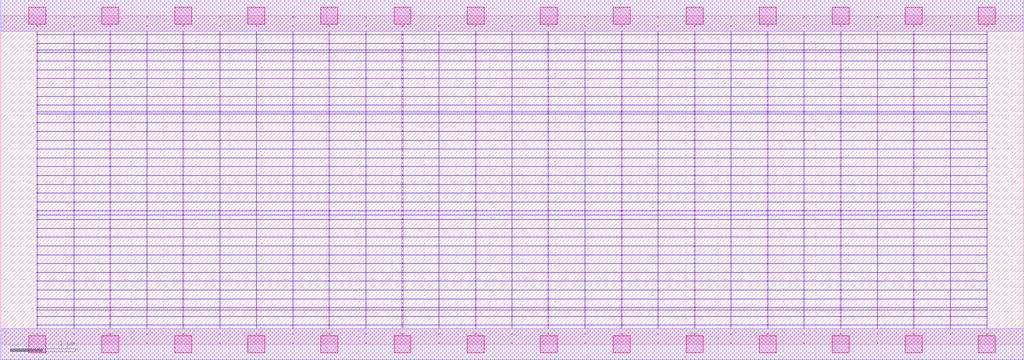
<source format=lef>
MACRO OOAOOAOAI221311_DEBUG
 CLASS CORE ;
 FOREIGN OOAOOAOAI221311_DEBUG 0 0 ;
 SIZE 15.68 BY 5.04 ;
 ORIGIN 0 0 ;
 SYMMETRY X Y R90 ;
 SITE unit ;

 OBS
    LAYER polycont ;
     RECT 7.83600000 2.58300000 7.84400000 2.59100000 ;
     RECT 7.83600000 2.71800000 7.84400000 2.72600000 ;
     RECT 7.83600000 2.85300000 7.84400000 2.86100000 ;
     RECT 7.83600000 2.98800000 7.84400000 2.99600000 ;
     RECT 7.83600000 3.12300000 7.84400000 3.13100000 ;
     RECT 7.83600000 3.25800000 7.84400000 3.26600000 ;
     RECT 7.83600000 3.39300000 7.84400000 3.40100000 ;
     RECT 7.83600000 3.52800000 7.84400000 3.53600000 ;
     RECT 7.83600000 3.56100000 7.84400000 3.56900000 ;
     RECT 7.83600000 3.66300000 7.84400000 3.67100000 ;
     RECT 7.83600000 3.79800000 7.84400000 3.80600000 ;
     RECT 7.83600000 3.93300000 7.84400000 3.94100000 ;
     RECT 7.83600000 4.06800000 7.84400000 4.07600000 ;
     RECT 7.83600000 4.20300000 7.84400000 4.21100000 ;
     RECT 7.83600000 4.33800000 7.84400000 4.34600000 ;
     RECT 7.83600000 4.47300000 7.84400000 4.48100000 ;
     RECT 7.83600000 4.51100000 7.84400000 4.51900000 ;
     RECT 7.83600000 4.60800000 7.84400000 4.61600000 ;
     RECT 7.83600000 4.74300000 7.84400000 4.75100000 ;
     RECT 7.83600000 4.87800000 7.84400000 4.88600000 ;
     RECT 11.19600000 2.71800000 11.20400000 2.72600000 ;
     RECT 11.75100000 2.71800000 11.76900000 2.72600000 ;
     RECT 12.31600000 2.71800000 12.32400000 2.72600000 ;
     RECT 12.87600000 2.71800000 12.88900000 2.72600000 ;
     RECT 13.43600000 2.71800000 13.44400000 2.72600000 ;
     RECT 13.99100000 2.71800000 14.00400000 2.72600000 ;
     RECT 14.55600000 2.71800000 14.56400000 2.72600000 ;
     RECT 15.11600000 2.71800000 15.12900000 2.72600000 ;
     RECT 8.95600000 2.58300000 8.96400000 2.59100000 ;
     RECT 8.39100000 2.85300000 8.40400000 2.86100000 ;
     RECT 8.95600000 2.85300000 8.96400000 2.86100000 ;
     RECT 9.51100000 2.85300000 9.52900000 2.86100000 ;
     RECT 10.07600000 2.85300000 10.08400000 2.86100000 ;
     RECT 10.63100000 2.85300000 10.64900000 2.86100000 ;
     RECT 11.19600000 2.85300000 11.20400000 2.86100000 ;
     RECT 11.75100000 2.85300000 11.76900000 2.86100000 ;
     RECT 12.31600000 2.85300000 12.32400000 2.86100000 ;
     RECT 12.87600000 2.85300000 12.88900000 2.86100000 ;
     RECT 13.43600000 2.85300000 13.44400000 2.86100000 ;
     RECT 13.99100000 2.85300000 14.00400000 2.86100000 ;
     RECT 14.55600000 2.85300000 14.56400000 2.86100000 ;
     RECT 15.11600000 2.85300000 15.12900000 2.86100000 ;
     RECT 9.51100000 2.58300000 9.52900000 2.59100000 ;
     RECT 8.39100000 2.98800000 8.40400000 2.99600000 ;
     RECT 8.95600000 2.98800000 8.96400000 2.99600000 ;
     RECT 9.51100000 2.98800000 9.52900000 2.99600000 ;
     RECT 10.07600000 2.98800000 10.08400000 2.99600000 ;
     RECT 10.63100000 2.98800000 10.64900000 2.99600000 ;
     RECT 11.19600000 2.98800000 11.20400000 2.99600000 ;
     RECT 11.75100000 2.98800000 11.76900000 2.99600000 ;
     RECT 12.31600000 2.98800000 12.32400000 2.99600000 ;
     RECT 12.87600000 2.98800000 12.88900000 2.99600000 ;
     RECT 13.43600000 2.98800000 13.44400000 2.99600000 ;
     RECT 13.99100000 2.98800000 14.00400000 2.99600000 ;
     RECT 14.55600000 2.98800000 14.56400000 2.99600000 ;
     RECT 15.11600000 2.98800000 15.12900000 2.99600000 ;
     RECT 10.07600000 2.58300000 10.08400000 2.59100000 ;
     RECT 13.43600000 3.12300000 13.44400000 3.13100000 ;
     RECT 10.63100000 2.58300000 10.64900000 2.59100000 ;
     RECT 13.43600000 3.25800000 13.44400000 3.26600000 ;
     RECT 11.19600000 2.58300000 11.20400000 2.59100000 ;
     RECT 13.43600000 3.39300000 13.44400000 3.40100000 ;
     RECT 11.75100000 2.58300000 11.76900000 2.59100000 ;
     RECT 13.43600000 3.52800000 13.44400000 3.53600000 ;
     RECT 12.31600000 2.58300000 12.32400000 2.59100000 ;
     RECT 13.43600000 3.56100000 13.44400000 3.56900000 ;
     RECT 12.87600000 2.58300000 12.88900000 2.59100000 ;
     RECT 13.43600000 3.66300000 13.44400000 3.67100000 ;
     RECT 13.43600000 2.58300000 13.44400000 2.59100000 ;
     RECT 13.43600000 3.79800000 13.44400000 3.80600000 ;
     RECT 13.99100000 2.58300000 14.00400000 2.59100000 ;
     RECT 13.43600000 3.93300000 13.44400000 3.94100000 ;
     RECT 14.55600000 2.58300000 14.56400000 2.59100000 ;
     RECT 13.43600000 4.06800000 13.44400000 4.07600000 ;
     RECT 15.11600000 2.58300000 15.12900000 2.59100000 ;
     RECT 13.43600000 4.20300000 13.44400000 4.21100000 ;
     RECT 8.39100000 2.58300000 8.40400000 2.59100000 ;
     RECT 13.43600000 4.33800000 13.44400000 4.34600000 ;
     RECT 8.39100000 2.71800000 8.40400000 2.72600000 ;
     RECT 13.43600000 4.47300000 13.44400000 4.48100000 ;
     RECT 8.95600000 2.71800000 8.96400000 2.72600000 ;
     RECT 13.43600000 4.51100000 13.44400000 4.51900000 ;
     RECT 9.51100000 2.71800000 9.52900000 2.72600000 ;
     RECT 13.43600000 4.60800000 13.44400000 4.61600000 ;
     RECT 10.07600000 2.71800000 10.08400000 2.72600000 ;
     RECT 13.43600000 4.74300000 13.44400000 4.75100000 ;
     RECT 10.63100000 2.71800000 10.64900000 2.72600000 ;
     RECT 13.43600000 4.87800000 13.44400000 4.88600000 ;
     RECT 4.47600000 2.98800000 4.48400000 2.99600000 ;
     RECT 5.03100000 2.98800000 5.04400000 2.99600000 ;
     RECT 5.59600000 2.98800000 5.60400000 2.99600000 ;
     RECT 6.15100000 2.98800000 6.16900000 2.99600000 ;
     RECT 6.71600000 2.98800000 6.72400000 2.99600000 ;
     RECT 7.27600000 2.98800000 7.28900000 2.99600000 ;
     RECT 2.23600000 2.58300000 2.24400000 2.59100000 ;
     RECT 2.79100000 2.58300000 2.80900000 2.59100000 ;
     RECT 3.35600000 2.58300000 3.36400000 2.59100000 ;
     RECT 3.91600000 2.58300000 3.92900000 2.59100000 ;
     RECT 4.47600000 2.58300000 4.48400000 2.59100000 ;
     RECT 5.03100000 2.58300000 5.04400000 2.59100000 ;
     RECT 5.59600000 2.58300000 5.60400000 2.59100000 ;
     RECT 6.15100000 2.58300000 6.16900000 2.59100000 ;
     RECT 6.71600000 2.58300000 6.72400000 2.59100000 ;
     RECT 7.27600000 2.58300000 7.28900000 2.59100000 ;
     RECT 0.55100000 2.58300000 0.56400000 2.59100000 ;
     RECT 0.55100000 2.71800000 0.56400000 2.72600000 ;
     RECT 0.55100000 2.85300000 0.56400000 2.86100000 ;
     RECT 1.11600000 2.85300000 1.12400000 2.86100000 ;
     RECT 4.47600000 3.12300000 4.48400000 3.13100000 ;
     RECT 1.67100000 2.85300000 1.68900000 2.86100000 ;
     RECT 2.23600000 2.85300000 2.24400000 2.86100000 ;
     RECT 4.47600000 3.25800000 4.48400000 3.26600000 ;
     RECT 2.79100000 2.85300000 2.80900000 2.86100000 ;
     RECT 3.35600000 2.85300000 3.36400000 2.86100000 ;
     RECT 4.47600000 3.39300000 4.48400000 3.40100000 ;
     RECT 3.91600000 2.85300000 3.92900000 2.86100000 ;
     RECT 4.47600000 2.85300000 4.48400000 2.86100000 ;
     RECT 4.47600000 3.52800000 4.48400000 3.53600000 ;
     RECT 5.03100000 2.85300000 5.04400000 2.86100000 ;
     RECT 5.59600000 2.85300000 5.60400000 2.86100000 ;
     RECT 4.47600000 3.56100000 4.48400000 3.56900000 ;
     RECT 6.15100000 2.85300000 6.16900000 2.86100000 ;
     RECT 6.71600000 2.85300000 6.72400000 2.86100000 ;
     RECT 4.47600000 3.66300000 4.48400000 3.67100000 ;
     RECT 7.27600000 2.85300000 7.28900000 2.86100000 ;
     RECT 1.11600000 2.71800000 1.12400000 2.72600000 ;
     RECT 4.47600000 3.79800000 4.48400000 3.80600000 ;
     RECT 1.67100000 2.71800000 1.68900000 2.72600000 ;
     RECT 2.23600000 2.71800000 2.24400000 2.72600000 ;
     RECT 4.47600000 3.93300000 4.48400000 3.94100000 ;
     RECT 2.79100000 2.71800000 2.80900000 2.72600000 ;
     RECT 3.35600000 2.71800000 3.36400000 2.72600000 ;
     RECT 4.47600000 4.06800000 4.48400000 4.07600000 ;
     RECT 3.91600000 2.71800000 3.92900000 2.72600000 ;
     RECT 4.47600000 2.71800000 4.48400000 2.72600000 ;
     RECT 4.47600000 4.20300000 4.48400000 4.21100000 ;
     RECT 5.03100000 2.71800000 5.04400000 2.72600000 ;
     RECT 5.59600000 2.71800000 5.60400000 2.72600000 ;
     RECT 4.47600000 4.33800000 4.48400000 4.34600000 ;
     RECT 6.15100000 2.71800000 6.16900000 2.72600000 ;
     RECT 6.71600000 2.71800000 6.72400000 2.72600000 ;
     RECT 4.47600000 4.47300000 4.48400000 4.48100000 ;
     RECT 7.27600000 2.71800000 7.28900000 2.72600000 ;
     RECT 1.11600000 2.58300000 1.12400000 2.59100000 ;
     RECT 4.47600000 4.51100000 4.48400000 4.51900000 ;
     RECT 1.67100000 2.58300000 1.68900000 2.59100000 ;
     RECT 0.55100000 2.98800000 0.56400000 2.99600000 ;
     RECT 4.47600000 4.60800000 4.48400000 4.61600000 ;
     RECT 1.11600000 2.98800000 1.12400000 2.99600000 ;
     RECT 1.67100000 2.98800000 1.68900000 2.99600000 ;
     RECT 4.47600000 4.74300000 4.48400000 4.75100000 ;
     RECT 2.23600000 2.98800000 2.24400000 2.99600000 ;
     RECT 2.79100000 2.98800000 2.80900000 2.99600000 ;
     RECT 4.47600000 4.87800000 4.48400000 4.88600000 ;
     RECT 3.35600000 2.98800000 3.36400000 2.99600000 ;
     RECT 3.91600000 2.98800000 3.92900000 2.99600000 ;
     RECT 13.43600000 1.50300000 13.44400000 1.51100000 ;
     RECT 13.99100000 1.50300000 14.00400000 1.51100000 ;
     RECT 14.55600000 1.50300000 14.56400000 1.51100000 ;
     RECT 15.11600000 1.50300000 15.12900000 1.51100000 ;
     RECT 10.07600000 1.63800000 10.08400000 1.64600000 ;
     RECT 13.43600000 1.63800000 13.44400000 1.64600000 ;
     RECT 13.99100000 1.63800000 14.00400000 1.64600000 ;
     RECT 14.55600000 1.63800000 14.56400000 1.64600000 ;
     RECT 15.11600000 1.63800000 15.12900000 1.64600000 ;
     RECT 10.07600000 1.77300000 10.08400000 1.78100000 ;
     RECT 13.43600000 1.77300000 13.44400000 1.78100000 ;
     RECT 13.99100000 1.77300000 14.00400000 1.78100000 ;
     RECT 14.55600000 1.77300000 14.56400000 1.78100000 ;
     RECT 15.11600000 1.77300000 15.12900000 1.78100000 ;
     RECT 10.07600000 1.90800000 10.08400000 1.91600000 ;
     RECT 13.43600000 1.90800000 13.44400000 1.91600000 ;
     RECT 13.99100000 1.90800000 14.00400000 1.91600000 ;
     RECT 14.55600000 1.90800000 14.56400000 1.91600000 ;
     RECT 15.11600000 1.90800000 15.12900000 1.91600000 ;
     RECT 10.07600000 1.98100000 10.08400000 1.98900000 ;
     RECT 13.43600000 1.98100000 13.44400000 1.98900000 ;
     RECT 13.99100000 1.98100000 14.00400000 1.98900000 ;
     RECT 14.55600000 1.98100000 14.56400000 1.98900000 ;
     RECT 15.11600000 1.98100000 15.12900000 1.98900000 ;
     RECT 10.07600000 2.04300000 10.08400000 2.05100000 ;
     RECT 13.43600000 2.04300000 13.44400000 2.05100000 ;
     RECT 13.99100000 2.04300000 14.00400000 2.05100000 ;
     RECT 14.55600000 2.04300000 14.56400000 2.05100000 ;
     RECT 15.11600000 2.04300000 15.12900000 2.05100000 ;
     RECT 10.07600000 2.17800000 10.08400000 2.18600000 ;
     RECT 13.43600000 2.17800000 13.44400000 2.18600000 ;
     RECT 13.99100000 2.17800000 14.00400000 2.18600000 ;
     RECT 14.55600000 2.17800000 14.56400000 2.18600000 ;
     RECT 15.11600000 2.17800000 15.12900000 2.18600000 ;
     RECT 10.07600000 2.31300000 10.08400000 2.32100000 ;
     RECT 13.43600000 2.31300000 13.44400000 2.32100000 ;
     RECT 13.99100000 2.31300000 14.00400000 2.32100000 ;
     RECT 14.55600000 2.31300000 14.56400000 2.32100000 ;
     RECT 15.11600000 2.31300000 15.12900000 2.32100000 ;
     RECT 10.07600000 2.44800000 10.08400000 2.45600000 ;
     RECT 13.43600000 2.44800000 13.44400000 2.45600000 ;
     RECT 13.99100000 2.44800000 14.00400000 2.45600000 ;
     RECT 14.55600000 2.44800000 14.56400000 2.45600000 ;
     RECT 15.11600000 2.44800000 15.12900000 2.45600000 ;
     RECT 10.07600000 0.15300000 10.08400000 0.16100000 ;
     RECT 13.43600000 0.15300000 13.44400000 0.16100000 ;
     RECT 13.99100000 0.15300000 14.00400000 0.16100000 ;
     RECT 14.55600000 0.15300000 14.56400000 0.16100000 ;
     RECT 15.11600000 0.15300000 15.12900000 0.16100000 ;
     RECT 10.07600000 0.28800000 10.08400000 0.29600000 ;
     RECT 13.43600000 0.28800000 13.44400000 0.29600000 ;
     RECT 13.99100000 0.28800000 14.00400000 0.29600000 ;
     RECT 14.55600000 0.28800000 14.56400000 0.29600000 ;
     RECT 15.11600000 0.28800000 15.12900000 0.29600000 ;
     RECT 10.07600000 0.42300000 10.08400000 0.43100000 ;
     RECT 13.43600000 0.42300000 13.44400000 0.43100000 ;
     RECT 13.99100000 0.42300000 14.00400000 0.43100000 ;
     RECT 14.55600000 0.42300000 14.56400000 0.43100000 ;
     RECT 15.11600000 0.42300000 15.12900000 0.43100000 ;
     RECT 10.07600000 0.52100000 10.08400000 0.52900000 ;
     RECT 13.43600000 0.52100000 13.44400000 0.52900000 ;
     RECT 13.99100000 0.52100000 14.00400000 0.52900000 ;
     RECT 14.55600000 0.52100000 14.56400000 0.52900000 ;
     RECT 15.11600000 0.52100000 15.12900000 0.52900000 ;
     RECT 10.07600000 0.55800000 10.08400000 0.56600000 ;
     RECT 13.43600000 0.55800000 13.44400000 0.56600000 ;
     RECT 13.99100000 0.55800000 14.00400000 0.56600000 ;
     RECT 14.55600000 0.55800000 14.56400000 0.56600000 ;
     RECT 15.11600000 0.55800000 15.12900000 0.56600000 ;
     RECT 10.07600000 0.69300000 10.08400000 0.70100000 ;
     RECT 13.43600000 0.69300000 13.44400000 0.70100000 ;
     RECT 13.99100000 0.69300000 14.00400000 0.70100000 ;
     RECT 14.55600000 0.69300000 14.56400000 0.70100000 ;
     RECT 15.11600000 0.69300000 15.12900000 0.70100000 ;
     RECT 10.07600000 0.82800000 10.08400000 0.83600000 ;
     RECT 13.43600000 0.82800000 13.44400000 0.83600000 ;
     RECT 13.99100000 0.82800000 14.00400000 0.83600000 ;
     RECT 14.55600000 0.82800000 14.56400000 0.83600000 ;
     RECT 15.11600000 0.82800000 15.12900000 0.83600000 ;
     RECT 10.07600000 0.96300000 10.08400000 0.97100000 ;
     RECT 13.43600000 0.96300000 13.44400000 0.97100000 ;
     RECT 13.99100000 0.96300000 14.00400000 0.97100000 ;
     RECT 14.55600000 0.96300000 14.56400000 0.97100000 ;
     RECT 15.11600000 0.96300000 15.12900000 0.97100000 ;
     RECT 10.07600000 1.09800000 10.08400000 1.10600000 ;
     RECT 13.43600000 1.09800000 13.44400000 1.10600000 ;
     RECT 13.99100000 1.09800000 14.00400000 1.10600000 ;
     RECT 14.55600000 1.09800000 14.56400000 1.10600000 ;
     RECT 15.11600000 1.09800000 15.12900000 1.10600000 ;
     RECT 10.07600000 1.23300000 10.08400000 1.24100000 ;
     RECT 13.43600000 1.23300000 13.44400000 1.24100000 ;
     RECT 13.99100000 1.23300000 14.00400000 1.24100000 ;
     RECT 14.55600000 1.23300000 14.56400000 1.24100000 ;
     RECT 15.11600000 1.23300000 15.12900000 1.24100000 ;
     RECT 10.07600000 1.36800000 10.08400000 1.37600000 ;
     RECT 13.43600000 1.36800000 13.44400000 1.37600000 ;
     RECT 13.99100000 1.36800000 14.00400000 1.37600000 ;
     RECT 14.55600000 1.36800000 14.56400000 1.37600000 ;
     RECT 15.11600000 1.36800000 15.12900000 1.37600000 ;
     RECT 10.07600000 1.50300000 10.08400000 1.51100000 ;

    LAYER pdiffc ;
     RECT 0.55100000 3.39300000 0.55900000 3.40100000 ;
     RECT 3.92100000 3.39300000 3.92900000 3.40100000 ;
     RECT 5.03100000 3.39300000 5.03900000 3.40100000 ;
     RECT 7.28100000 3.39300000 7.28900000 3.40100000 ;
     RECT 8.39100000 3.39300000 8.39900000 3.40100000 ;
     RECT 12.88100000 3.39300000 12.88900000 3.40100000 ;
     RECT 13.99100000 3.39300000 13.99900000 3.40100000 ;
     RECT 15.12100000 3.39300000 15.12900000 3.40100000 ;
     RECT 0.55100000 3.52800000 0.55900000 3.53600000 ;
     RECT 3.92100000 3.52800000 3.92900000 3.53600000 ;
     RECT 5.03100000 3.52800000 5.03900000 3.53600000 ;
     RECT 7.28100000 3.52800000 7.28900000 3.53600000 ;
     RECT 8.39100000 3.52800000 8.39900000 3.53600000 ;
     RECT 12.88100000 3.52800000 12.88900000 3.53600000 ;
     RECT 13.99100000 3.52800000 13.99900000 3.53600000 ;
     RECT 15.12100000 3.52800000 15.12900000 3.53600000 ;
     RECT 0.55100000 3.56100000 0.55900000 3.56900000 ;
     RECT 3.92100000 3.56100000 3.92900000 3.56900000 ;
     RECT 5.03100000 3.56100000 5.03900000 3.56900000 ;
     RECT 7.28100000 3.56100000 7.28900000 3.56900000 ;
     RECT 8.39100000 3.56100000 8.39900000 3.56900000 ;
     RECT 12.88100000 3.56100000 12.88900000 3.56900000 ;
     RECT 13.99100000 3.56100000 13.99900000 3.56900000 ;
     RECT 15.12100000 3.56100000 15.12900000 3.56900000 ;
     RECT 0.55100000 3.66300000 0.55900000 3.67100000 ;
     RECT 3.92100000 3.66300000 3.92900000 3.67100000 ;
     RECT 5.03100000 3.66300000 5.03900000 3.67100000 ;
     RECT 7.28100000 3.66300000 7.28900000 3.67100000 ;
     RECT 8.39100000 3.66300000 8.39900000 3.67100000 ;
     RECT 12.88100000 3.66300000 12.88900000 3.67100000 ;
     RECT 13.99100000 3.66300000 13.99900000 3.67100000 ;
     RECT 15.12100000 3.66300000 15.12900000 3.67100000 ;
     RECT 0.55100000 3.79800000 0.55900000 3.80600000 ;
     RECT 3.92100000 3.79800000 3.92900000 3.80600000 ;
     RECT 5.03100000 3.79800000 5.03900000 3.80600000 ;
     RECT 7.28100000 3.79800000 7.28900000 3.80600000 ;
     RECT 8.39100000 3.79800000 8.39900000 3.80600000 ;
     RECT 12.88100000 3.79800000 12.88900000 3.80600000 ;
     RECT 13.99100000 3.79800000 13.99900000 3.80600000 ;
     RECT 15.12100000 3.79800000 15.12900000 3.80600000 ;
     RECT 0.55100000 3.93300000 0.55900000 3.94100000 ;
     RECT 3.92100000 3.93300000 3.92900000 3.94100000 ;
     RECT 5.03100000 3.93300000 5.03900000 3.94100000 ;
     RECT 7.28100000 3.93300000 7.28900000 3.94100000 ;
     RECT 8.39100000 3.93300000 8.39900000 3.94100000 ;
     RECT 12.88100000 3.93300000 12.88900000 3.94100000 ;
     RECT 13.99100000 3.93300000 13.99900000 3.94100000 ;
     RECT 15.12100000 3.93300000 15.12900000 3.94100000 ;
     RECT 0.55100000 4.06800000 0.55900000 4.07600000 ;
     RECT 3.92100000 4.06800000 3.92900000 4.07600000 ;
     RECT 5.03100000 4.06800000 5.03900000 4.07600000 ;
     RECT 7.28100000 4.06800000 7.28900000 4.07600000 ;
     RECT 8.39100000 4.06800000 8.39900000 4.07600000 ;
     RECT 12.88100000 4.06800000 12.88900000 4.07600000 ;
     RECT 13.99100000 4.06800000 13.99900000 4.07600000 ;
     RECT 15.12100000 4.06800000 15.12900000 4.07600000 ;
     RECT 0.55100000 4.20300000 0.55900000 4.21100000 ;
     RECT 3.92100000 4.20300000 3.92900000 4.21100000 ;
     RECT 5.03100000 4.20300000 5.03900000 4.21100000 ;
     RECT 7.28100000 4.20300000 7.28900000 4.21100000 ;
     RECT 8.39100000 4.20300000 8.39900000 4.21100000 ;
     RECT 12.88100000 4.20300000 12.88900000 4.21100000 ;
     RECT 13.99100000 4.20300000 13.99900000 4.21100000 ;
     RECT 15.12100000 4.20300000 15.12900000 4.21100000 ;
     RECT 0.55100000 4.33800000 0.55900000 4.34600000 ;
     RECT 3.92100000 4.33800000 3.92900000 4.34600000 ;
     RECT 5.03100000 4.33800000 5.03900000 4.34600000 ;
     RECT 7.28100000 4.33800000 7.28900000 4.34600000 ;
     RECT 8.39100000 4.33800000 8.39900000 4.34600000 ;
     RECT 12.88100000 4.33800000 12.88900000 4.34600000 ;
     RECT 13.99100000 4.33800000 13.99900000 4.34600000 ;
     RECT 15.12100000 4.33800000 15.12900000 4.34600000 ;
     RECT 0.55100000 4.47300000 0.55900000 4.48100000 ;
     RECT 3.92100000 4.47300000 3.92900000 4.48100000 ;
     RECT 5.03100000 4.47300000 5.03900000 4.48100000 ;
     RECT 7.28100000 4.47300000 7.28900000 4.48100000 ;
     RECT 8.39100000 4.47300000 8.39900000 4.48100000 ;
     RECT 12.88100000 4.47300000 12.88900000 4.48100000 ;
     RECT 13.99100000 4.47300000 13.99900000 4.48100000 ;
     RECT 15.12100000 4.47300000 15.12900000 4.48100000 ;
     RECT 0.55100000 4.51100000 0.55900000 4.51900000 ;
     RECT 3.92100000 4.51100000 3.92900000 4.51900000 ;
     RECT 5.03100000 4.51100000 5.03900000 4.51900000 ;
     RECT 7.28100000 4.51100000 7.28900000 4.51900000 ;
     RECT 8.39100000 4.51100000 8.39900000 4.51900000 ;
     RECT 12.88100000 4.51100000 12.88900000 4.51900000 ;
     RECT 13.99100000 4.51100000 13.99900000 4.51900000 ;
     RECT 15.12100000 4.51100000 15.12900000 4.51900000 ;
     RECT 0.55100000 4.60800000 0.55900000 4.61600000 ;
     RECT 3.92100000 4.60800000 3.92900000 4.61600000 ;
     RECT 5.03100000 4.60800000 5.03900000 4.61600000 ;
     RECT 7.28100000 4.60800000 7.28900000 4.61600000 ;
     RECT 8.39100000 4.60800000 8.39900000 4.61600000 ;
     RECT 12.88100000 4.60800000 12.88900000 4.61600000 ;
     RECT 13.99100000 4.60800000 13.99900000 4.61600000 ;
     RECT 15.12100000 4.60800000 15.12900000 4.61600000 ;

    LAYER ndiffc ;
     RECT 7.27600000 0.42300000 7.28900000 0.43100000 ;
     RECT 8.39100000 0.42300000 8.40400000 0.43100000 ;
     RECT 9.51100000 0.42300000 9.52900000 0.43100000 ;
     RECT 10.63100000 0.42300000 10.64900000 0.43100000 ;
     RECT 11.75100000 0.42300000 11.76900000 0.43100000 ;
     RECT 12.87600000 0.42300000 12.88900000 0.43100000 ;
     RECT 7.27600000 0.52100000 7.28900000 0.52900000 ;
     RECT 8.39100000 0.52100000 8.40400000 0.52900000 ;
     RECT 9.51100000 0.52100000 9.52900000 0.52900000 ;
     RECT 10.63100000 0.52100000 10.64900000 0.52900000 ;
     RECT 11.75100000 0.52100000 11.76900000 0.52900000 ;
     RECT 12.87600000 0.52100000 12.88900000 0.52900000 ;
     RECT 7.27600000 0.55800000 7.28900000 0.56600000 ;
     RECT 8.39100000 0.55800000 8.40400000 0.56600000 ;
     RECT 9.51100000 0.55800000 9.52900000 0.56600000 ;
     RECT 10.63100000 0.55800000 10.64900000 0.56600000 ;
     RECT 11.75100000 0.55800000 11.76900000 0.56600000 ;
     RECT 12.87600000 0.55800000 12.88900000 0.56600000 ;
     RECT 7.27600000 0.69300000 7.28900000 0.70100000 ;
     RECT 8.39100000 0.69300000 8.40400000 0.70100000 ;
     RECT 9.51100000 0.69300000 9.52900000 0.70100000 ;
     RECT 10.63100000 0.69300000 10.64900000 0.70100000 ;
     RECT 11.75100000 0.69300000 11.76900000 0.70100000 ;
     RECT 12.87600000 0.69300000 12.88900000 0.70100000 ;
     RECT 7.27600000 0.82800000 7.28900000 0.83600000 ;
     RECT 8.39100000 0.82800000 8.40400000 0.83600000 ;
     RECT 9.51100000 0.82800000 9.52900000 0.83600000 ;
     RECT 10.63100000 0.82800000 10.64900000 0.83600000 ;
     RECT 11.75100000 0.82800000 11.76900000 0.83600000 ;
     RECT 12.87600000 0.82800000 12.88900000 0.83600000 ;
     RECT 7.27600000 0.96300000 7.28900000 0.97100000 ;
     RECT 8.39100000 0.96300000 8.40400000 0.97100000 ;
     RECT 9.51100000 0.96300000 9.52900000 0.97100000 ;
     RECT 10.63100000 0.96300000 10.64900000 0.97100000 ;
     RECT 11.75100000 0.96300000 11.76900000 0.97100000 ;
     RECT 12.87600000 0.96300000 12.88900000 0.97100000 ;
     RECT 7.27600000 1.09800000 7.28900000 1.10600000 ;
     RECT 8.39100000 1.09800000 8.40400000 1.10600000 ;
     RECT 9.51100000 1.09800000 9.52900000 1.10600000 ;
     RECT 10.63100000 1.09800000 10.64900000 1.10600000 ;
     RECT 11.75100000 1.09800000 11.76900000 1.10600000 ;
     RECT 12.87600000 1.09800000 12.88900000 1.10600000 ;
     RECT 7.27600000 1.23300000 7.28900000 1.24100000 ;
     RECT 8.39100000 1.23300000 8.40400000 1.24100000 ;
     RECT 9.51100000 1.23300000 9.52900000 1.24100000 ;
     RECT 10.63100000 1.23300000 10.64900000 1.24100000 ;
     RECT 11.75100000 1.23300000 11.76900000 1.24100000 ;
     RECT 12.87600000 1.23300000 12.88900000 1.24100000 ;
     RECT 7.27600000 1.36800000 7.28900000 1.37600000 ;
     RECT 8.39100000 1.36800000 8.40400000 1.37600000 ;
     RECT 9.51100000 1.36800000 9.52900000 1.37600000 ;
     RECT 10.63100000 1.36800000 10.64900000 1.37600000 ;
     RECT 11.75100000 1.36800000 11.76900000 1.37600000 ;
     RECT 12.87600000 1.36800000 12.88900000 1.37600000 ;
     RECT 7.27600000 1.50300000 7.28900000 1.51100000 ;
     RECT 8.39100000 1.50300000 8.40400000 1.51100000 ;
     RECT 9.51100000 1.50300000 9.52900000 1.51100000 ;
     RECT 10.63100000 1.50300000 10.64900000 1.51100000 ;
     RECT 11.75100000 1.50300000 11.76900000 1.51100000 ;
     RECT 12.87600000 1.50300000 12.88900000 1.51100000 ;
     RECT 7.27600000 1.63800000 7.28900000 1.64600000 ;
     RECT 8.39100000 1.63800000 8.40400000 1.64600000 ;
     RECT 9.51100000 1.63800000 9.52900000 1.64600000 ;
     RECT 10.63100000 1.63800000 10.64900000 1.64600000 ;
     RECT 11.75100000 1.63800000 11.76900000 1.64600000 ;
     RECT 12.87600000 1.63800000 12.88900000 1.64600000 ;
     RECT 7.27600000 1.77300000 7.28900000 1.78100000 ;
     RECT 8.39100000 1.77300000 8.40400000 1.78100000 ;
     RECT 9.51100000 1.77300000 9.52900000 1.78100000 ;
     RECT 10.63100000 1.77300000 10.64900000 1.78100000 ;
     RECT 11.75100000 1.77300000 11.76900000 1.78100000 ;
     RECT 12.87600000 1.77300000 12.88900000 1.78100000 ;
     RECT 7.27600000 1.90800000 7.28900000 1.91600000 ;
     RECT 8.39100000 1.90800000 8.40400000 1.91600000 ;
     RECT 9.51100000 1.90800000 9.52900000 1.91600000 ;
     RECT 10.63100000 1.90800000 10.64900000 1.91600000 ;
     RECT 11.75100000 1.90800000 11.76900000 1.91600000 ;
     RECT 12.87600000 1.90800000 12.88900000 1.91600000 ;
     RECT 7.27600000 1.98100000 7.28900000 1.98900000 ;
     RECT 8.39100000 1.98100000 8.40400000 1.98900000 ;
     RECT 9.51100000 1.98100000 9.52900000 1.98900000 ;
     RECT 10.63100000 1.98100000 10.64900000 1.98900000 ;
     RECT 11.75100000 1.98100000 11.76900000 1.98900000 ;
     RECT 12.87600000 1.98100000 12.88900000 1.98900000 ;
     RECT 7.27600000 2.04300000 7.28900000 2.05100000 ;
     RECT 8.39100000 2.04300000 8.40400000 2.05100000 ;
     RECT 9.51100000 2.04300000 9.52900000 2.05100000 ;
     RECT 10.63100000 2.04300000 10.64900000 2.05100000 ;
     RECT 11.75100000 2.04300000 11.76900000 2.05100000 ;
     RECT 12.87600000 2.04300000 12.88900000 2.05100000 ;
     RECT 0.55100000 0.42300000 0.56400000 0.43100000 ;
     RECT 1.67100000 0.42300000 1.68900000 0.43100000 ;
     RECT 2.79100000 0.42300000 2.80900000 0.43100000 ;
     RECT 3.91600000 0.42300000 3.92900000 0.43100000 ;
     RECT 5.03100000 0.42300000 5.04400000 0.43100000 ;
     RECT 6.15100000 0.42300000 6.16900000 0.43100000 ;
     RECT 0.55100000 1.36800000 0.56400000 1.37600000 ;
     RECT 1.67100000 1.36800000 1.68900000 1.37600000 ;
     RECT 2.79100000 1.36800000 2.80900000 1.37600000 ;
     RECT 3.91600000 1.36800000 3.92900000 1.37600000 ;
     RECT 5.03100000 1.36800000 5.04400000 1.37600000 ;
     RECT 6.15100000 1.36800000 6.16900000 1.37600000 ;
     RECT 0.55100000 0.82800000 0.56400000 0.83600000 ;
     RECT 1.67100000 0.82800000 1.68900000 0.83600000 ;
     RECT 2.79100000 0.82800000 2.80900000 0.83600000 ;
     RECT 3.91600000 0.82800000 3.92900000 0.83600000 ;
     RECT 5.03100000 0.82800000 5.04400000 0.83600000 ;
     RECT 6.15100000 0.82800000 6.16900000 0.83600000 ;
     RECT 0.55100000 1.50300000 0.56400000 1.51100000 ;
     RECT 1.67100000 1.50300000 1.68900000 1.51100000 ;
     RECT 2.79100000 1.50300000 2.80900000 1.51100000 ;
     RECT 3.91600000 1.50300000 3.92900000 1.51100000 ;
     RECT 5.03100000 1.50300000 5.04400000 1.51100000 ;
     RECT 6.15100000 1.50300000 6.16900000 1.51100000 ;
     RECT 0.55100000 0.55800000 0.56400000 0.56600000 ;
     RECT 1.67100000 0.55800000 1.68900000 0.56600000 ;
     RECT 2.79100000 0.55800000 2.80900000 0.56600000 ;
     RECT 3.91600000 0.55800000 3.92900000 0.56600000 ;
     RECT 5.03100000 0.55800000 5.04400000 0.56600000 ;
     RECT 6.15100000 0.55800000 6.16900000 0.56600000 ;
     RECT 0.55100000 1.63800000 0.56400000 1.64600000 ;
     RECT 1.67100000 1.63800000 1.68900000 1.64600000 ;
     RECT 2.79100000 1.63800000 2.80900000 1.64600000 ;
     RECT 3.91600000 1.63800000 3.92900000 1.64600000 ;
     RECT 5.03100000 1.63800000 5.04400000 1.64600000 ;
     RECT 6.15100000 1.63800000 6.16900000 1.64600000 ;
     RECT 0.55100000 0.96300000 0.56400000 0.97100000 ;
     RECT 1.67100000 0.96300000 1.68900000 0.97100000 ;
     RECT 2.79100000 0.96300000 2.80900000 0.97100000 ;
     RECT 3.91600000 0.96300000 3.92900000 0.97100000 ;
     RECT 5.03100000 0.96300000 5.04400000 0.97100000 ;
     RECT 6.15100000 0.96300000 6.16900000 0.97100000 ;
     RECT 0.55100000 1.77300000 0.56400000 1.78100000 ;
     RECT 1.67100000 1.77300000 1.68900000 1.78100000 ;
     RECT 2.79100000 1.77300000 2.80900000 1.78100000 ;
     RECT 3.91600000 1.77300000 3.92900000 1.78100000 ;
     RECT 5.03100000 1.77300000 5.04400000 1.78100000 ;
     RECT 6.15100000 1.77300000 6.16900000 1.78100000 ;
     RECT 0.55100000 0.52100000 0.56400000 0.52900000 ;
     RECT 1.67100000 0.52100000 1.68900000 0.52900000 ;
     RECT 2.79100000 0.52100000 2.80900000 0.52900000 ;
     RECT 3.91600000 0.52100000 3.92900000 0.52900000 ;
     RECT 5.03100000 0.52100000 5.04400000 0.52900000 ;
     RECT 6.15100000 0.52100000 6.16900000 0.52900000 ;
     RECT 0.55100000 1.90800000 0.56400000 1.91600000 ;
     RECT 1.67100000 1.90800000 1.68900000 1.91600000 ;
     RECT 2.79100000 1.90800000 2.80900000 1.91600000 ;
     RECT 3.91600000 1.90800000 3.92900000 1.91600000 ;
     RECT 5.03100000 1.90800000 5.04400000 1.91600000 ;
     RECT 6.15100000 1.90800000 6.16900000 1.91600000 ;
     RECT 0.55100000 1.09800000 0.56400000 1.10600000 ;
     RECT 1.67100000 1.09800000 1.68900000 1.10600000 ;
     RECT 2.79100000 1.09800000 2.80900000 1.10600000 ;
     RECT 3.91600000 1.09800000 3.92900000 1.10600000 ;
     RECT 5.03100000 1.09800000 5.04400000 1.10600000 ;
     RECT 6.15100000 1.09800000 6.16900000 1.10600000 ;
     RECT 0.55100000 1.98100000 0.56400000 1.98900000 ;
     RECT 1.67100000 1.98100000 1.68900000 1.98900000 ;
     RECT 2.79100000 1.98100000 2.80900000 1.98900000 ;
     RECT 3.91600000 1.98100000 3.92900000 1.98900000 ;
     RECT 5.03100000 1.98100000 5.04400000 1.98900000 ;
     RECT 6.15100000 1.98100000 6.16900000 1.98900000 ;
     RECT 0.55100000 0.69300000 0.56400000 0.70100000 ;
     RECT 1.67100000 0.69300000 1.68900000 0.70100000 ;
     RECT 2.79100000 0.69300000 2.80900000 0.70100000 ;
     RECT 3.91600000 0.69300000 3.92900000 0.70100000 ;
     RECT 5.03100000 0.69300000 5.04400000 0.70100000 ;
     RECT 6.15100000 0.69300000 6.16900000 0.70100000 ;
     RECT 0.55100000 2.04300000 0.56400000 2.05100000 ;
     RECT 1.67100000 2.04300000 1.68900000 2.05100000 ;
     RECT 2.79100000 2.04300000 2.80900000 2.05100000 ;
     RECT 3.91600000 2.04300000 3.92900000 2.05100000 ;
     RECT 5.03100000 2.04300000 5.04400000 2.05100000 ;
     RECT 6.15100000 2.04300000 6.16900000 2.05100000 ;
     RECT 0.55100000 1.23300000 0.56400000 1.24100000 ;
     RECT 1.67100000 1.23300000 1.68900000 1.24100000 ;
     RECT 2.79100000 1.23300000 2.80900000 1.24100000 ;
     RECT 3.91600000 1.23300000 3.92900000 1.24100000 ;
     RECT 5.03100000 1.23300000 5.04400000 1.24100000 ;
     RECT 6.15100000 1.23300000 6.16900000 1.24100000 ;

    LAYER met1 ;
     RECT 0.00000000 -0.24000000 15.68000000 0.24000000 ;
     RECT 7.83600000 0.24000000 7.84400000 0.28800000 ;
     RECT 0.55100000 0.28800000 15.12900000 0.29600000 ;
     RECT 7.83600000 0.29600000 7.84400000 0.42300000 ;
     RECT 0.55100000 0.42300000 15.12900000 0.43100000 ;
     RECT 7.83600000 0.43100000 7.84400000 0.52100000 ;
     RECT 0.55100000 0.52100000 15.12900000 0.52900000 ;
     RECT 7.83600000 0.52900000 7.84400000 0.55800000 ;
     RECT 0.55100000 0.55800000 15.12900000 0.56600000 ;
     RECT 7.83600000 0.56600000 7.84400000 0.69300000 ;
     RECT 0.55100000 0.69300000 15.12900000 0.70100000 ;
     RECT 7.83600000 0.70100000 7.84400000 0.82800000 ;
     RECT 0.55100000 0.82800000 15.12900000 0.83600000 ;
     RECT 7.83600000 0.83600000 7.84400000 0.96300000 ;
     RECT 0.55100000 0.96300000 15.12900000 0.97100000 ;
     RECT 7.83600000 0.97100000 7.84400000 1.09800000 ;
     RECT 0.55100000 1.09800000 15.12900000 1.10600000 ;
     RECT 7.83600000 1.10600000 7.84400000 1.23300000 ;
     RECT 0.55100000 1.23300000 15.12900000 1.24100000 ;
     RECT 7.83600000 1.24100000 7.84400000 1.36800000 ;
     RECT 0.55100000 1.36800000 15.12900000 1.37600000 ;
     RECT 7.83600000 1.37600000 7.84400000 1.50300000 ;
     RECT 0.55100000 1.50300000 15.12900000 1.51100000 ;
     RECT 7.83600000 1.51100000 7.84400000 1.63800000 ;
     RECT 0.55100000 1.63800000 15.12900000 1.64600000 ;
     RECT 7.83600000 1.64600000 7.84400000 1.77300000 ;
     RECT 0.55100000 1.77300000 15.12900000 1.78100000 ;
     RECT 7.83600000 1.78100000 7.84400000 1.90800000 ;
     RECT 0.55100000 1.90800000 15.12900000 1.91600000 ;
     RECT 7.83600000 1.91600000 7.84400000 1.98100000 ;
     RECT 0.55100000 1.98100000 15.12900000 1.98900000 ;
     RECT 7.83600000 1.98900000 7.84400000 2.04300000 ;
     RECT 0.55100000 2.04300000 15.12900000 2.05100000 ;
     RECT 7.83600000 2.05100000 7.84400000 2.17800000 ;
     RECT 0.55100000 2.17800000 15.12900000 2.18600000 ;
     RECT 7.83600000 2.18600000 7.84400000 2.31300000 ;
     RECT 0.55100000 2.31300000 15.12900000 2.32100000 ;
     RECT 7.83600000 2.32100000 7.84400000 2.44800000 ;
     RECT 0.55100000 2.44800000 15.12900000 2.45600000 ;
     RECT 0.55100000 2.45600000 0.56400000 2.58300000 ;
     RECT 1.11600000 2.45600000 1.12400000 2.58300000 ;
     RECT 1.67100000 2.45600000 1.68900000 2.58300000 ;
     RECT 2.23600000 2.45600000 2.24400000 2.58300000 ;
     RECT 2.79100000 2.45600000 2.80900000 2.58300000 ;
     RECT 3.35600000 2.45600000 3.36400000 2.58300000 ;
     RECT 3.91600000 2.45600000 3.92900000 2.58300000 ;
     RECT 4.47600000 2.45600000 4.48400000 2.58300000 ;
     RECT 5.03100000 2.45600000 5.04400000 2.58300000 ;
     RECT 5.59600000 2.45600000 5.60400000 2.58300000 ;
     RECT 6.15100000 2.45600000 6.16900000 2.58300000 ;
     RECT 6.71600000 2.45600000 6.72400000 2.58300000 ;
     RECT 7.27600000 2.45600000 7.28900000 2.58300000 ;
     RECT 7.83600000 2.45600000 7.84400000 2.58300000 ;
     RECT 8.39100000 2.45600000 8.40400000 2.58300000 ;
     RECT 8.95600000 2.45600000 8.96400000 2.58300000 ;
     RECT 9.51100000 2.45600000 9.52900000 2.58300000 ;
     RECT 10.07600000 2.45600000 10.08400000 2.58300000 ;
     RECT 10.63100000 2.45600000 10.64900000 2.58300000 ;
     RECT 11.19600000 2.45600000 11.20400000 2.58300000 ;
     RECT 11.75100000 2.45600000 11.76900000 2.58300000 ;
     RECT 12.31600000 2.45600000 12.32400000 2.58300000 ;
     RECT 12.87600000 2.45600000 12.88900000 2.58300000 ;
     RECT 13.43600000 2.45600000 13.44400000 2.58300000 ;
     RECT 13.99100000 2.45600000 14.00400000 2.58300000 ;
     RECT 14.55600000 2.45600000 14.56400000 2.58300000 ;
     RECT 15.11600000 2.45600000 15.12900000 2.58300000 ;
     RECT 0.55100000 2.58300000 15.12900000 2.59100000 ;
     RECT 7.83600000 2.59100000 7.84400000 2.71800000 ;
     RECT 0.55100000 2.71800000 15.12900000 2.72600000 ;
     RECT 7.83600000 2.72600000 7.84400000 2.85300000 ;
     RECT 0.55100000 2.85300000 15.12900000 2.86100000 ;
     RECT 7.83600000 2.86100000 7.84400000 2.98800000 ;
     RECT 0.55100000 2.98800000 15.12900000 2.99600000 ;
     RECT 7.83600000 2.99600000 7.84400000 3.12300000 ;
     RECT 0.55100000 3.12300000 15.12900000 3.13100000 ;
     RECT 7.83600000 3.13100000 7.84400000 3.25800000 ;
     RECT 0.55100000 3.25800000 15.12900000 3.26600000 ;
     RECT 7.83600000 3.26600000 7.84400000 3.39300000 ;
     RECT 0.55100000 3.39300000 15.12900000 3.40100000 ;
     RECT 7.83600000 3.40100000 7.84400000 3.52800000 ;
     RECT 0.55100000 3.52800000 15.12900000 3.53600000 ;
     RECT 7.83600000 3.53600000 7.84400000 3.56100000 ;
     RECT 0.55100000 3.56100000 15.12900000 3.56900000 ;
     RECT 7.83600000 3.56900000 7.84400000 3.66300000 ;
     RECT 0.55100000 3.66300000 15.12900000 3.67100000 ;
     RECT 7.83600000 3.67100000 7.84400000 3.79800000 ;
     RECT 0.55100000 3.79800000 15.12900000 3.80600000 ;
     RECT 7.83600000 3.80600000 7.84400000 3.93300000 ;
     RECT 0.55100000 3.93300000 15.12900000 3.94100000 ;
     RECT 7.83600000 3.94100000 7.84400000 4.06800000 ;
     RECT 0.55100000 4.06800000 15.12900000 4.07600000 ;
     RECT 7.83600000 4.07600000 7.84400000 4.20300000 ;
     RECT 0.55100000 4.20300000 15.12900000 4.21100000 ;
     RECT 7.83600000 4.21100000 7.84400000 4.33800000 ;
     RECT 0.55100000 4.33800000 15.12900000 4.34600000 ;
     RECT 7.83600000 4.34600000 7.84400000 4.47300000 ;
     RECT 0.55100000 4.47300000 15.12900000 4.48100000 ;
     RECT 7.83600000 4.48100000 7.84400000 4.51100000 ;
     RECT 0.55100000 4.51100000 15.12900000 4.51900000 ;
     RECT 7.83600000 4.51900000 7.84400000 4.60800000 ;
     RECT 0.55100000 4.60800000 15.12900000 4.61600000 ;
     RECT 7.83600000 4.61600000 7.84400000 4.74300000 ;
     RECT 0.55100000 4.74300000 15.12900000 4.75100000 ;
     RECT 7.83600000 4.75100000 7.84400000 4.80000000 ;
     RECT 0.00000000 4.80000000 15.68000000 5.28000000 ;
     RECT 11.75100000 2.99600000 11.76900000 3.12300000 ;
     RECT 11.75100000 2.59100000 11.76900000 2.71800000 ;
     RECT 11.75100000 3.13100000 11.76900000 3.25800000 ;
     RECT 11.75100000 3.26600000 11.76900000 3.39300000 ;
     RECT 11.75100000 3.40100000 11.76900000 3.52800000 ;
     RECT 11.75100000 3.53600000 11.76900000 3.56100000 ;
     RECT 11.75100000 3.56900000 11.76900000 3.66300000 ;
     RECT 11.75100000 3.67100000 11.76900000 3.79800000 ;
     RECT 8.39100000 3.80600000 8.40400000 3.93300000 ;
     RECT 8.95600000 3.80600000 8.96400000 3.93300000 ;
     RECT 9.51100000 3.80600000 9.52900000 3.93300000 ;
     RECT 10.07600000 3.80600000 10.08400000 3.93300000 ;
     RECT 10.63100000 3.80600000 10.64900000 3.93300000 ;
     RECT 11.19600000 3.80600000 11.20400000 3.93300000 ;
     RECT 11.75100000 3.80600000 11.76900000 3.93300000 ;
     RECT 12.31600000 3.80600000 12.32400000 3.93300000 ;
     RECT 12.87600000 3.80600000 12.88900000 3.93300000 ;
     RECT 13.43600000 3.80600000 13.44400000 3.93300000 ;
     RECT 13.99100000 3.80600000 14.00400000 3.93300000 ;
     RECT 14.55600000 3.80600000 14.56400000 3.93300000 ;
     RECT 15.11600000 3.80600000 15.12900000 3.93300000 ;
     RECT 11.75100000 2.72600000 11.76900000 2.85300000 ;
     RECT 11.75100000 3.94100000 11.76900000 4.06800000 ;
     RECT 11.75100000 4.07600000 11.76900000 4.20300000 ;
     RECT 11.75100000 4.21100000 11.76900000 4.33800000 ;
     RECT 11.75100000 4.34600000 11.76900000 4.47300000 ;
     RECT 11.75100000 4.48100000 11.76900000 4.51100000 ;
     RECT 11.75100000 4.51900000 11.76900000 4.60800000 ;
     RECT 11.75100000 4.61600000 11.76900000 4.74300000 ;
     RECT 11.75100000 4.75100000 11.76900000 4.80000000 ;
     RECT 11.75100000 2.86100000 11.76900000 2.98800000 ;
     RECT 12.87600000 4.07600000 12.88900000 4.20300000 ;
     RECT 13.43600000 4.07600000 13.44400000 4.20300000 ;
     RECT 13.99100000 4.07600000 14.00400000 4.20300000 ;
     RECT 14.55600000 4.07600000 14.56400000 4.20300000 ;
     RECT 15.11600000 4.07600000 15.12900000 4.20300000 ;
     RECT 12.87600000 3.94100000 12.88900000 4.06800000 ;
     RECT 12.31600000 4.21100000 12.32400000 4.33800000 ;
     RECT 12.87600000 4.21100000 12.88900000 4.33800000 ;
     RECT 13.43600000 4.21100000 13.44400000 4.33800000 ;
     RECT 13.99100000 4.21100000 14.00400000 4.33800000 ;
     RECT 14.55600000 4.21100000 14.56400000 4.33800000 ;
     RECT 15.11600000 4.21100000 15.12900000 4.33800000 ;
     RECT 13.43600000 3.94100000 13.44400000 4.06800000 ;
     RECT 12.31600000 4.34600000 12.32400000 4.47300000 ;
     RECT 12.87600000 4.34600000 12.88900000 4.47300000 ;
     RECT 13.43600000 4.34600000 13.44400000 4.47300000 ;
     RECT 13.99100000 4.34600000 14.00400000 4.47300000 ;
     RECT 14.55600000 4.34600000 14.56400000 4.47300000 ;
     RECT 15.11600000 4.34600000 15.12900000 4.47300000 ;
     RECT 13.99100000 3.94100000 14.00400000 4.06800000 ;
     RECT 12.31600000 4.48100000 12.32400000 4.51100000 ;
     RECT 12.87600000 4.48100000 12.88900000 4.51100000 ;
     RECT 13.43600000 4.48100000 13.44400000 4.51100000 ;
     RECT 13.99100000 4.48100000 14.00400000 4.51100000 ;
     RECT 14.55600000 4.48100000 14.56400000 4.51100000 ;
     RECT 15.11600000 4.48100000 15.12900000 4.51100000 ;
     RECT 14.55600000 3.94100000 14.56400000 4.06800000 ;
     RECT 12.31600000 4.51900000 12.32400000 4.60800000 ;
     RECT 12.87600000 4.51900000 12.88900000 4.60800000 ;
     RECT 13.43600000 4.51900000 13.44400000 4.60800000 ;
     RECT 13.99100000 4.51900000 14.00400000 4.60800000 ;
     RECT 14.55600000 4.51900000 14.56400000 4.60800000 ;
     RECT 15.11600000 4.51900000 15.12900000 4.60800000 ;
     RECT 15.11600000 3.94100000 15.12900000 4.06800000 ;
     RECT 12.31600000 4.61600000 12.32400000 4.74300000 ;
     RECT 12.87600000 4.61600000 12.88900000 4.74300000 ;
     RECT 13.43600000 4.61600000 13.44400000 4.74300000 ;
     RECT 13.99100000 4.61600000 14.00400000 4.74300000 ;
     RECT 14.55600000 4.61600000 14.56400000 4.74300000 ;
     RECT 15.11600000 4.61600000 15.12900000 4.74300000 ;
     RECT 12.31600000 3.94100000 12.32400000 4.06800000 ;
     RECT 12.31600000 4.75100000 12.32400000 4.80000000 ;
     RECT 12.87600000 4.75100000 12.88900000 4.80000000 ;
     RECT 13.43600000 4.75100000 13.44400000 4.80000000 ;
     RECT 13.99100000 4.75100000 14.00400000 4.80000000 ;
     RECT 14.55600000 4.75100000 14.56400000 4.80000000 ;
     RECT 15.11600000 4.75100000 15.12900000 4.80000000 ;
     RECT 12.31600000 4.07600000 12.32400000 4.20300000 ;
     RECT 11.19600000 4.48100000 11.20400000 4.51100000 ;
     RECT 9.51100000 4.21100000 9.52900000 4.33800000 ;
     RECT 10.07600000 4.21100000 10.08400000 4.33800000 ;
     RECT 10.63100000 4.21100000 10.64900000 4.33800000 ;
     RECT 11.19600000 4.21100000 11.20400000 4.33800000 ;
     RECT 8.95600000 4.07600000 8.96400000 4.20300000 ;
     RECT 9.51100000 4.07600000 9.52900000 4.20300000 ;
     RECT 10.07600000 4.07600000 10.08400000 4.20300000 ;
     RECT 8.39100000 4.51900000 8.40400000 4.60800000 ;
     RECT 8.95600000 4.51900000 8.96400000 4.60800000 ;
     RECT 9.51100000 4.51900000 9.52900000 4.60800000 ;
     RECT 10.07600000 4.51900000 10.08400000 4.60800000 ;
     RECT 10.63100000 4.51900000 10.64900000 4.60800000 ;
     RECT 11.19600000 4.51900000 11.20400000 4.60800000 ;
     RECT 10.63100000 4.07600000 10.64900000 4.20300000 ;
     RECT 11.19600000 4.07600000 11.20400000 4.20300000 ;
     RECT 8.95600000 3.94100000 8.96400000 4.06800000 ;
     RECT 9.51100000 3.94100000 9.52900000 4.06800000 ;
     RECT 8.39100000 4.34600000 8.40400000 4.47300000 ;
     RECT 8.95600000 4.34600000 8.96400000 4.47300000 ;
     RECT 9.51100000 4.34600000 9.52900000 4.47300000 ;
     RECT 8.39100000 4.61600000 8.40400000 4.74300000 ;
     RECT 8.95600000 4.61600000 8.96400000 4.74300000 ;
     RECT 9.51100000 4.61600000 9.52900000 4.74300000 ;
     RECT 10.07600000 4.61600000 10.08400000 4.74300000 ;
     RECT 10.63100000 4.61600000 10.64900000 4.74300000 ;
     RECT 11.19600000 4.61600000 11.20400000 4.74300000 ;
     RECT 10.07600000 4.34600000 10.08400000 4.47300000 ;
     RECT 10.63100000 4.34600000 10.64900000 4.47300000 ;
     RECT 11.19600000 4.34600000 11.20400000 4.47300000 ;
     RECT 10.07600000 3.94100000 10.08400000 4.06800000 ;
     RECT 10.63100000 3.94100000 10.64900000 4.06800000 ;
     RECT 11.19600000 3.94100000 11.20400000 4.06800000 ;
     RECT 8.39100000 3.94100000 8.40400000 4.06800000 ;
     RECT 8.39100000 4.75100000 8.40400000 4.80000000 ;
     RECT 8.95600000 4.75100000 8.96400000 4.80000000 ;
     RECT 9.51100000 4.75100000 9.52900000 4.80000000 ;
     RECT 10.07600000 4.75100000 10.08400000 4.80000000 ;
     RECT 10.63100000 4.75100000 10.64900000 4.80000000 ;
     RECT 11.19600000 4.75100000 11.20400000 4.80000000 ;
     RECT 8.39100000 4.07600000 8.40400000 4.20300000 ;
     RECT 8.39100000 4.21100000 8.40400000 4.33800000 ;
     RECT 8.95600000 4.21100000 8.96400000 4.33800000 ;
     RECT 8.39100000 4.48100000 8.40400000 4.51100000 ;
     RECT 8.95600000 4.48100000 8.96400000 4.51100000 ;
     RECT 9.51100000 4.48100000 9.52900000 4.51100000 ;
     RECT 10.07600000 4.48100000 10.08400000 4.51100000 ;
     RECT 10.63100000 4.48100000 10.64900000 4.51100000 ;
     RECT 10.07600000 2.59100000 10.08400000 2.71800000 ;
     RECT 11.19600000 3.26600000 11.20400000 3.39300000 ;
     RECT 8.95600000 2.99600000 8.96400000 3.12300000 ;
     RECT 8.39100000 3.40100000 8.40400000 3.52800000 ;
     RECT 8.95600000 3.40100000 8.96400000 3.52800000 ;
     RECT 9.51100000 3.40100000 9.52900000 3.52800000 ;
     RECT 10.07600000 3.40100000 10.08400000 3.52800000 ;
     RECT 10.63100000 3.40100000 10.64900000 3.52800000 ;
     RECT 11.19600000 3.40100000 11.20400000 3.52800000 ;
     RECT 9.51100000 2.99600000 9.52900000 3.12300000 ;
     RECT 8.39100000 2.59100000 8.40400000 2.71800000 ;
     RECT 8.39100000 3.53600000 8.40400000 3.56100000 ;
     RECT 8.95600000 3.53600000 8.96400000 3.56100000 ;
     RECT 9.51100000 3.53600000 9.52900000 3.56100000 ;
     RECT 8.39100000 2.86100000 8.40400000 2.98800000 ;
     RECT 8.95600000 2.86100000 8.96400000 2.98800000 ;
     RECT 10.07600000 3.53600000 10.08400000 3.56100000 ;
     RECT 10.63100000 3.53600000 10.64900000 3.56100000 ;
     RECT 11.19600000 3.53600000 11.20400000 3.56100000 ;
     RECT 10.07600000 2.99600000 10.08400000 3.12300000 ;
     RECT 8.95600000 2.59100000 8.96400000 2.71800000 ;
     RECT 8.39100000 2.72600000 8.40400000 2.85300000 ;
     RECT 8.39100000 3.56900000 8.40400000 3.66300000 ;
     RECT 8.95600000 3.56900000 8.96400000 3.66300000 ;
     RECT 9.51100000 3.56900000 9.52900000 3.66300000 ;
     RECT 10.07600000 3.56900000 10.08400000 3.66300000 ;
     RECT 10.63100000 3.56900000 10.64900000 3.66300000 ;
     RECT 11.19600000 3.56900000 11.20400000 3.66300000 ;
     RECT 10.63100000 2.99600000 10.64900000 3.12300000 ;
     RECT 9.51100000 2.86100000 9.52900000 2.98800000 ;
     RECT 10.07600000 2.86100000 10.08400000 2.98800000 ;
     RECT 8.95600000 2.72600000 8.96400000 2.85300000 ;
     RECT 9.51100000 2.72600000 9.52900000 2.85300000 ;
     RECT 8.39100000 3.67100000 8.40400000 3.79800000 ;
     RECT 8.95600000 3.67100000 8.96400000 3.79800000 ;
     RECT 9.51100000 3.67100000 9.52900000 3.79800000 ;
     RECT 10.07600000 3.67100000 10.08400000 3.79800000 ;
     RECT 10.63100000 3.67100000 10.64900000 3.79800000 ;
     RECT 11.19600000 3.67100000 11.20400000 3.79800000 ;
     RECT 11.19600000 2.99600000 11.20400000 3.12300000 ;
     RECT 10.07600000 2.72600000 10.08400000 2.85300000 ;
     RECT 10.63100000 2.72600000 10.64900000 2.85300000 ;
     RECT 10.63100000 2.59100000 10.64900000 2.71800000 ;
     RECT 11.19600000 2.59100000 11.20400000 2.71800000 ;
     RECT 10.63100000 2.86100000 10.64900000 2.98800000 ;
     RECT 11.19600000 2.86100000 11.20400000 2.98800000 ;
     RECT 8.39100000 3.13100000 8.40400000 3.25800000 ;
     RECT 8.95600000 3.13100000 8.96400000 3.25800000 ;
     RECT 9.51100000 3.13100000 9.52900000 3.25800000 ;
     RECT 10.07600000 3.13100000 10.08400000 3.25800000 ;
     RECT 10.63100000 3.13100000 10.64900000 3.25800000 ;
     RECT 11.19600000 3.13100000 11.20400000 3.25800000 ;
     RECT 8.39100000 2.99600000 8.40400000 3.12300000 ;
     RECT 8.39100000 3.26600000 8.40400000 3.39300000 ;
     RECT 8.95600000 3.26600000 8.96400000 3.39300000 ;
     RECT 9.51100000 3.26600000 9.52900000 3.39300000 ;
     RECT 10.07600000 3.26600000 10.08400000 3.39300000 ;
     RECT 11.19600000 2.72600000 11.20400000 2.85300000 ;
     RECT 10.63100000 3.26600000 10.64900000 3.39300000 ;
     RECT 9.51100000 2.59100000 9.52900000 2.71800000 ;
     RECT 13.43600000 2.59100000 13.44400000 2.71800000 ;
     RECT 13.43600000 2.99600000 13.44400000 3.12300000 ;
     RECT 12.31600000 3.53600000 12.32400000 3.56100000 ;
     RECT 12.87600000 3.53600000 12.88900000 3.56100000 ;
     RECT 13.43600000 3.53600000 13.44400000 3.56100000 ;
     RECT 13.99100000 3.53600000 14.00400000 3.56100000 ;
     RECT 14.55600000 3.53600000 14.56400000 3.56100000 ;
     RECT 15.11600000 3.53600000 15.12900000 3.56100000 ;
     RECT 13.99100000 2.99600000 14.00400000 3.12300000 ;
     RECT 14.55600000 2.99600000 14.56400000 3.12300000 ;
     RECT 15.11600000 2.99600000 15.12900000 3.12300000 ;
     RECT 13.99100000 2.86100000 14.00400000 2.98800000 ;
     RECT 12.31600000 2.59100000 12.32400000 2.71800000 ;
     RECT 14.55600000 2.86100000 14.56400000 2.98800000 ;
     RECT 12.31600000 2.72600000 12.32400000 2.85300000 ;
     RECT 12.87600000 2.72600000 12.88900000 2.85300000 ;
     RECT 12.31600000 3.26600000 12.32400000 3.39300000 ;
     RECT 12.87600000 3.26600000 12.88900000 3.39300000 ;
     RECT 13.43600000 3.26600000 13.44400000 3.39300000 ;
     RECT 12.31600000 3.56900000 12.32400000 3.66300000 ;
     RECT 12.87600000 3.56900000 12.88900000 3.66300000 ;
     RECT 13.43600000 3.56900000 13.44400000 3.66300000 ;
     RECT 13.99100000 3.56900000 14.00400000 3.66300000 ;
     RECT 14.55600000 3.56900000 14.56400000 3.66300000 ;
     RECT 15.11600000 3.56900000 15.12900000 3.66300000 ;
     RECT 13.99100000 3.26600000 14.00400000 3.39300000 ;
     RECT 14.55600000 3.26600000 14.56400000 3.39300000 ;
     RECT 15.11600000 3.26600000 15.12900000 3.39300000 ;
     RECT 13.99100000 2.59100000 14.00400000 2.71800000 ;
     RECT 13.43600000 2.72600000 13.44400000 2.85300000 ;
     RECT 13.99100000 2.72600000 14.00400000 2.85300000 ;
     RECT 14.55600000 2.59100000 14.56400000 2.71800000 ;
     RECT 15.11600000 2.86100000 15.12900000 2.98800000 ;
     RECT 12.31600000 2.86100000 12.32400000 2.98800000 ;
     RECT 12.87600000 2.86100000 12.88900000 2.98800000 ;
     RECT 13.43600000 2.86100000 13.44400000 2.98800000 ;
     RECT 12.31600000 3.67100000 12.32400000 3.79800000 ;
     RECT 12.87600000 3.67100000 12.88900000 3.79800000 ;
     RECT 13.43600000 3.67100000 13.44400000 3.79800000 ;
     RECT 13.99100000 3.67100000 14.00400000 3.79800000 ;
     RECT 14.55600000 3.67100000 14.56400000 3.79800000 ;
     RECT 15.11600000 3.67100000 15.12900000 3.79800000 ;
     RECT 12.31600000 2.99600000 12.32400000 3.12300000 ;
     RECT 12.87600000 2.99600000 12.88900000 3.12300000 ;
     RECT 14.55600000 2.72600000 14.56400000 2.85300000 ;
     RECT 15.11600000 2.72600000 15.12900000 2.85300000 ;
     RECT 12.31600000 3.13100000 12.32400000 3.25800000 ;
     RECT 12.31600000 3.40100000 12.32400000 3.52800000 ;
     RECT 12.87600000 3.40100000 12.88900000 3.52800000 ;
     RECT 13.43600000 3.40100000 13.44400000 3.52800000 ;
     RECT 13.99100000 3.40100000 14.00400000 3.52800000 ;
     RECT 14.55600000 3.40100000 14.56400000 3.52800000 ;
     RECT 15.11600000 3.40100000 15.12900000 3.52800000 ;
     RECT 15.11600000 2.59100000 15.12900000 2.71800000 ;
     RECT 12.87600000 3.13100000 12.88900000 3.25800000 ;
     RECT 13.43600000 3.13100000 13.44400000 3.25800000 ;
     RECT 13.99100000 3.13100000 14.00400000 3.25800000 ;
     RECT 14.55600000 3.13100000 14.56400000 3.25800000 ;
     RECT 15.11600000 3.13100000 15.12900000 3.25800000 ;
     RECT 12.87600000 2.59100000 12.88900000 2.71800000 ;
     RECT 3.35600000 3.80600000 3.36400000 3.93300000 ;
     RECT 3.91600000 3.80600000 3.92900000 3.93300000 ;
     RECT 4.47600000 3.80600000 4.48400000 3.93300000 ;
     RECT 5.03100000 3.80600000 5.04400000 3.93300000 ;
     RECT 5.59600000 3.80600000 5.60400000 3.93300000 ;
     RECT 6.15100000 3.80600000 6.16900000 3.93300000 ;
     RECT 6.71600000 3.80600000 6.72400000 3.93300000 ;
     RECT 7.27600000 3.80600000 7.28900000 3.93300000 ;
     RECT 3.91600000 3.94100000 3.92900000 4.06800000 ;
     RECT 3.91600000 3.40100000 3.92900000 3.52800000 ;
     RECT 3.91600000 4.07600000 3.92900000 4.20300000 ;
     RECT 3.91600000 2.99600000 3.92900000 3.12300000 ;
     RECT 3.91600000 2.59100000 3.92900000 2.71800000 ;
     RECT 3.91600000 4.21100000 3.92900000 4.33800000 ;
     RECT 3.91600000 3.53600000 3.92900000 3.56100000 ;
     RECT 3.91600000 4.34600000 3.92900000 4.47300000 ;
     RECT 3.91600000 3.13100000 3.92900000 3.25800000 ;
     RECT 3.91600000 4.48100000 3.92900000 4.51100000 ;
     RECT 3.91600000 3.56900000 3.92900000 3.66300000 ;
     RECT 3.91600000 4.51900000 3.92900000 4.60800000 ;
     RECT 3.91600000 2.86100000 3.92900000 2.98800000 ;
     RECT 3.91600000 4.61600000 3.92900000 4.74300000 ;
     RECT 3.91600000 3.67100000 3.92900000 3.79800000 ;
     RECT 3.91600000 2.72600000 3.92900000 2.85300000 ;
     RECT 3.91600000 4.75100000 3.92900000 4.80000000 ;
     RECT 3.91600000 3.26600000 3.92900000 3.39300000 ;
     RECT 0.55100000 3.80600000 0.56400000 3.93300000 ;
     RECT 1.11600000 3.80600000 1.12400000 3.93300000 ;
     RECT 1.67100000 3.80600000 1.68900000 3.93300000 ;
     RECT 2.23600000 3.80600000 2.24400000 3.93300000 ;
     RECT 2.79100000 3.80600000 2.80900000 3.93300000 ;
     RECT 7.27600000 4.21100000 7.28900000 4.33800000 ;
     RECT 7.27600000 3.94100000 7.28900000 4.06800000 ;
     RECT 4.47600000 3.94100000 4.48400000 4.06800000 ;
     RECT 4.47600000 4.34600000 4.48400000 4.47300000 ;
     RECT 5.03100000 4.34600000 5.04400000 4.47300000 ;
     RECT 5.59600000 4.34600000 5.60400000 4.47300000 ;
     RECT 6.15100000 4.34600000 6.16900000 4.47300000 ;
     RECT 6.71600000 4.34600000 6.72400000 4.47300000 ;
     RECT 7.27600000 4.34600000 7.28900000 4.47300000 ;
     RECT 5.03100000 3.94100000 5.04400000 4.06800000 ;
     RECT 4.47600000 4.07600000 4.48400000 4.20300000 ;
     RECT 4.47600000 4.48100000 4.48400000 4.51100000 ;
     RECT 5.03100000 4.48100000 5.04400000 4.51100000 ;
     RECT 5.59600000 4.48100000 5.60400000 4.51100000 ;
     RECT 6.15100000 4.48100000 6.16900000 4.51100000 ;
     RECT 6.71600000 4.48100000 6.72400000 4.51100000 ;
     RECT 7.27600000 4.48100000 7.28900000 4.51100000 ;
     RECT 5.03100000 4.07600000 5.04400000 4.20300000 ;
     RECT 5.59600000 4.07600000 5.60400000 4.20300000 ;
     RECT 4.47600000 4.51900000 4.48400000 4.60800000 ;
     RECT 5.03100000 4.51900000 5.04400000 4.60800000 ;
     RECT 5.59600000 4.51900000 5.60400000 4.60800000 ;
     RECT 6.15100000 4.51900000 6.16900000 4.60800000 ;
     RECT 6.71600000 4.51900000 6.72400000 4.60800000 ;
     RECT 7.27600000 4.51900000 7.28900000 4.60800000 ;
     RECT 6.15100000 4.07600000 6.16900000 4.20300000 ;
     RECT 6.71600000 4.07600000 6.72400000 4.20300000 ;
     RECT 4.47600000 4.61600000 4.48400000 4.74300000 ;
     RECT 5.03100000 4.61600000 5.04400000 4.74300000 ;
     RECT 5.59600000 4.61600000 5.60400000 4.74300000 ;
     RECT 6.15100000 4.61600000 6.16900000 4.74300000 ;
     RECT 6.71600000 4.61600000 6.72400000 4.74300000 ;
     RECT 7.27600000 4.61600000 7.28900000 4.74300000 ;
     RECT 7.27600000 4.07600000 7.28900000 4.20300000 ;
     RECT 5.59600000 3.94100000 5.60400000 4.06800000 ;
     RECT 6.15100000 3.94100000 6.16900000 4.06800000 ;
     RECT 4.47600000 4.75100000 4.48400000 4.80000000 ;
     RECT 5.03100000 4.75100000 5.04400000 4.80000000 ;
     RECT 5.59600000 4.75100000 5.60400000 4.80000000 ;
     RECT 6.15100000 4.75100000 6.16900000 4.80000000 ;
     RECT 6.71600000 4.75100000 6.72400000 4.80000000 ;
     RECT 7.27600000 4.75100000 7.28900000 4.80000000 ;
     RECT 6.71600000 3.94100000 6.72400000 4.06800000 ;
     RECT 4.47600000 4.21100000 4.48400000 4.33800000 ;
     RECT 5.03100000 4.21100000 5.04400000 4.33800000 ;
     RECT 5.59600000 4.21100000 5.60400000 4.33800000 ;
     RECT 6.15100000 4.21100000 6.16900000 4.33800000 ;
     RECT 6.71600000 4.21100000 6.72400000 4.33800000 ;
     RECT 0.55100000 4.51900000 0.56400000 4.60800000 ;
     RECT 1.11600000 4.51900000 1.12400000 4.60800000 ;
     RECT 1.67100000 4.51900000 1.68900000 4.60800000 ;
     RECT 2.23600000 4.51900000 2.24400000 4.60800000 ;
     RECT 2.79100000 4.51900000 2.80900000 4.60800000 ;
     RECT 3.35600000 4.51900000 3.36400000 4.60800000 ;
     RECT 3.35600000 3.94100000 3.36400000 4.06800000 ;
     RECT 0.55100000 3.94100000 0.56400000 4.06800000 ;
     RECT 0.55100000 4.34600000 0.56400000 4.47300000 ;
     RECT 1.11600000 4.34600000 1.12400000 4.47300000 ;
     RECT 1.67100000 4.34600000 1.68900000 4.47300000 ;
     RECT 2.23600000 4.34600000 2.24400000 4.47300000 ;
     RECT 2.79100000 4.34600000 2.80900000 4.47300000 ;
     RECT 3.35600000 4.34600000 3.36400000 4.47300000 ;
     RECT 0.55100000 4.61600000 0.56400000 4.74300000 ;
     RECT 1.11600000 4.61600000 1.12400000 4.74300000 ;
     RECT 1.67100000 4.61600000 1.68900000 4.74300000 ;
     RECT 2.23600000 4.61600000 2.24400000 4.74300000 ;
     RECT 2.79100000 4.61600000 2.80900000 4.74300000 ;
     RECT 3.35600000 4.61600000 3.36400000 4.74300000 ;
     RECT 1.11600000 3.94100000 1.12400000 4.06800000 ;
     RECT 0.55100000 4.07600000 0.56400000 4.20300000 ;
     RECT 1.11600000 4.07600000 1.12400000 4.20300000 ;
     RECT 1.67100000 4.07600000 1.68900000 4.20300000 ;
     RECT 0.55100000 4.21100000 0.56400000 4.33800000 ;
     RECT 1.11600000 4.21100000 1.12400000 4.33800000 ;
     RECT 1.67100000 4.21100000 1.68900000 4.33800000 ;
     RECT 2.23600000 4.21100000 2.24400000 4.33800000 ;
     RECT 0.55100000 4.48100000 0.56400000 4.51100000 ;
     RECT 0.55100000 4.75100000 0.56400000 4.80000000 ;
     RECT 1.11600000 4.75100000 1.12400000 4.80000000 ;
     RECT 1.67100000 4.75100000 1.68900000 4.80000000 ;
     RECT 2.23600000 4.75100000 2.24400000 4.80000000 ;
     RECT 2.79100000 4.75100000 2.80900000 4.80000000 ;
     RECT 3.35600000 4.75100000 3.36400000 4.80000000 ;
     RECT 1.11600000 4.48100000 1.12400000 4.51100000 ;
     RECT 1.67100000 4.48100000 1.68900000 4.51100000 ;
     RECT 2.23600000 4.48100000 2.24400000 4.51100000 ;
     RECT 2.79100000 4.48100000 2.80900000 4.51100000 ;
     RECT 3.35600000 4.48100000 3.36400000 4.51100000 ;
     RECT 2.79100000 4.21100000 2.80900000 4.33800000 ;
     RECT 3.35600000 4.21100000 3.36400000 4.33800000 ;
     RECT 2.23600000 4.07600000 2.24400000 4.20300000 ;
     RECT 2.79100000 4.07600000 2.80900000 4.20300000 ;
     RECT 3.35600000 4.07600000 3.36400000 4.20300000 ;
     RECT 1.67100000 3.94100000 1.68900000 4.06800000 ;
     RECT 2.23600000 3.94100000 2.24400000 4.06800000 ;
     RECT 2.79100000 3.94100000 2.80900000 4.06800000 ;
     RECT 2.79100000 2.99600000 2.80900000 3.12300000 ;
     RECT 3.35600000 2.99600000 3.36400000 3.12300000 ;
     RECT 0.55100000 3.40100000 0.56400000 3.52800000 ;
     RECT 0.55100000 2.72600000 0.56400000 2.85300000 ;
     RECT 1.11600000 2.72600000 1.12400000 2.85300000 ;
     RECT 0.55100000 2.86100000 0.56400000 2.98800000 ;
     RECT 1.11600000 2.86100000 1.12400000 2.98800000 ;
     RECT 2.79100000 2.86100000 2.80900000 2.98800000 ;
     RECT 3.35600000 2.86100000 3.36400000 2.98800000 ;
     RECT 1.67100000 2.86100000 1.68900000 2.98800000 ;
     RECT 1.67100000 2.72600000 1.68900000 2.85300000 ;
     RECT 0.55100000 3.67100000 0.56400000 3.79800000 ;
     RECT 1.11600000 3.67100000 1.12400000 3.79800000 ;
     RECT 1.67100000 3.67100000 1.68900000 3.79800000 ;
     RECT 2.23600000 2.86100000 2.24400000 2.98800000 ;
     RECT 0.55100000 3.13100000 0.56400000 3.25800000 ;
     RECT 1.11600000 3.13100000 1.12400000 3.25800000 ;
     RECT 1.67100000 3.13100000 1.68900000 3.25800000 ;
     RECT 2.23600000 3.13100000 2.24400000 3.25800000 ;
     RECT 2.79100000 3.13100000 2.80900000 3.25800000 ;
     RECT 3.35600000 3.13100000 3.36400000 3.25800000 ;
     RECT 1.11600000 3.40100000 1.12400000 3.52800000 ;
     RECT 0.55100000 3.56900000 0.56400000 3.66300000 ;
     RECT 1.67100000 3.40100000 1.68900000 3.52800000 ;
     RECT 0.55100000 2.59100000 0.56400000 2.71800000 ;
     RECT 0.55100000 3.53600000 0.56400000 3.56100000 ;
     RECT 1.11600000 3.53600000 1.12400000 3.56100000 ;
     RECT 2.23600000 3.67100000 2.24400000 3.79800000 ;
     RECT 2.79100000 3.67100000 2.80900000 3.79800000 ;
     RECT 3.35600000 3.67100000 3.36400000 3.79800000 ;
     RECT 1.67100000 3.53600000 1.68900000 3.56100000 ;
     RECT 2.23600000 2.72600000 2.24400000 2.85300000 ;
     RECT 2.79100000 2.72600000 2.80900000 2.85300000 ;
     RECT 3.35600000 2.72600000 3.36400000 2.85300000 ;
     RECT 2.23600000 3.53600000 2.24400000 3.56100000 ;
     RECT 2.79100000 3.53600000 2.80900000 3.56100000 ;
     RECT 3.35600000 3.53600000 3.36400000 3.56100000 ;
     RECT 2.23600000 3.40100000 2.24400000 3.52800000 ;
     RECT 1.11600000 2.59100000 1.12400000 2.71800000 ;
     RECT 2.79100000 3.40100000 2.80900000 3.52800000 ;
     RECT 3.35600000 3.40100000 3.36400000 3.52800000 ;
     RECT 1.67100000 2.99600000 1.68900000 3.12300000 ;
     RECT 1.11600000 3.56900000 1.12400000 3.66300000 ;
     RECT 1.67100000 3.56900000 1.68900000 3.66300000 ;
     RECT 2.23600000 3.56900000 2.24400000 3.66300000 ;
     RECT 2.79100000 3.56900000 2.80900000 3.66300000 ;
     RECT 3.35600000 3.56900000 3.36400000 3.66300000 ;
     RECT 1.67100000 2.59100000 1.68900000 2.71800000 ;
     RECT 0.55100000 3.26600000 0.56400000 3.39300000 ;
     RECT 1.11600000 3.26600000 1.12400000 3.39300000 ;
     RECT 1.67100000 3.26600000 1.68900000 3.39300000 ;
     RECT 2.23600000 3.26600000 2.24400000 3.39300000 ;
     RECT 2.79100000 3.26600000 2.80900000 3.39300000 ;
     RECT 3.35600000 3.26600000 3.36400000 3.39300000 ;
     RECT 2.23600000 2.59100000 2.24400000 2.71800000 ;
     RECT 2.79100000 2.59100000 2.80900000 2.71800000 ;
     RECT 3.35600000 2.59100000 3.36400000 2.71800000 ;
     RECT 0.55100000 2.99600000 0.56400000 3.12300000 ;
     RECT 1.11600000 2.99600000 1.12400000 3.12300000 ;
     RECT 2.23600000 2.99600000 2.24400000 3.12300000 ;
     RECT 6.71600000 3.53600000 6.72400000 3.56100000 ;
     RECT 7.27600000 3.53600000 7.28900000 3.56100000 ;
     RECT 5.03100000 2.59100000 5.04400000 2.71800000 ;
     RECT 5.59600000 2.59100000 5.60400000 2.71800000 ;
     RECT 6.15100000 2.59100000 6.16900000 2.71800000 ;
     RECT 6.71600000 2.59100000 6.72400000 2.71800000 ;
     RECT 7.27600000 2.59100000 7.28900000 2.71800000 ;
     RECT 6.15100000 3.26600000 6.16900000 3.39300000 ;
     RECT 6.71600000 3.26600000 6.72400000 3.39300000 ;
     RECT 7.27600000 3.26600000 7.28900000 3.39300000 ;
     RECT 5.03100000 2.72600000 5.04400000 2.85300000 ;
     RECT 5.59600000 2.72600000 5.60400000 2.85300000 ;
     RECT 6.15100000 2.72600000 6.16900000 2.85300000 ;
     RECT 4.47600000 3.40100000 4.48400000 3.52800000 ;
     RECT 5.03100000 3.40100000 5.04400000 3.52800000 ;
     RECT 5.59600000 3.40100000 5.60400000 3.52800000 ;
     RECT 6.15100000 3.40100000 6.16900000 3.52800000 ;
     RECT 4.47600000 3.56900000 4.48400000 3.66300000 ;
     RECT 5.03100000 3.56900000 5.04400000 3.66300000 ;
     RECT 5.59600000 3.56900000 5.60400000 3.66300000 ;
     RECT 6.15100000 3.56900000 6.16900000 3.66300000 ;
     RECT 4.47600000 3.67100000 4.48400000 3.79800000 ;
     RECT 5.03100000 3.67100000 5.04400000 3.79800000 ;
     RECT 5.59600000 3.67100000 5.60400000 3.79800000 ;
     RECT 6.15100000 3.67100000 6.16900000 3.79800000 ;
     RECT 6.71600000 3.67100000 6.72400000 3.79800000 ;
     RECT 7.27600000 3.67100000 7.28900000 3.79800000 ;
     RECT 6.71600000 3.56900000 6.72400000 3.66300000 ;
     RECT 7.27600000 3.56900000 7.28900000 3.66300000 ;
     RECT 5.03100000 3.13100000 5.04400000 3.25800000 ;
     RECT 5.59600000 3.13100000 5.60400000 3.25800000 ;
     RECT 4.47600000 2.72600000 4.48400000 2.85300000 ;
     RECT 6.15100000 3.13100000 6.16900000 3.25800000 ;
     RECT 6.71600000 3.40100000 6.72400000 3.52800000 ;
     RECT 7.27600000 3.40100000 7.28900000 3.52800000 ;
     RECT 6.71600000 2.72600000 6.72400000 2.85300000 ;
     RECT 4.47600000 2.99600000 4.48400000 3.12300000 ;
     RECT 5.03100000 2.99600000 5.04400000 3.12300000 ;
     RECT 5.59600000 2.99600000 5.60400000 3.12300000 ;
     RECT 6.15100000 2.99600000 6.16900000 3.12300000 ;
     RECT 6.71600000 2.99600000 6.72400000 3.12300000 ;
     RECT 7.27600000 2.99600000 7.28900000 3.12300000 ;
     RECT 7.27600000 2.72600000 7.28900000 2.85300000 ;
     RECT 4.47600000 2.59100000 4.48400000 2.71800000 ;
     RECT 4.47600000 3.53600000 4.48400000 3.56100000 ;
     RECT 4.47600000 3.13100000 4.48400000 3.25800000 ;
     RECT 6.71600000 3.13100000 6.72400000 3.25800000 ;
     RECT 7.27600000 3.13100000 7.28900000 3.25800000 ;
     RECT 5.03100000 3.53600000 5.04400000 3.56100000 ;
     RECT 5.59600000 3.53600000 5.60400000 3.56100000 ;
     RECT 6.15100000 3.53600000 6.16900000 3.56100000 ;
     RECT 4.47600000 2.86100000 4.48400000 2.98800000 ;
     RECT 4.47600000 3.26600000 4.48400000 3.39300000 ;
     RECT 5.03100000 3.26600000 5.04400000 3.39300000 ;
     RECT 5.59600000 3.26600000 5.60400000 3.39300000 ;
     RECT 5.03100000 2.86100000 5.04400000 2.98800000 ;
     RECT 5.59600000 2.86100000 5.60400000 2.98800000 ;
     RECT 6.15100000 2.86100000 6.16900000 2.98800000 ;
     RECT 6.71600000 2.86100000 6.72400000 2.98800000 ;
     RECT 7.27600000 2.86100000 7.28900000 2.98800000 ;
     RECT 3.91600000 0.97100000 3.92900000 1.09800000 ;
     RECT 0.55100000 1.10600000 0.56400000 1.23300000 ;
     RECT 1.11600000 1.10600000 1.12400000 1.23300000 ;
     RECT 1.67100000 1.10600000 1.68900000 1.23300000 ;
     RECT 2.23600000 1.10600000 2.24400000 1.23300000 ;
     RECT 2.79100000 1.10600000 2.80900000 1.23300000 ;
     RECT 3.35600000 1.10600000 3.36400000 1.23300000 ;
     RECT 3.91600000 1.10600000 3.92900000 1.23300000 ;
     RECT 4.47600000 1.10600000 4.48400000 1.23300000 ;
     RECT 5.03100000 1.10600000 5.04400000 1.23300000 ;
     RECT 5.59600000 1.10600000 5.60400000 1.23300000 ;
     RECT 6.15100000 1.10600000 6.16900000 1.23300000 ;
     RECT 6.71600000 1.10600000 6.72400000 1.23300000 ;
     RECT 7.27600000 1.10600000 7.28900000 1.23300000 ;
     RECT 3.91600000 1.24100000 3.92900000 1.36800000 ;
     RECT 3.91600000 1.37600000 3.92900000 1.50300000 ;
     RECT 3.91600000 0.29600000 3.92900000 0.42300000 ;
     RECT 3.91600000 1.51100000 3.92900000 1.63800000 ;
     RECT 3.91600000 1.64600000 3.92900000 1.77300000 ;
     RECT 3.91600000 1.78100000 3.92900000 1.90800000 ;
     RECT 3.91600000 1.91600000 3.92900000 1.98100000 ;
     RECT 3.91600000 1.98900000 3.92900000 2.04300000 ;
     RECT 3.91600000 2.05100000 3.92900000 2.17800000 ;
     RECT 3.91600000 2.18600000 3.92900000 2.31300000 ;
     RECT 3.91600000 2.32100000 3.92900000 2.44800000 ;
     RECT 3.91600000 0.43100000 3.92900000 0.52100000 ;
     RECT 3.91600000 0.52900000 3.92900000 0.55800000 ;
     RECT 3.91600000 0.24000000 3.92900000 0.28800000 ;
     RECT 3.91600000 0.56600000 3.92900000 0.69300000 ;
     RECT 3.91600000 0.70100000 3.92900000 0.82800000 ;
     RECT 3.91600000 0.83600000 3.92900000 0.96300000 ;
     RECT 5.03100000 1.51100000 5.04400000 1.63800000 ;
     RECT 5.59600000 1.51100000 5.60400000 1.63800000 ;
     RECT 6.15100000 1.51100000 6.16900000 1.63800000 ;
     RECT 6.71600000 1.51100000 6.72400000 1.63800000 ;
     RECT 7.27600000 1.51100000 7.28900000 1.63800000 ;
     RECT 6.15100000 1.24100000 6.16900000 1.36800000 ;
     RECT 4.47600000 1.64600000 4.48400000 1.77300000 ;
     RECT 5.03100000 1.64600000 5.04400000 1.77300000 ;
     RECT 5.59600000 1.64600000 5.60400000 1.77300000 ;
     RECT 6.15100000 1.64600000 6.16900000 1.77300000 ;
     RECT 6.71600000 1.64600000 6.72400000 1.77300000 ;
     RECT 7.27600000 1.64600000 7.28900000 1.77300000 ;
     RECT 6.71600000 1.24100000 6.72400000 1.36800000 ;
     RECT 4.47600000 1.78100000 4.48400000 1.90800000 ;
     RECT 5.03100000 1.78100000 5.04400000 1.90800000 ;
     RECT 5.59600000 1.78100000 5.60400000 1.90800000 ;
     RECT 6.15100000 1.78100000 6.16900000 1.90800000 ;
     RECT 6.71600000 1.78100000 6.72400000 1.90800000 ;
     RECT 7.27600000 1.78100000 7.28900000 1.90800000 ;
     RECT 7.27600000 1.24100000 7.28900000 1.36800000 ;
     RECT 4.47600000 1.91600000 4.48400000 1.98100000 ;
     RECT 5.03100000 1.91600000 5.04400000 1.98100000 ;
     RECT 5.59600000 1.91600000 5.60400000 1.98100000 ;
     RECT 6.15100000 1.91600000 6.16900000 1.98100000 ;
     RECT 6.71600000 1.91600000 6.72400000 1.98100000 ;
     RECT 7.27600000 1.91600000 7.28900000 1.98100000 ;
     RECT 4.47600000 1.24100000 4.48400000 1.36800000 ;
     RECT 4.47600000 1.98900000 4.48400000 2.04300000 ;
     RECT 5.03100000 1.98900000 5.04400000 2.04300000 ;
     RECT 5.59600000 1.98900000 5.60400000 2.04300000 ;
     RECT 6.15100000 1.98900000 6.16900000 2.04300000 ;
     RECT 6.71600000 1.98900000 6.72400000 2.04300000 ;
     RECT 7.27600000 1.98900000 7.28900000 2.04300000 ;
     RECT 4.47600000 1.37600000 4.48400000 1.50300000 ;
     RECT 4.47600000 2.05100000 4.48400000 2.17800000 ;
     RECT 5.03100000 2.05100000 5.04400000 2.17800000 ;
     RECT 5.59600000 2.05100000 5.60400000 2.17800000 ;
     RECT 6.15100000 2.05100000 6.16900000 2.17800000 ;
     RECT 6.71600000 2.05100000 6.72400000 2.17800000 ;
     RECT 7.27600000 2.05100000 7.28900000 2.17800000 ;
     RECT 5.03100000 1.37600000 5.04400000 1.50300000 ;
     RECT 4.47600000 2.18600000 4.48400000 2.31300000 ;
     RECT 5.03100000 2.18600000 5.04400000 2.31300000 ;
     RECT 5.59600000 2.18600000 5.60400000 2.31300000 ;
     RECT 6.15100000 2.18600000 6.16900000 2.31300000 ;
     RECT 6.71600000 2.18600000 6.72400000 2.31300000 ;
     RECT 7.27600000 2.18600000 7.28900000 2.31300000 ;
     RECT 5.59600000 1.37600000 5.60400000 1.50300000 ;
     RECT 4.47600000 2.32100000 4.48400000 2.44800000 ;
     RECT 5.03100000 2.32100000 5.04400000 2.44800000 ;
     RECT 5.59600000 2.32100000 5.60400000 2.44800000 ;
     RECT 6.15100000 2.32100000 6.16900000 2.44800000 ;
     RECT 6.71600000 2.32100000 6.72400000 2.44800000 ;
     RECT 7.27600000 2.32100000 7.28900000 2.44800000 ;
     RECT 6.15100000 1.37600000 6.16900000 1.50300000 ;
     RECT 6.71600000 1.37600000 6.72400000 1.50300000 ;
     RECT 7.27600000 1.37600000 7.28900000 1.50300000 ;
     RECT 5.03100000 1.24100000 5.04400000 1.36800000 ;
     RECT 5.59600000 1.24100000 5.60400000 1.36800000 ;
     RECT 4.47600000 1.51100000 4.48400000 1.63800000 ;
     RECT 1.11600000 1.64600000 1.12400000 1.77300000 ;
     RECT 1.67100000 1.64600000 1.68900000 1.77300000 ;
     RECT 0.55100000 1.98900000 0.56400000 2.04300000 ;
     RECT 1.11600000 1.98900000 1.12400000 2.04300000 ;
     RECT 1.67100000 1.98900000 1.68900000 2.04300000 ;
     RECT 2.23600000 1.98900000 2.24400000 2.04300000 ;
     RECT 2.79100000 1.98900000 2.80900000 2.04300000 ;
     RECT 3.35600000 1.98900000 3.36400000 2.04300000 ;
     RECT 2.23600000 1.64600000 2.24400000 1.77300000 ;
     RECT 2.79100000 1.64600000 2.80900000 1.77300000 ;
     RECT 3.35600000 1.64600000 3.36400000 1.77300000 ;
     RECT 2.79100000 1.24100000 2.80900000 1.36800000 ;
     RECT 3.35600000 1.24100000 3.36400000 1.36800000 ;
     RECT 0.55100000 1.24100000 0.56400000 1.36800000 ;
     RECT 0.55100000 1.37600000 0.56400000 1.50300000 ;
     RECT 0.55100000 2.05100000 0.56400000 2.17800000 ;
     RECT 1.11600000 2.05100000 1.12400000 2.17800000 ;
     RECT 1.67100000 2.05100000 1.68900000 2.17800000 ;
     RECT 2.23600000 2.05100000 2.24400000 2.17800000 ;
     RECT 2.79100000 2.05100000 2.80900000 2.17800000 ;
     RECT 3.35600000 2.05100000 3.36400000 2.17800000 ;
     RECT 1.11600000 1.37600000 1.12400000 1.50300000 ;
     RECT 0.55100000 1.51100000 0.56400000 1.63800000 ;
     RECT 1.11600000 1.51100000 1.12400000 1.63800000 ;
     RECT 0.55100000 1.78100000 0.56400000 1.90800000 ;
     RECT 1.11600000 1.78100000 1.12400000 1.90800000 ;
     RECT 1.67100000 1.78100000 1.68900000 1.90800000 ;
     RECT 2.23600000 1.78100000 2.24400000 1.90800000 ;
     RECT 0.55100000 2.18600000 0.56400000 2.31300000 ;
     RECT 1.11600000 2.18600000 1.12400000 2.31300000 ;
     RECT 1.67100000 2.18600000 1.68900000 2.31300000 ;
     RECT 2.23600000 2.18600000 2.24400000 2.31300000 ;
     RECT 2.79100000 2.18600000 2.80900000 2.31300000 ;
     RECT 3.35600000 2.18600000 3.36400000 2.31300000 ;
     RECT 2.79100000 1.78100000 2.80900000 1.90800000 ;
     RECT 3.35600000 1.78100000 3.36400000 1.90800000 ;
     RECT 1.67100000 1.51100000 1.68900000 1.63800000 ;
     RECT 2.23600000 1.51100000 2.24400000 1.63800000 ;
     RECT 2.79100000 1.51100000 2.80900000 1.63800000 ;
     RECT 3.35600000 1.51100000 3.36400000 1.63800000 ;
     RECT 1.67100000 1.37600000 1.68900000 1.50300000 ;
     RECT 0.55100000 2.32100000 0.56400000 2.44800000 ;
     RECT 1.11600000 2.32100000 1.12400000 2.44800000 ;
     RECT 1.67100000 2.32100000 1.68900000 2.44800000 ;
     RECT 2.23600000 2.32100000 2.24400000 2.44800000 ;
     RECT 2.79100000 2.32100000 2.80900000 2.44800000 ;
     RECT 3.35600000 2.32100000 3.36400000 2.44800000 ;
     RECT 2.23600000 1.37600000 2.24400000 1.50300000 ;
     RECT 2.79100000 1.37600000 2.80900000 1.50300000 ;
     RECT 0.55100000 1.91600000 0.56400000 1.98100000 ;
     RECT 1.11600000 1.91600000 1.12400000 1.98100000 ;
     RECT 1.67100000 1.91600000 1.68900000 1.98100000 ;
     RECT 2.23600000 1.91600000 2.24400000 1.98100000 ;
     RECT 2.79100000 1.91600000 2.80900000 1.98100000 ;
     RECT 3.35600000 1.91600000 3.36400000 1.98100000 ;
     RECT 3.35600000 1.37600000 3.36400000 1.50300000 ;
     RECT 1.11600000 1.24100000 1.12400000 1.36800000 ;
     RECT 1.67100000 1.24100000 1.68900000 1.36800000 ;
     RECT 2.23600000 1.24100000 2.24400000 1.36800000 ;
     RECT 0.55100000 1.64600000 0.56400000 1.77300000 ;
     RECT 1.11600000 0.24000000 1.12400000 0.28800000 ;
     RECT 2.79100000 0.43100000 2.80900000 0.52100000 ;
     RECT 3.35600000 0.43100000 3.36400000 0.52100000 ;
     RECT 0.55100000 0.29600000 0.56400000 0.42300000 ;
     RECT 0.55100000 0.97100000 0.56400000 1.09800000 ;
     RECT 1.11600000 0.97100000 1.12400000 1.09800000 ;
     RECT 1.67100000 0.97100000 1.68900000 1.09800000 ;
     RECT 2.23600000 0.97100000 2.24400000 1.09800000 ;
     RECT 1.67100000 0.43100000 1.68900000 0.52100000 ;
     RECT 2.23600000 0.43100000 2.24400000 0.52100000 ;
     RECT 1.11600000 0.29600000 1.12400000 0.42300000 ;
     RECT 1.67100000 0.29600000 1.68900000 0.42300000 ;
     RECT 2.79100000 0.97100000 2.80900000 1.09800000 ;
     RECT 0.55100000 0.43100000 0.56400000 0.52100000 ;
     RECT 1.11600000 0.43100000 1.12400000 0.52100000 ;
     RECT 3.35600000 0.97100000 3.36400000 1.09800000 ;
     RECT 1.67100000 0.24000000 1.68900000 0.28800000 ;
     RECT 2.79100000 0.24000000 2.80900000 0.28800000 ;
     RECT 3.35600000 0.24000000 3.36400000 0.28800000 ;
     RECT 0.55100000 0.52900000 0.56400000 0.55800000 ;
     RECT 1.11600000 0.52900000 1.12400000 0.55800000 ;
     RECT 1.67100000 0.52900000 1.68900000 0.55800000 ;
     RECT 2.23600000 0.52900000 2.24400000 0.55800000 ;
     RECT 2.79100000 0.52900000 2.80900000 0.55800000 ;
     RECT 3.35600000 0.52900000 3.36400000 0.55800000 ;
     RECT 2.23600000 0.24000000 2.24400000 0.28800000 ;
     RECT 2.23600000 0.29600000 2.24400000 0.42300000 ;
     RECT 0.55100000 0.56600000 0.56400000 0.69300000 ;
     RECT 1.11600000 0.56600000 1.12400000 0.69300000 ;
     RECT 1.67100000 0.56600000 1.68900000 0.69300000 ;
     RECT 2.23600000 0.56600000 2.24400000 0.69300000 ;
     RECT 2.79100000 0.56600000 2.80900000 0.69300000 ;
     RECT 3.35600000 0.56600000 3.36400000 0.69300000 ;
     RECT 2.79100000 0.29600000 2.80900000 0.42300000 ;
     RECT 0.55100000 0.70100000 0.56400000 0.82800000 ;
     RECT 1.11600000 0.70100000 1.12400000 0.82800000 ;
     RECT 1.67100000 0.70100000 1.68900000 0.82800000 ;
     RECT 2.23600000 0.70100000 2.24400000 0.82800000 ;
     RECT 2.79100000 0.70100000 2.80900000 0.82800000 ;
     RECT 3.35600000 0.70100000 3.36400000 0.82800000 ;
     RECT 3.35600000 0.29600000 3.36400000 0.42300000 ;
     RECT 0.55100000 0.83600000 0.56400000 0.96300000 ;
     RECT 1.11600000 0.83600000 1.12400000 0.96300000 ;
     RECT 1.67100000 0.83600000 1.68900000 0.96300000 ;
     RECT 2.23600000 0.83600000 2.24400000 0.96300000 ;
     RECT 2.79100000 0.83600000 2.80900000 0.96300000 ;
     RECT 3.35600000 0.83600000 3.36400000 0.96300000 ;
     RECT 0.55100000 0.24000000 0.56400000 0.28800000 ;
     RECT 6.71600000 0.52900000 6.72400000 0.55800000 ;
     RECT 7.27600000 0.52900000 7.28900000 0.55800000 ;
     RECT 7.27600000 0.29600000 7.28900000 0.42300000 ;
     RECT 4.47600000 0.24000000 4.48400000 0.28800000 ;
     RECT 4.47600000 0.97100000 4.48400000 1.09800000 ;
     RECT 5.03100000 0.97100000 5.04400000 1.09800000 ;
     RECT 4.47600000 0.43100000 4.48400000 0.52100000 ;
     RECT 5.03100000 0.43100000 5.04400000 0.52100000 ;
     RECT 5.59600000 0.43100000 5.60400000 0.52100000 ;
     RECT 6.15100000 0.43100000 6.16900000 0.52100000 ;
     RECT 6.71600000 0.43100000 6.72400000 0.52100000 ;
     RECT 4.47600000 0.56600000 4.48400000 0.69300000 ;
     RECT 5.03100000 0.56600000 5.04400000 0.69300000 ;
     RECT 5.59600000 0.56600000 5.60400000 0.69300000 ;
     RECT 6.15100000 0.56600000 6.16900000 0.69300000 ;
     RECT 6.71600000 0.56600000 6.72400000 0.69300000 ;
     RECT 7.27600000 0.56600000 7.28900000 0.69300000 ;
     RECT 5.03100000 0.24000000 5.04400000 0.28800000 ;
     RECT 5.59600000 0.24000000 5.60400000 0.28800000 ;
     RECT 7.27600000 0.43100000 7.28900000 0.52100000 ;
     RECT 5.59600000 0.97100000 5.60400000 1.09800000 ;
     RECT 6.15100000 0.97100000 6.16900000 1.09800000 ;
     RECT 6.71600000 0.97100000 6.72400000 1.09800000 ;
     RECT 5.59600000 0.29600000 5.60400000 0.42300000 ;
     RECT 6.15100000 0.29600000 6.16900000 0.42300000 ;
     RECT 7.27600000 0.97100000 7.28900000 1.09800000 ;
     RECT 4.47600000 0.70100000 4.48400000 0.82800000 ;
     RECT 5.03100000 0.70100000 5.04400000 0.82800000 ;
     RECT 5.59600000 0.70100000 5.60400000 0.82800000 ;
     RECT 6.15100000 0.70100000 6.16900000 0.82800000 ;
     RECT 6.71600000 0.70100000 6.72400000 0.82800000 ;
     RECT 7.27600000 0.70100000 7.28900000 0.82800000 ;
     RECT 6.15100000 0.24000000 6.16900000 0.28800000 ;
     RECT 6.71600000 0.24000000 6.72400000 0.28800000 ;
     RECT 4.47600000 0.29600000 4.48400000 0.42300000 ;
     RECT 5.03100000 0.29600000 5.04400000 0.42300000 ;
     RECT 6.71600000 0.29600000 6.72400000 0.42300000 ;
     RECT 4.47600000 0.52900000 4.48400000 0.55800000 ;
     RECT 5.03100000 0.52900000 5.04400000 0.55800000 ;
     RECT 5.59600000 0.52900000 5.60400000 0.55800000 ;
     RECT 6.15100000 0.52900000 6.16900000 0.55800000 ;
     RECT 4.47600000 0.83600000 4.48400000 0.96300000 ;
     RECT 5.03100000 0.83600000 5.04400000 0.96300000 ;
     RECT 5.59600000 0.83600000 5.60400000 0.96300000 ;
     RECT 6.15100000 0.83600000 6.16900000 0.96300000 ;
     RECT 6.71600000 0.83600000 6.72400000 0.96300000 ;
     RECT 7.27600000 0.83600000 7.28900000 0.96300000 ;
     RECT 7.27600000 0.24000000 7.28900000 0.28800000 ;
     RECT 11.75100000 1.64600000 11.76900000 1.77300000 ;
     RECT 11.75100000 0.52900000 11.76900000 0.55800000 ;
     RECT 11.75100000 0.24000000 11.76900000 0.28800000 ;
     RECT 11.75100000 1.78100000 11.76900000 1.90800000 ;
     RECT 11.75100000 0.97100000 11.76900000 1.09800000 ;
     RECT 11.75100000 1.91600000 11.76900000 1.98100000 ;
     RECT 11.75100000 0.56600000 11.76900000 0.69300000 ;
     RECT 8.39100000 1.10600000 8.40400000 1.23300000 ;
     RECT 11.75100000 1.98900000 11.76900000 2.04300000 ;
     RECT 8.95600000 1.10600000 8.96400000 1.23300000 ;
     RECT 9.51100000 1.10600000 9.52900000 1.23300000 ;
     RECT 10.07600000 1.10600000 10.08400000 1.23300000 ;
     RECT 10.63100000 1.10600000 10.64900000 1.23300000 ;
     RECT 11.19600000 1.10600000 11.20400000 1.23300000 ;
     RECT 11.75100000 1.10600000 11.76900000 1.23300000 ;
     RECT 12.31600000 1.10600000 12.32400000 1.23300000 ;
     RECT 12.87600000 1.10600000 12.88900000 1.23300000 ;
     RECT 13.43600000 1.10600000 13.44400000 1.23300000 ;
     RECT 13.99100000 1.10600000 14.00400000 1.23300000 ;
     RECT 14.55600000 1.10600000 14.56400000 1.23300000 ;
     RECT 15.11600000 1.10600000 15.12900000 1.23300000 ;
     RECT 11.75100000 2.05100000 11.76900000 2.17800000 ;
     RECT 11.75100000 0.43100000 11.76900000 0.52100000 ;
     RECT 11.75100000 2.18600000 11.76900000 2.31300000 ;
     RECT 11.75100000 1.24100000 11.76900000 1.36800000 ;
     RECT 11.75100000 0.29600000 11.76900000 0.42300000 ;
     RECT 11.75100000 2.32100000 11.76900000 2.44800000 ;
     RECT 11.75100000 0.70100000 11.76900000 0.82800000 ;
     RECT 11.75100000 1.37600000 11.76900000 1.50300000 ;
     RECT 11.75100000 1.51100000 11.76900000 1.63800000 ;
     RECT 11.75100000 0.83600000 11.76900000 0.96300000 ;
     RECT 14.55600000 1.98900000 14.56400000 2.04300000 ;
     RECT 15.11600000 1.98900000 15.12900000 2.04300000 ;
     RECT 13.43600000 1.64600000 13.44400000 1.77300000 ;
     RECT 12.31600000 1.78100000 12.32400000 1.90800000 ;
     RECT 12.87600000 1.78100000 12.88900000 1.90800000 ;
     RECT 13.43600000 1.78100000 13.44400000 1.90800000 ;
     RECT 13.99100000 1.78100000 14.00400000 1.90800000 ;
     RECT 14.55600000 1.78100000 14.56400000 1.90800000 ;
     RECT 15.11600000 1.78100000 15.12900000 1.90800000 ;
     RECT 13.99100000 1.64600000 14.00400000 1.77300000 ;
     RECT 14.55600000 1.64600000 14.56400000 1.77300000 ;
     RECT 12.31600000 1.91600000 12.32400000 1.98100000 ;
     RECT 12.87600000 1.91600000 12.88900000 1.98100000 ;
     RECT 13.43600000 1.91600000 13.44400000 1.98100000 ;
     RECT 13.99100000 1.91600000 14.00400000 1.98100000 ;
     RECT 12.31600000 2.05100000 12.32400000 2.17800000 ;
     RECT 12.87600000 2.05100000 12.88900000 2.17800000 ;
     RECT 13.43600000 2.05100000 13.44400000 2.17800000 ;
     RECT 13.99100000 2.05100000 14.00400000 2.17800000 ;
     RECT 14.55600000 2.05100000 14.56400000 2.17800000 ;
     RECT 15.11600000 2.05100000 15.12900000 2.17800000 ;
     RECT 14.55600000 1.91600000 14.56400000 1.98100000 ;
     RECT 15.11600000 1.91600000 15.12900000 1.98100000 ;
     RECT 12.31600000 2.18600000 12.32400000 2.31300000 ;
     RECT 12.87600000 2.18600000 12.88900000 2.31300000 ;
     RECT 13.43600000 2.18600000 13.44400000 2.31300000 ;
     RECT 13.99100000 2.18600000 14.00400000 2.31300000 ;
     RECT 14.55600000 2.18600000 14.56400000 2.31300000 ;
     RECT 15.11600000 2.18600000 15.12900000 2.31300000 ;
     RECT 15.11600000 1.64600000 15.12900000 1.77300000 ;
     RECT 12.31600000 1.24100000 12.32400000 1.36800000 ;
     RECT 12.87600000 1.24100000 12.88900000 1.36800000 ;
     RECT 13.43600000 1.24100000 13.44400000 1.36800000 ;
     RECT 13.99100000 1.24100000 14.00400000 1.36800000 ;
     RECT 14.55600000 1.24100000 14.56400000 1.36800000 ;
     RECT 15.11600000 1.24100000 15.12900000 1.36800000 ;
     RECT 12.31600000 1.64600000 12.32400000 1.77300000 ;
     RECT 12.87600000 1.64600000 12.88900000 1.77300000 ;
     RECT 12.31600000 2.32100000 12.32400000 2.44800000 ;
     RECT 12.87600000 2.32100000 12.88900000 2.44800000 ;
     RECT 13.43600000 2.32100000 13.44400000 2.44800000 ;
     RECT 13.99100000 2.32100000 14.00400000 2.44800000 ;
     RECT 14.55600000 2.32100000 14.56400000 2.44800000 ;
     RECT 15.11600000 2.32100000 15.12900000 2.44800000 ;
     RECT 12.31600000 1.98900000 12.32400000 2.04300000 ;
     RECT 12.87600000 1.98900000 12.88900000 2.04300000 ;
     RECT 12.31600000 1.37600000 12.32400000 1.50300000 ;
     RECT 12.87600000 1.37600000 12.88900000 1.50300000 ;
     RECT 13.43600000 1.37600000 13.44400000 1.50300000 ;
     RECT 13.99100000 1.37600000 14.00400000 1.50300000 ;
     RECT 14.55600000 1.37600000 14.56400000 1.50300000 ;
     RECT 15.11600000 1.37600000 15.12900000 1.50300000 ;
     RECT 13.43600000 1.98900000 13.44400000 2.04300000 ;
     RECT 12.31600000 1.51100000 12.32400000 1.63800000 ;
     RECT 12.87600000 1.51100000 12.88900000 1.63800000 ;
     RECT 13.43600000 1.51100000 13.44400000 1.63800000 ;
     RECT 13.99100000 1.51100000 14.00400000 1.63800000 ;
     RECT 14.55600000 1.51100000 14.56400000 1.63800000 ;
     RECT 15.11600000 1.51100000 15.12900000 1.63800000 ;
     RECT 13.99100000 1.98900000 14.00400000 2.04300000 ;
     RECT 9.51100000 1.91600000 9.52900000 1.98100000 ;
     RECT 10.07600000 1.91600000 10.08400000 1.98100000 ;
     RECT 10.63100000 1.91600000 10.64900000 1.98100000 ;
     RECT 11.19600000 1.91600000 11.20400000 1.98100000 ;
     RECT 10.07600000 1.78100000 10.08400000 1.90800000 ;
     RECT 10.63100000 1.78100000 10.64900000 1.90800000 ;
     RECT 11.19600000 1.78100000 11.20400000 1.90800000 ;
     RECT 10.07600000 1.24100000 10.08400000 1.36800000 ;
     RECT 10.63100000 1.24100000 10.64900000 1.36800000 ;
     RECT 11.19600000 1.24100000 11.20400000 1.36800000 ;
     RECT 11.19600000 1.64600000 11.20400000 1.77300000 ;
     RECT 8.95600000 1.64600000 8.96400000 1.77300000 ;
     RECT 9.51100000 1.64600000 9.52900000 1.77300000 ;
     RECT 10.07600000 1.64600000 10.08400000 1.77300000 ;
     RECT 10.63100000 1.64600000 10.64900000 1.77300000 ;
     RECT 8.39100000 1.78100000 8.40400000 1.90800000 ;
     RECT 8.39100000 1.98900000 8.40400000 2.04300000 ;
     RECT 8.95600000 1.98900000 8.96400000 2.04300000 ;
     RECT 8.39100000 2.32100000 8.40400000 2.44800000 ;
     RECT 8.95600000 2.32100000 8.96400000 2.44800000 ;
     RECT 9.51100000 2.32100000 9.52900000 2.44800000 ;
     RECT 10.07600000 2.32100000 10.08400000 2.44800000 ;
     RECT 10.63100000 2.32100000 10.64900000 2.44800000 ;
     RECT 11.19600000 2.32100000 11.20400000 2.44800000 ;
     RECT 8.39100000 2.05100000 8.40400000 2.17800000 ;
     RECT 8.95600000 2.05100000 8.96400000 2.17800000 ;
     RECT 9.51100000 2.05100000 9.52900000 2.17800000 ;
     RECT 10.07600000 2.05100000 10.08400000 2.17800000 ;
     RECT 10.63100000 2.05100000 10.64900000 2.17800000 ;
     RECT 11.19600000 2.05100000 11.20400000 2.17800000 ;
     RECT 9.51100000 1.98900000 9.52900000 2.04300000 ;
     RECT 10.07600000 1.98900000 10.08400000 2.04300000 ;
     RECT 8.39100000 1.37600000 8.40400000 1.50300000 ;
     RECT 8.95600000 1.37600000 8.96400000 1.50300000 ;
     RECT 9.51100000 1.37600000 9.52900000 1.50300000 ;
     RECT 10.07600000 1.37600000 10.08400000 1.50300000 ;
     RECT 10.63100000 1.37600000 10.64900000 1.50300000 ;
     RECT 11.19600000 1.37600000 11.20400000 1.50300000 ;
     RECT 10.63100000 1.98900000 10.64900000 2.04300000 ;
     RECT 11.19600000 1.98900000 11.20400000 2.04300000 ;
     RECT 8.95600000 1.78100000 8.96400000 1.90800000 ;
     RECT 9.51100000 1.78100000 9.52900000 1.90800000 ;
     RECT 8.39100000 1.91600000 8.40400000 1.98100000 ;
     RECT 8.95600000 1.91600000 8.96400000 1.98100000 ;
     RECT 8.39100000 1.24100000 8.40400000 1.36800000 ;
     RECT 8.39100000 1.51100000 8.40400000 1.63800000 ;
     RECT 8.95600000 1.51100000 8.96400000 1.63800000 ;
     RECT 9.51100000 1.51100000 9.52900000 1.63800000 ;
     RECT 10.07600000 1.51100000 10.08400000 1.63800000 ;
     RECT 10.63100000 1.51100000 10.64900000 1.63800000 ;
     RECT 11.19600000 1.51100000 11.20400000 1.63800000 ;
     RECT 8.95600000 1.24100000 8.96400000 1.36800000 ;
     RECT 9.51100000 1.24100000 9.52900000 1.36800000 ;
     RECT 8.39100000 2.18600000 8.40400000 2.31300000 ;
     RECT 8.95600000 2.18600000 8.96400000 2.31300000 ;
     RECT 9.51100000 2.18600000 9.52900000 2.31300000 ;
     RECT 10.07600000 2.18600000 10.08400000 2.31300000 ;
     RECT 10.63100000 2.18600000 10.64900000 2.31300000 ;
     RECT 11.19600000 2.18600000 11.20400000 2.31300000 ;
     RECT 8.39100000 1.64600000 8.40400000 1.77300000 ;
     RECT 10.07600000 0.70100000 10.08400000 0.82800000 ;
     RECT 10.63100000 0.70100000 10.64900000 0.82800000 ;
     RECT 11.19600000 0.70100000 11.20400000 0.82800000 ;
     RECT 10.63100000 0.56600000 10.64900000 0.69300000 ;
     RECT 11.19600000 0.56600000 11.20400000 0.69300000 ;
     RECT 10.63100000 0.43100000 10.64900000 0.52100000 ;
     RECT 11.19600000 0.43100000 11.20400000 0.52100000 ;
     RECT 11.19600000 0.97100000 11.20400000 1.09800000 ;
     RECT 9.51100000 0.29600000 9.52900000 0.42300000 ;
     RECT 8.39100000 0.24000000 8.40400000 0.28800000 ;
     RECT 8.95600000 0.24000000 8.96400000 0.28800000 ;
     RECT 8.39100000 0.97100000 8.40400000 1.09800000 ;
     RECT 10.07600000 0.29600000 10.08400000 0.42300000 ;
     RECT 10.63100000 0.29600000 10.64900000 0.42300000 ;
     RECT 11.19600000 0.29600000 11.20400000 0.42300000 ;
     RECT 8.95600000 0.97100000 8.96400000 1.09800000 ;
     RECT 9.51100000 0.97100000 9.52900000 1.09800000 ;
     RECT 9.51100000 0.24000000 9.52900000 0.28800000 ;
     RECT 10.07600000 0.24000000 10.08400000 0.28800000 ;
     RECT 10.63100000 0.24000000 10.64900000 0.28800000 ;
     RECT 11.19600000 0.24000000 11.20400000 0.28800000 ;
     RECT 8.39100000 0.52900000 8.40400000 0.55800000 ;
     RECT 8.95600000 0.52900000 8.96400000 0.55800000 ;
     RECT 9.51100000 0.52900000 9.52900000 0.55800000 ;
     RECT 10.07600000 0.97100000 10.08400000 1.09800000 ;
     RECT 10.63100000 0.97100000 10.64900000 1.09800000 ;
     RECT 8.39100000 0.29600000 8.40400000 0.42300000 ;
     RECT 8.95600000 0.29600000 8.96400000 0.42300000 ;
     RECT 8.39100000 0.43100000 8.40400000 0.52100000 ;
     RECT 8.95600000 0.43100000 8.96400000 0.52100000 ;
     RECT 9.51100000 0.43100000 9.52900000 0.52100000 ;
     RECT 10.07600000 0.43100000 10.08400000 0.52100000 ;
     RECT 8.39100000 0.56600000 8.40400000 0.69300000 ;
     RECT 8.95600000 0.56600000 8.96400000 0.69300000 ;
     RECT 9.51100000 0.56600000 9.52900000 0.69300000 ;
     RECT 10.07600000 0.56600000 10.08400000 0.69300000 ;
     RECT 8.39100000 0.70100000 8.40400000 0.82800000 ;
     RECT 10.07600000 0.52900000 10.08400000 0.55800000 ;
     RECT 10.63100000 0.52900000 10.64900000 0.55800000 ;
     RECT 11.19600000 0.52900000 11.20400000 0.55800000 ;
     RECT 8.39100000 0.83600000 8.40400000 0.96300000 ;
     RECT 8.95600000 0.83600000 8.96400000 0.96300000 ;
     RECT 9.51100000 0.83600000 9.52900000 0.96300000 ;
     RECT 10.07600000 0.83600000 10.08400000 0.96300000 ;
     RECT 10.63100000 0.83600000 10.64900000 0.96300000 ;
     RECT 11.19600000 0.83600000 11.20400000 0.96300000 ;
     RECT 8.95600000 0.70100000 8.96400000 0.82800000 ;
     RECT 9.51100000 0.70100000 9.52900000 0.82800000 ;
     RECT 14.55600000 0.43100000 14.56400000 0.52100000 ;
     RECT 15.11600000 0.43100000 15.12900000 0.52100000 ;
     RECT 12.31600000 0.29600000 12.32400000 0.42300000 ;
     RECT 15.11600000 0.52900000 15.12900000 0.55800000 ;
     RECT 13.99100000 0.70100000 14.00400000 0.82800000 ;
     RECT 14.55600000 0.70100000 14.56400000 0.82800000 ;
     RECT 15.11600000 0.70100000 15.12900000 0.82800000 ;
     RECT 12.87600000 0.29600000 12.88900000 0.42300000 ;
     RECT 13.43600000 0.29600000 13.44400000 0.42300000 ;
     RECT 13.99100000 0.29600000 14.00400000 0.42300000 ;
     RECT 14.55600000 0.29600000 14.56400000 0.42300000 ;
     RECT 15.11600000 0.29600000 15.12900000 0.42300000 ;
     RECT 15.11600000 0.83600000 15.12900000 0.96300000 ;
     RECT 12.31600000 0.24000000 12.32400000 0.28800000 ;
     RECT 12.31600000 0.97100000 12.32400000 1.09800000 ;
     RECT 12.87600000 0.56600000 12.88900000 0.69300000 ;
     RECT 13.43600000 0.56600000 13.44400000 0.69300000 ;
     RECT 13.99100000 0.56600000 14.00400000 0.69300000 ;
     RECT 12.87600000 0.97100000 12.88900000 1.09800000 ;
     RECT 13.43600000 0.97100000 13.44400000 1.09800000 ;
     RECT 13.99100000 0.97100000 14.00400000 1.09800000 ;
     RECT 14.55600000 0.97100000 14.56400000 1.09800000 ;
     RECT 15.11600000 0.97100000 15.12900000 1.09800000 ;
     RECT 12.87600000 0.24000000 12.88900000 0.28800000 ;
     RECT 13.43600000 0.24000000 13.44400000 0.28800000 ;
     RECT 13.99100000 0.24000000 14.00400000 0.28800000 ;
     RECT 14.55600000 0.24000000 14.56400000 0.28800000 ;
     RECT 15.11600000 0.24000000 15.12900000 0.28800000 ;
     RECT 12.31600000 0.52900000 12.32400000 0.55800000 ;
     RECT 12.87600000 0.52900000 12.88900000 0.55800000 ;
     RECT 13.43600000 0.52900000 13.44400000 0.55800000 ;
     RECT 12.31600000 0.70100000 12.32400000 0.82800000 ;
     RECT 12.87600000 0.70100000 12.88900000 0.82800000 ;
     RECT 13.43600000 0.70100000 13.44400000 0.82800000 ;
     RECT 14.55600000 0.56600000 14.56400000 0.69300000 ;
     RECT 15.11600000 0.56600000 15.12900000 0.69300000 ;
     RECT 12.31600000 0.56600000 12.32400000 0.69300000 ;
     RECT 13.99100000 0.52900000 14.00400000 0.55800000 ;
     RECT 14.55600000 0.52900000 14.56400000 0.55800000 ;
     RECT 12.31600000 0.43100000 12.32400000 0.52100000 ;
     RECT 12.87600000 0.43100000 12.88900000 0.52100000 ;
     RECT 13.43600000 0.43100000 13.44400000 0.52100000 ;
     RECT 12.31600000 0.83600000 12.32400000 0.96300000 ;
     RECT 12.87600000 0.83600000 12.88900000 0.96300000 ;
     RECT 13.43600000 0.83600000 13.44400000 0.96300000 ;
     RECT 13.99100000 0.83600000 14.00400000 0.96300000 ;
     RECT 14.55600000 0.83600000 14.56400000 0.96300000 ;
     RECT 13.99100000 0.43100000 14.00400000 0.52100000 ;

    LAYER via1 ;
     RECT 7.83600000 0.01800000 7.84400000 0.02600000 ;
     RECT 7.83600000 0.15300000 7.84400000 0.16100000 ;
     RECT 7.83600000 0.28800000 7.84400000 0.29600000 ;
     RECT 7.83600000 0.42300000 7.84400000 0.43100000 ;
     RECT 7.83600000 0.52100000 7.84400000 0.52900000 ;
     RECT 7.83600000 0.55800000 7.84400000 0.56600000 ;
     RECT 7.83600000 0.69300000 7.84400000 0.70100000 ;
     RECT 7.83600000 0.82800000 7.84400000 0.83600000 ;
     RECT 7.83600000 0.96300000 7.84400000 0.97100000 ;
     RECT 7.83600000 1.09800000 7.84400000 1.10600000 ;
     RECT 7.83600000 1.23300000 7.84400000 1.24100000 ;
     RECT 7.83600000 1.36800000 7.84400000 1.37600000 ;
     RECT 7.83600000 1.50300000 7.84400000 1.51100000 ;
     RECT 7.83600000 1.63800000 7.84400000 1.64600000 ;
     RECT 7.83600000 1.77300000 7.84400000 1.78100000 ;
     RECT 7.83600000 1.90800000 7.84400000 1.91600000 ;
     RECT 7.83600000 1.98100000 7.84400000 1.98900000 ;
     RECT 7.83600000 2.04300000 7.84400000 2.05100000 ;
     RECT 7.83600000 2.17800000 7.84400000 2.18600000 ;
     RECT 7.83600000 2.31300000 7.84400000 2.32100000 ;
     RECT 7.83600000 2.44800000 7.84400000 2.45600000 ;
     RECT 7.83600000 2.58300000 7.84400000 2.59100000 ;
     RECT 7.83600000 2.71800000 7.84400000 2.72600000 ;
     RECT 7.83600000 2.85300000 7.84400000 2.86100000 ;
     RECT 7.83600000 2.98800000 7.84400000 2.99600000 ;
     RECT 7.83600000 3.12300000 7.84400000 3.13100000 ;
     RECT 7.83600000 3.25800000 7.84400000 3.26600000 ;
     RECT 7.83600000 3.39300000 7.84400000 3.40100000 ;
     RECT 7.83600000 3.52800000 7.84400000 3.53600000 ;
     RECT 7.83600000 3.56100000 7.84400000 3.56900000 ;
     RECT 7.83600000 3.66300000 7.84400000 3.67100000 ;
     RECT 7.83600000 3.79800000 7.84400000 3.80600000 ;
     RECT 7.83600000 3.93300000 7.84400000 3.94100000 ;
     RECT 7.83600000 4.06800000 7.84400000 4.07600000 ;
     RECT 7.83600000 4.20300000 7.84400000 4.21100000 ;
     RECT 7.83600000 4.33800000 7.84400000 4.34600000 ;
     RECT 7.83600000 4.47300000 7.84400000 4.48100000 ;
     RECT 7.83600000 4.51100000 7.84400000 4.51900000 ;
     RECT 7.83600000 4.60800000 7.84400000 4.61600000 ;
     RECT 7.83600000 4.74300000 7.84400000 4.75100000 ;
     RECT 7.83600000 4.87800000 7.84400000 4.88600000 ;
     RECT 7.83600000 5.01300000 7.84400000 5.02100000 ;
     RECT 11.75100000 3.93300000 11.76900000 3.94100000 ;
     RECT 12.31600000 3.93300000 12.32400000 3.94100000 ;
     RECT 12.87600000 3.93300000 12.88900000 3.94100000 ;
     RECT 13.43600000 3.93300000 13.44400000 3.94100000 ;
     RECT 13.99100000 3.93300000 14.00400000 3.94100000 ;
     RECT 14.55600000 3.93300000 14.56400000 3.94100000 ;
     RECT 15.11600000 3.93300000 15.12900000 3.94100000 ;
     RECT 11.75100000 4.06800000 11.76900000 4.07600000 ;
     RECT 12.31600000 4.06800000 12.32400000 4.07600000 ;
     RECT 12.87600000 4.06800000 12.88900000 4.07600000 ;
     RECT 13.43600000 4.06800000 13.44400000 4.07600000 ;
     RECT 13.99100000 4.06800000 14.00400000 4.07600000 ;
     RECT 14.55600000 4.06800000 14.56400000 4.07600000 ;
     RECT 15.11600000 4.06800000 15.12900000 4.07600000 ;
     RECT 11.75100000 4.20300000 11.76900000 4.21100000 ;
     RECT 12.31600000 4.20300000 12.32400000 4.21100000 ;
     RECT 12.87600000 4.20300000 12.88900000 4.21100000 ;
     RECT 13.43600000 4.20300000 13.44400000 4.21100000 ;
     RECT 13.99100000 4.20300000 14.00400000 4.21100000 ;
     RECT 14.55600000 4.20300000 14.56400000 4.21100000 ;
     RECT 15.11600000 4.20300000 15.12900000 4.21100000 ;
     RECT 11.75100000 4.33800000 11.76900000 4.34600000 ;
     RECT 12.31600000 4.33800000 12.32400000 4.34600000 ;
     RECT 12.87600000 4.33800000 12.88900000 4.34600000 ;
     RECT 13.43600000 4.33800000 13.44400000 4.34600000 ;
     RECT 13.99100000 4.33800000 14.00400000 4.34600000 ;
     RECT 14.55600000 4.33800000 14.56400000 4.34600000 ;
     RECT 15.11600000 4.33800000 15.12900000 4.34600000 ;
     RECT 11.75100000 4.47300000 11.76900000 4.48100000 ;
     RECT 12.31600000 4.47300000 12.32400000 4.48100000 ;
     RECT 12.87600000 4.47300000 12.88900000 4.48100000 ;
     RECT 13.43600000 4.47300000 13.44400000 4.48100000 ;
     RECT 13.99100000 4.47300000 14.00400000 4.48100000 ;
     RECT 14.55600000 4.47300000 14.56400000 4.48100000 ;
     RECT 15.11600000 4.47300000 15.12900000 4.48100000 ;
     RECT 11.75100000 4.51100000 11.76900000 4.51900000 ;
     RECT 12.31600000 4.51100000 12.32400000 4.51900000 ;
     RECT 12.87600000 4.51100000 12.88900000 4.51900000 ;
     RECT 13.43600000 4.51100000 13.44400000 4.51900000 ;
     RECT 13.99100000 4.51100000 14.00400000 4.51900000 ;
     RECT 14.55600000 4.51100000 14.56400000 4.51900000 ;
     RECT 15.11600000 4.51100000 15.12900000 4.51900000 ;
     RECT 11.75100000 4.60800000 11.76900000 4.61600000 ;
     RECT 12.31600000 4.60800000 12.32400000 4.61600000 ;
     RECT 12.87600000 4.60800000 12.88900000 4.61600000 ;
     RECT 13.43600000 4.60800000 13.44400000 4.61600000 ;
     RECT 13.99100000 4.60800000 14.00400000 4.61600000 ;
     RECT 14.55600000 4.60800000 14.56400000 4.61600000 ;
     RECT 15.11600000 4.60800000 15.12900000 4.61600000 ;
     RECT 11.75100000 4.74300000 11.76900000 4.75100000 ;
     RECT 12.31600000 4.74300000 12.32400000 4.75100000 ;
     RECT 12.87600000 4.74300000 12.88900000 4.75100000 ;
     RECT 13.43600000 4.74300000 13.44400000 4.75100000 ;
     RECT 13.99100000 4.74300000 14.00400000 4.75100000 ;
     RECT 14.55600000 4.74300000 14.56400000 4.75100000 ;
     RECT 15.11600000 4.74300000 15.12900000 4.75100000 ;
     RECT 11.75100000 4.87800000 11.76900000 4.88600000 ;
     RECT 12.31600000 4.87800000 12.32400000 4.88600000 ;
     RECT 12.87600000 4.87800000 12.88900000 4.88600000 ;
     RECT 13.43600000 4.87800000 13.44400000 4.88600000 ;
     RECT 13.99100000 4.87800000 14.00400000 4.88600000 ;
     RECT 14.55600000 4.87800000 14.56400000 4.88600000 ;
     RECT 15.11600000 4.87800000 15.12900000 4.88600000 ;
     RECT 12.31600000 5.01300000 12.32400000 5.02100000 ;
     RECT 13.43600000 5.01300000 13.44400000 5.02100000 ;
     RECT 14.55600000 5.01300000 14.56400000 5.02100000 ;
     RECT 11.63000000 4.91000000 11.89000000 5.17000000 ;
     RECT 12.75000000 4.91000000 13.01000000 5.17000000 ;
     RECT 13.87000000 4.91000000 14.13000000 5.17000000 ;
     RECT 14.99000000 4.91000000 15.25000000 5.17000000 ;
     RECT 11.19600000 4.51100000 11.20400000 4.51900000 ;
     RECT 10.63100000 4.06800000 10.64900000 4.07600000 ;
     RECT 11.19600000 4.06800000 11.20400000 4.07600000 ;
     RECT 8.95600000 3.93300000 8.96400000 3.94100000 ;
     RECT 9.51100000 3.93300000 9.52900000 3.94100000 ;
     RECT 8.39100000 4.33800000 8.40400000 4.34600000 ;
     RECT 8.95600000 4.33800000 8.96400000 4.34600000 ;
     RECT 9.51100000 4.33800000 9.52900000 4.34600000 ;
     RECT 8.39100000 4.60800000 8.40400000 4.61600000 ;
     RECT 8.95600000 4.60800000 8.96400000 4.61600000 ;
     RECT 9.51100000 4.60800000 9.52900000 4.61600000 ;
     RECT 10.07600000 4.60800000 10.08400000 4.61600000 ;
     RECT 10.63100000 4.60800000 10.64900000 4.61600000 ;
     RECT 11.19600000 4.60800000 11.20400000 4.61600000 ;
     RECT 10.07600000 4.33800000 10.08400000 4.34600000 ;
     RECT 10.63100000 4.33800000 10.64900000 4.34600000 ;
     RECT 11.19600000 4.33800000 11.20400000 4.34600000 ;
     RECT 10.07600000 3.93300000 10.08400000 3.94100000 ;
     RECT 10.63100000 3.93300000 10.64900000 3.94100000 ;
     RECT 11.19600000 3.93300000 11.20400000 3.94100000 ;
     RECT 8.39100000 3.93300000 8.40400000 3.94100000 ;
     RECT 8.39100000 4.74300000 8.40400000 4.75100000 ;
     RECT 8.95600000 4.74300000 8.96400000 4.75100000 ;
     RECT 9.51100000 4.74300000 9.52900000 4.75100000 ;
     RECT 10.07600000 4.74300000 10.08400000 4.75100000 ;
     RECT 10.63100000 4.74300000 10.64900000 4.75100000 ;
     RECT 11.19600000 4.74300000 11.20400000 4.75100000 ;
     RECT 8.39100000 4.06800000 8.40400000 4.07600000 ;
     RECT 8.39100000 4.20300000 8.40400000 4.21100000 ;
     RECT 8.95600000 4.20300000 8.96400000 4.21100000 ;
     RECT 8.39100000 4.47300000 8.40400000 4.48100000 ;
     RECT 8.95600000 4.47300000 8.96400000 4.48100000 ;
     RECT 9.51100000 4.47300000 9.52900000 4.48100000 ;
     RECT 10.07600000 4.47300000 10.08400000 4.48100000 ;
     RECT 8.39100000 4.87800000 8.40400000 4.88600000 ;
     RECT 8.95600000 4.87800000 8.96400000 4.88600000 ;
     RECT 9.51100000 4.87800000 9.52900000 4.88600000 ;
     RECT 10.07600000 4.87800000 10.08400000 4.88600000 ;
     RECT 10.63100000 4.87800000 10.64900000 4.88600000 ;
     RECT 11.19600000 4.87800000 11.20400000 4.88600000 ;
     RECT 10.63100000 4.47300000 10.64900000 4.48100000 ;
     RECT 11.19600000 4.47300000 11.20400000 4.48100000 ;
     RECT 9.51100000 4.20300000 9.52900000 4.21100000 ;
     RECT 10.07600000 4.20300000 10.08400000 4.21100000 ;
     RECT 10.63100000 4.20300000 10.64900000 4.21100000 ;
     RECT 11.19600000 4.20300000 11.20400000 4.21100000 ;
     RECT 8.95600000 4.06800000 8.96400000 4.07600000 ;
     RECT 8.95600000 5.01300000 8.96400000 5.02100000 ;
     RECT 10.07600000 5.01300000 10.08400000 5.02100000 ;
     RECT 11.19600000 5.01300000 11.20400000 5.02100000 ;
     RECT 9.51100000 4.06800000 9.52900000 4.07600000 ;
     RECT 10.07600000 4.06800000 10.08400000 4.07600000 ;
     RECT 8.39100000 4.51100000 8.40400000 4.51900000 ;
     RECT 8.27000000 4.91000000 8.53000000 5.17000000 ;
     RECT 9.39000000 4.91000000 9.65000000 5.17000000 ;
     RECT 10.51000000 4.91000000 10.77000000 5.17000000 ;
     RECT 8.95600000 4.51100000 8.96400000 4.51900000 ;
     RECT 9.51100000 4.51100000 9.52900000 4.51900000 ;
     RECT 10.07600000 4.51100000 10.08400000 4.51900000 ;
     RECT 10.63100000 4.51100000 10.64900000 4.51900000 ;
     RECT 8.95600000 2.98800000 8.96400000 2.99600000 ;
     RECT 9.51100000 2.98800000 9.52900000 2.99600000 ;
     RECT 10.07600000 2.98800000 10.08400000 2.99600000 ;
     RECT 10.63100000 2.98800000 10.64900000 2.99600000 ;
     RECT 11.19600000 2.98800000 11.20400000 2.99600000 ;
     RECT 10.07600000 2.58300000 10.08400000 2.59100000 ;
     RECT 8.39100000 3.12300000 8.40400000 3.13100000 ;
     RECT 8.95600000 3.12300000 8.96400000 3.13100000 ;
     RECT 9.51100000 3.12300000 9.52900000 3.13100000 ;
     RECT 10.07600000 3.12300000 10.08400000 3.13100000 ;
     RECT 9.51100000 2.71800000 9.52900000 2.72600000 ;
     RECT 10.63100000 3.12300000 10.64900000 3.13100000 ;
     RECT 11.19600000 3.12300000 11.20400000 3.13100000 ;
     RECT 10.63100000 2.58300000 10.64900000 2.59100000 ;
     RECT 8.39100000 3.25800000 8.40400000 3.26600000 ;
     RECT 8.95600000 3.25800000 8.96400000 3.26600000 ;
     RECT 9.51100000 3.25800000 9.52900000 3.26600000 ;
     RECT 10.07600000 3.25800000 10.08400000 3.26600000 ;
     RECT 10.63100000 3.25800000 10.64900000 3.26600000 ;
     RECT 11.19600000 3.25800000 11.20400000 3.26600000 ;
     RECT 11.19600000 2.58300000 11.20400000 2.59100000 ;
     RECT 8.39100000 3.39300000 8.40400000 3.40100000 ;
     RECT 8.95600000 3.39300000 8.96400000 3.40100000 ;
     RECT 9.51100000 3.39300000 9.52900000 3.40100000 ;
     RECT 10.07600000 2.71800000 10.08400000 2.72600000 ;
     RECT 10.07600000 3.39300000 10.08400000 3.40100000 ;
     RECT 10.63100000 3.39300000 10.64900000 3.40100000 ;
     RECT 11.19600000 3.39300000 11.20400000 3.40100000 ;
     RECT 8.39100000 3.52800000 8.40400000 3.53600000 ;
     RECT 8.95600000 3.52800000 8.96400000 3.53600000 ;
     RECT 9.51100000 3.52800000 9.52900000 3.53600000 ;
     RECT 10.07600000 3.52800000 10.08400000 3.53600000 ;
     RECT 8.39100000 2.58300000 8.40400000 2.59100000 ;
     RECT 10.63100000 3.52800000 10.64900000 3.53600000 ;
     RECT 11.19600000 3.52800000 11.20400000 3.53600000 ;
     RECT 8.39100000 3.56100000 8.40400000 3.56900000 ;
     RECT 8.95600000 3.56100000 8.96400000 3.56900000 ;
     RECT 9.51100000 3.56100000 9.52900000 3.56900000 ;
     RECT 10.63100000 2.71800000 10.64900000 2.72600000 ;
     RECT 10.07600000 3.56100000 10.08400000 3.56900000 ;
     RECT 10.63100000 3.56100000 10.64900000 3.56900000 ;
     RECT 11.19600000 3.56100000 11.20400000 3.56900000 ;
     RECT 8.39100000 3.66300000 8.40400000 3.67100000 ;
     RECT 8.95600000 3.66300000 8.96400000 3.67100000 ;
     RECT 9.51100000 3.66300000 9.52900000 3.67100000 ;
     RECT 10.07600000 3.66300000 10.08400000 3.67100000 ;
     RECT 10.63100000 3.66300000 10.64900000 3.67100000 ;
     RECT 8.39100000 2.71800000 8.40400000 2.72600000 ;
     RECT 11.19600000 3.66300000 11.20400000 3.67100000 ;
     RECT 8.39100000 3.79800000 8.40400000 3.80600000 ;
     RECT 8.95600000 3.79800000 8.96400000 3.80600000 ;
     RECT 9.51100000 3.79800000 9.52900000 3.80600000 ;
     RECT 11.19600000 2.71800000 11.20400000 2.72600000 ;
     RECT 10.07600000 3.79800000 10.08400000 3.80600000 ;
     RECT 10.63100000 3.79800000 10.64900000 3.80600000 ;
     RECT 11.19600000 3.79800000 11.20400000 3.80600000 ;
     RECT 8.95600000 2.58300000 8.96400000 2.59100000 ;
     RECT 8.39100000 2.85300000 8.40400000 2.86100000 ;
     RECT 8.95600000 2.85300000 8.96400000 2.86100000 ;
     RECT 9.51100000 2.85300000 9.52900000 2.86100000 ;
     RECT 10.07600000 2.85300000 10.08400000 2.86100000 ;
     RECT 10.63100000 2.85300000 10.64900000 2.86100000 ;
     RECT 8.95600000 2.71800000 8.96400000 2.72600000 ;
     RECT 11.19600000 2.85300000 11.20400000 2.86100000 ;
     RECT 9.51100000 2.58300000 9.52900000 2.59100000 ;
     RECT 8.39100000 2.98800000 8.40400000 2.99600000 ;
     RECT 13.43600000 2.58300000 13.44400000 2.59100000 ;
     RECT 13.99100000 2.71800000 14.00400000 2.72600000 ;
     RECT 14.55600000 2.71800000 14.56400000 2.72600000 ;
     RECT 15.11600000 2.71800000 15.12900000 2.72600000 ;
     RECT 11.75100000 3.25800000 11.76900000 3.26600000 ;
     RECT 12.31600000 3.25800000 12.32400000 3.26600000 ;
     RECT 12.87600000 3.25800000 12.88900000 3.26600000 ;
     RECT 11.75100000 3.79800000 11.76900000 3.80600000 ;
     RECT 12.31600000 3.79800000 12.32400000 3.80600000 ;
     RECT 12.87600000 3.79800000 12.88900000 3.80600000 ;
     RECT 13.43600000 3.79800000 13.44400000 3.80600000 ;
     RECT 13.99100000 3.79800000 14.00400000 3.80600000 ;
     RECT 14.55600000 3.79800000 14.56400000 3.80600000 ;
     RECT 15.11600000 3.79800000 15.12900000 3.80600000 ;
     RECT 13.99100000 2.58300000 14.00400000 2.59100000 ;
     RECT 13.43600000 3.25800000 13.44400000 3.26600000 ;
     RECT 13.99100000 3.25800000 14.00400000 3.26600000 ;
     RECT 14.55600000 3.25800000 14.56400000 3.26600000 ;
     RECT 15.11600000 3.25800000 15.12900000 3.26600000 ;
     RECT 11.75100000 2.98800000 11.76900000 2.99600000 ;
     RECT 12.31600000 2.98800000 12.32400000 2.99600000 ;
     RECT 12.87600000 2.98800000 12.88900000 2.99600000 ;
     RECT 13.43600000 2.98800000 13.44400000 2.99600000 ;
     RECT 13.99100000 2.98800000 14.00400000 2.99600000 ;
     RECT 14.55600000 2.98800000 14.56400000 2.99600000 ;
     RECT 15.11600000 2.98800000 15.12900000 2.99600000 ;
     RECT 11.75100000 3.39300000 11.76900000 3.40100000 ;
     RECT 12.31600000 3.39300000 12.32400000 3.40100000 ;
     RECT 14.55600000 2.58300000 14.56400000 2.59100000 ;
     RECT 12.87600000 3.39300000 12.88900000 3.40100000 ;
     RECT 13.43600000 3.39300000 13.44400000 3.40100000 ;
     RECT 13.99100000 3.39300000 14.00400000 3.40100000 ;
     RECT 14.55600000 3.39300000 14.56400000 3.40100000 ;
     RECT 15.11600000 3.39300000 15.12900000 3.40100000 ;
     RECT 11.75100000 2.58300000 11.76900000 2.59100000 ;
     RECT 11.75100000 2.85300000 11.76900000 2.86100000 ;
     RECT 12.31600000 2.85300000 12.32400000 2.86100000 ;
     RECT 12.87600000 2.85300000 12.88900000 2.86100000 ;
     RECT 13.43600000 2.85300000 13.44400000 2.86100000 ;
     RECT 13.99100000 2.85300000 14.00400000 2.86100000 ;
     RECT 14.55600000 2.85300000 14.56400000 2.86100000 ;
     RECT 11.75100000 3.52800000 11.76900000 3.53600000 ;
     RECT 15.11600000 2.58300000 15.12900000 2.59100000 ;
     RECT 12.31600000 3.52800000 12.32400000 3.53600000 ;
     RECT 12.87600000 3.52800000 12.88900000 3.53600000 ;
     RECT 13.43600000 3.52800000 13.44400000 3.53600000 ;
     RECT 13.99100000 3.52800000 14.00400000 3.53600000 ;
     RECT 14.55600000 3.52800000 14.56400000 3.53600000 ;
     RECT 15.11600000 3.52800000 15.12900000 3.53600000 ;
     RECT 12.31600000 2.58300000 12.32400000 2.59100000 ;
     RECT 15.11600000 2.85300000 15.12900000 2.86100000 ;
     RECT 11.75100000 3.12300000 11.76900000 3.13100000 ;
     RECT 12.31600000 3.12300000 12.32400000 3.13100000 ;
     RECT 12.87600000 3.12300000 12.88900000 3.13100000 ;
     RECT 13.43600000 3.12300000 13.44400000 3.13100000 ;
     RECT 13.99100000 3.12300000 14.00400000 3.13100000 ;
     RECT 11.75100000 3.56100000 11.76900000 3.56900000 ;
     RECT 12.31600000 3.56100000 12.32400000 3.56900000 ;
     RECT 12.87600000 3.56100000 12.88900000 3.56900000 ;
     RECT 13.43600000 3.56100000 13.44400000 3.56900000 ;
     RECT 13.99100000 3.56100000 14.00400000 3.56900000 ;
     RECT 14.55600000 3.56100000 14.56400000 3.56900000 ;
     RECT 15.11600000 3.56100000 15.12900000 3.56900000 ;
     RECT 12.87600000 2.58300000 12.88900000 2.59100000 ;
     RECT 14.55600000 3.12300000 14.56400000 3.13100000 ;
     RECT 15.11600000 3.12300000 15.12900000 3.13100000 ;
     RECT 11.75100000 2.71800000 11.76900000 2.72600000 ;
     RECT 12.31600000 2.71800000 12.32400000 2.72600000 ;
     RECT 12.87600000 2.71800000 12.88900000 2.72600000 ;
     RECT 13.43600000 2.71800000 13.44400000 2.72600000 ;
     RECT 11.75100000 3.66300000 11.76900000 3.67100000 ;
     RECT 12.31600000 3.66300000 12.32400000 3.67100000 ;
     RECT 12.87600000 3.66300000 12.88900000 3.67100000 ;
     RECT 13.43600000 3.66300000 13.44400000 3.67100000 ;
     RECT 13.99100000 3.66300000 14.00400000 3.67100000 ;
     RECT 14.55600000 3.66300000 14.56400000 3.67100000 ;
     RECT 15.11600000 3.66300000 15.12900000 3.67100000 ;
     RECT 4.47600000 3.93300000 4.48400000 3.94100000 ;
     RECT 5.03100000 3.93300000 5.04400000 3.94100000 ;
     RECT 5.59600000 3.93300000 5.60400000 3.94100000 ;
     RECT 6.15100000 3.93300000 6.16900000 3.94100000 ;
     RECT 6.71600000 3.93300000 6.72400000 3.94100000 ;
     RECT 7.27600000 3.93300000 7.28900000 3.94100000 ;
     RECT 4.47600000 4.06800000 4.48400000 4.07600000 ;
     RECT 5.03100000 4.06800000 5.04400000 4.07600000 ;
     RECT 5.59600000 4.06800000 5.60400000 4.07600000 ;
     RECT 6.15100000 4.06800000 6.16900000 4.07600000 ;
     RECT 6.71600000 4.06800000 6.72400000 4.07600000 ;
     RECT 7.27600000 4.06800000 7.28900000 4.07600000 ;
     RECT 4.47600000 4.20300000 4.48400000 4.21100000 ;
     RECT 5.03100000 4.20300000 5.04400000 4.21100000 ;
     RECT 5.59600000 4.20300000 5.60400000 4.21100000 ;
     RECT 6.15100000 4.20300000 6.16900000 4.21100000 ;
     RECT 6.71600000 4.20300000 6.72400000 4.21100000 ;
     RECT 7.27600000 4.20300000 7.28900000 4.21100000 ;
     RECT 4.47600000 4.33800000 4.48400000 4.34600000 ;
     RECT 5.03100000 4.33800000 5.04400000 4.34600000 ;
     RECT 5.59600000 4.33800000 5.60400000 4.34600000 ;
     RECT 6.15100000 4.33800000 6.16900000 4.34600000 ;
     RECT 6.71600000 4.33800000 6.72400000 4.34600000 ;
     RECT 7.27600000 4.33800000 7.28900000 4.34600000 ;
     RECT 4.47600000 4.47300000 4.48400000 4.48100000 ;
     RECT 5.03100000 4.47300000 5.04400000 4.48100000 ;
     RECT 5.59600000 4.47300000 5.60400000 4.48100000 ;
     RECT 6.15100000 4.47300000 6.16900000 4.48100000 ;
     RECT 6.71600000 4.47300000 6.72400000 4.48100000 ;
     RECT 7.27600000 4.47300000 7.28900000 4.48100000 ;
     RECT 4.47600000 4.51100000 4.48400000 4.51900000 ;
     RECT 5.03100000 4.51100000 5.04400000 4.51900000 ;
     RECT 5.59600000 4.51100000 5.60400000 4.51900000 ;
     RECT 6.15100000 4.51100000 6.16900000 4.51900000 ;
     RECT 6.71600000 4.51100000 6.72400000 4.51900000 ;
     RECT 7.27600000 4.51100000 7.28900000 4.51900000 ;
     RECT 4.47600000 4.60800000 4.48400000 4.61600000 ;
     RECT 5.03100000 4.60800000 5.04400000 4.61600000 ;
     RECT 5.59600000 4.60800000 5.60400000 4.61600000 ;
     RECT 6.15100000 4.60800000 6.16900000 4.61600000 ;
     RECT 6.71600000 4.60800000 6.72400000 4.61600000 ;
     RECT 7.27600000 4.60800000 7.28900000 4.61600000 ;
     RECT 4.47600000 4.74300000 4.48400000 4.75100000 ;
     RECT 5.03100000 4.74300000 5.04400000 4.75100000 ;
     RECT 5.59600000 4.74300000 5.60400000 4.75100000 ;
     RECT 6.15100000 4.74300000 6.16900000 4.75100000 ;
     RECT 6.71600000 4.74300000 6.72400000 4.75100000 ;
     RECT 7.27600000 4.74300000 7.28900000 4.75100000 ;
     RECT 4.47600000 4.87800000 4.48400000 4.88600000 ;
     RECT 5.03100000 4.87800000 5.04400000 4.88600000 ;
     RECT 5.59600000 4.87800000 5.60400000 4.88600000 ;
     RECT 6.15100000 4.87800000 6.16900000 4.88600000 ;
     RECT 6.71600000 4.87800000 6.72400000 4.88600000 ;
     RECT 7.27600000 4.87800000 7.28900000 4.88600000 ;
     RECT 4.47600000 5.01300000 4.48400000 5.02100000 ;
     RECT 5.59600000 5.01300000 5.60400000 5.02100000 ;
     RECT 6.71600000 5.01300000 6.72400000 5.02100000 ;
     RECT 4.91000000 4.91000000 5.17000000 5.17000000 ;
     RECT 6.03000000 4.91000000 6.29000000 5.17000000 ;
     RECT 7.15000000 4.91000000 7.41000000 5.17000000 ;
     RECT 2.79100000 3.93300000 2.80900000 3.94100000 ;
     RECT 0.55100000 4.20300000 0.56400000 4.21100000 ;
     RECT 1.11600000 4.20300000 1.12400000 4.21100000 ;
     RECT 1.67100000 4.20300000 1.68900000 4.21100000 ;
     RECT 2.23600000 4.20300000 2.24400000 4.21100000 ;
     RECT 0.55100000 4.51100000 0.56400000 4.51900000 ;
     RECT 1.11600000 4.51100000 1.12400000 4.51900000 ;
     RECT 1.67100000 4.51100000 1.68900000 4.51900000 ;
     RECT 2.23600000 4.51100000 2.24400000 4.51900000 ;
     RECT 2.79100000 4.51100000 2.80900000 4.51900000 ;
     RECT 3.35600000 4.51100000 3.36400000 4.51900000 ;
     RECT 3.91600000 4.51100000 3.92900000 4.51900000 ;
     RECT 2.79100000 4.20300000 2.80900000 4.21100000 ;
     RECT 3.35600000 4.20300000 3.36400000 4.21100000 ;
     RECT 3.91600000 4.20300000 3.92900000 4.21100000 ;
     RECT 3.35600000 3.93300000 3.36400000 3.94100000 ;
     RECT 0.55100000 4.06800000 0.56400000 4.07600000 ;
     RECT 1.11600000 4.06800000 1.12400000 4.07600000 ;
     RECT 0.55100000 4.60800000 0.56400000 4.61600000 ;
     RECT 1.11600000 4.60800000 1.12400000 4.61600000 ;
     RECT 1.67100000 4.60800000 1.68900000 4.61600000 ;
     RECT 2.23600000 4.60800000 2.24400000 4.61600000 ;
     RECT 2.79100000 4.60800000 2.80900000 4.61600000 ;
     RECT 3.35600000 4.60800000 3.36400000 4.61600000 ;
     RECT 3.91600000 4.60800000 3.92900000 4.61600000 ;
     RECT 1.67100000 4.06800000 1.68900000 4.07600000 ;
     RECT 2.23600000 4.06800000 2.24400000 4.07600000 ;
     RECT 2.79100000 4.06800000 2.80900000 4.07600000 ;
     RECT 0.55100000 4.33800000 0.56400000 4.34600000 ;
     RECT 1.11600000 4.33800000 1.12400000 4.34600000 ;
     RECT 1.67100000 4.33800000 1.68900000 4.34600000 ;
     RECT 0.55100000 4.74300000 0.56400000 4.75100000 ;
     RECT 1.11600000 4.74300000 1.12400000 4.75100000 ;
     RECT 1.67100000 4.74300000 1.68900000 4.75100000 ;
     RECT 2.23600000 4.74300000 2.24400000 4.75100000 ;
     RECT 2.79100000 4.74300000 2.80900000 4.75100000 ;
     RECT 3.35600000 4.74300000 3.36400000 4.75100000 ;
     RECT 3.91600000 4.74300000 3.92900000 4.75100000 ;
     RECT 2.23600000 4.33800000 2.24400000 4.34600000 ;
     RECT 2.79100000 4.33800000 2.80900000 4.34600000 ;
     RECT 3.35600000 4.33800000 3.36400000 4.34600000 ;
     RECT 3.91600000 4.33800000 3.92900000 4.34600000 ;
     RECT 3.35600000 4.06800000 3.36400000 4.07600000 ;
     RECT 3.91600000 4.06800000 3.92900000 4.07600000 ;
     RECT 0.55100000 4.87800000 0.56400000 4.88600000 ;
     RECT 1.11600000 4.87800000 1.12400000 4.88600000 ;
     RECT 1.67100000 4.87800000 1.68900000 4.88600000 ;
     RECT 2.23600000 4.87800000 2.24400000 4.88600000 ;
     RECT 2.79100000 4.87800000 2.80900000 4.88600000 ;
     RECT 3.35600000 4.87800000 3.36400000 4.88600000 ;
     RECT 3.91600000 4.87800000 3.92900000 4.88600000 ;
     RECT 3.91600000 3.93300000 3.92900000 3.94100000 ;
     RECT 0.55100000 3.93300000 0.56400000 3.94100000 ;
     RECT 1.11600000 3.93300000 1.12400000 3.94100000 ;
     RECT 1.67100000 3.93300000 1.68900000 3.94100000 ;
     RECT 0.55100000 4.47300000 0.56400000 4.48100000 ;
     RECT 1.11600000 4.47300000 1.12400000 4.48100000 ;
     RECT 1.11600000 5.01300000 1.12400000 5.02100000 ;
     RECT 2.23600000 5.01300000 2.24400000 5.02100000 ;
     RECT 3.35600000 5.01300000 3.36400000 5.02100000 ;
     RECT 1.67100000 4.47300000 1.68900000 4.48100000 ;
     RECT 2.23600000 4.47300000 2.24400000 4.48100000 ;
     RECT 2.79100000 4.47300000 2.80900000 4.48100000 ;
     RECT 0.43000000 4.91000000 0.69000000 5.17000000 ;
     RECT 1.55000000 4.91000000 1.81000000 5.17000000 ;
     RECT 2.67000000 4.91000000 2.93000000 5.17000000 ;
     RECT 3.79000000 4.91000000 4.05000000 5.17000000 ;
     RECT 3.35600000 4.47300000 3.36400000 4.48100000 ;
     RECT 3.91600000 4.47300000 3.92900000 4.48100000 ;
     RECT 2.23600000 3.93300000 2.24400000 3.94100000 ;
     RECT 2.79100000 2.58300000 2.80900000 2.59100000 ;
     RECT 3.35600000 2.58300000 3.36400000 2.59100000 ;
     RECT 3.91600000 2.58300000 3.92900000 2.59100000 ;
     RECT 0.55100000 3.52800000 0.56400000 3.53600000 ;
     RECT 1.11600000 3.52800000 1.12400000 3.53600000 ;
     RECT 1.67100000 3.52800000 1.68900000 3.53600000 ;
     RECT 1.67100000 2.85300000 1.68900000 2.86100000 ;
     RECT 2.23600000 2.85300000 2.24400000 2.86100000 ;
     RECT 2.79100000 2.85300000 2.80900000 2.86100000 ;
     RECT 3.35600000 2.85300000 3.36400000 2.86100000 ;
     RECT 3.91600000 2.85300000 3.92900000 2.86100000 ;
     RECT 0.55100000 3.66300000 0.56400000 3.67100000 ;
     RECT 1.11600000 3.66300000 1.12400000 3.67100000 ;
     RECT 1.67100000 3.66300000 1.68900000 3.67100000 ;
     RECT 2.23600000 3.66300000 2.24400000 3.67100000 ;
     RECT 2.79100000 3.66300000 2.80900000 3.67100000 ;
     RECT 3.35600000 3.66300000 3.36400000 3.67100000 ;
     RECT 3.91600000 3.66300000 3.92900000 3.67100000 ;
     RECT 2.23600000 3.52800000 2.24400000 3.53600000 ;
     RECT 2.79100000 3.52800000 2.80900000 3.53600000 ;
     RECT 3.35600000 3.52800000 3.36400000 3.53600000 ;
     RECT 0.55100000 2.85300000 0.56400000 2.86100000 ;
     RECT 1.11600000 2.85300000 1.12400000 2.86100000 ;
     RECT 0.55100000 3.12300000 0.56400000 3.13100000 ;
     RECT 1.11600000 3.12300000 1.12400000 3.13100000 ;
     RECT 1.67100000 3.12300000 1.68900000 3.13100000 ;
     RECT 2.23600000 3.12300000 2.24400000 3.13100000 ;
     RECT 0.55100000 3.56100000 0.56400000 3.56900000 ;
     RECT 1.11600000 3.56100000 1.12400000 3.56900000 ;
     RECT 1.67100000 3.56100000 1.68900000 3.56900000 ;
     RECT 2.23600000 3.56100000 2.24400000 3.56900000 ;
     RECT 1.11600000 2.71800000 1.12400000 2.72600000 ;
     RECT 1.67100000 2.71800000 1.68900000 2.72600000 ;
     RECT 2.23600000 2.71800000 2.24400000 2.72600000 ;
     RECT 0.55100000 3.25800000 0.56400000 3.26600000 ;
     RECT 2.79100000 3.56100000 2.80900000 3.56900000 ;
     RECT 3.35600000 3.56100000 3.36400000 3.56900000 ;
     RECT 3.91600000 3.56100000 3.92900000 3.56900000 ;
     RECT 3.91600000 3.52800000 3.92900000 3.53600000 ;
     RECT 2.79100000 2.98800000 2.80900000 2.99600000 ;
     RECT 3.35600000 2.98800000 3.36400000 2.99600000 ;
     RECT 3.91600000 2.98800000 3.92900000 2.99600000 ;
     RECT 0.55100000 2.98800000 0.56400000 2.99600000 ;
     RECT 1.11600000 2.98800000 1.12400000 2.99600000 ;
     RECT 1.67100000 2.98800000 1.68900000 2.99600000 ;
     RECT 0.55100000 3.39300000 0.56400000 3.40100000 ;
     RECT 1.11600000 3.39300000 1.12400000 3.40100000 ;
     RECT 1.67100000 3.39300000 1.68900000 3.40100000 ;
     RECT 1.11600000 3.25800000 1.12400000 3.26600000 ;
     RECT 1.67100000 3.25800000 1.68900000 3.26600000 ;
     RECT 2.23600000 3.25800000 2.24400000 3.26600000 ;
     RECT 2.79100000 3.25800000 2.80900000 3.26600000 ;
     RECT 0.55100000 3.79800000 0.56400000 3.80600000 ;
     RECT 1.11600000 3.79800000 1.12400000 3.80600000 ;
     RECT 1.67100000 3.79800000 1.68900000 3.80600000 ;
     RECT 2.23600000 3.79800000 2.24400000 3.80600000 ;
     RECT 2.79100000 3.79800000 2.80900000 3.80600000 ;
     RECT 3.35600000 3.79800000 3.36400000 3.80600000 ;
     RECT 3.91600000 3.79800000 3.92900000 3.80600000 ;
     RECT 2.23600000 3.39300000 2.24400000 3.40100000 ;
     RECT 2.79100000 3.39300000 2.80900000 3.40100000 ;
     RECT 3.35600000 3.39300000 3.36400000 3.40100000 ;
     RECT 2.79100000 3.12300000 2.80900000 3.13100000 ;
     RECT 3.35600000 3.12300000 3.36400000 3.13100000 ;
     RECT 3.91600000 3.12300000 3.92900000 3.13100000 ;
     RECT 3.35600000 3.25800000 3.36400000 3.26600000 ;
     RECT 3.91600000 3.25800000 3.92900000 3.26600000 ;
     RECT 1.11600000 2.58300000 1.12400000 2.59100000 ;
     RECT 0.55100000 2.58300000 0.56400000 2.59100000 ;
     RECT 0.55100000 2.71800000 0.56400000 2.72600000 ;
     RECT 1.67100000 2.58300000 1.68900000 2.59100000 ;
     RECT 3.91600000 3.39300000 3.92900000 3.40100000 ;
     RECT 2.23600000 2.98800000 2.24400000 2.99600000 ;
     RECT 2.23600000 2.58300000 2.24400000 2.59100000 ;
     RECT 2.79100000 2.71800000 2.80900000 2.72600000 ;
     RECT 3.35600000 2.71800000 3.36400000 2.72600000 ;
     RECT 3.91600000 2.71800000 3.92900000 2.72600000 ;
     RECT 6.71600000 3.66300000 6.72400000 3.67100000 ;
     RECT 7.27600000 3.66300000 7.28900000 3.67100000 ;
     RECT 4.47600000 2.85300000 4.48400000 2.86100000 ;
     RECT 5.03100000 2.85300000 5.04400000 2.86100000 ;
     RECT 5.59600000 2.85300000 5.60400000 2.86100000 ;
     RECT 6.15100000 2.85300000 6.16900000 2.86100000 ;
     RECT 6.71600000 2.85300000 6.72400000 2.86100000 ;
     RECT 7.27600000 2.85300000 7.28900000 2.86100000 ;
     RECT 5.59600000 3.12300000 5.60400000 3.13100000 ;
     RECT 6.15100000 3.12300000 6.16900000 3.13100000 ;
     RECT 6.71600000 3.12300000 6.72400000 3.13100000 ;
     RECT 7.27600000 3.12300000 7.28900000 3.13100000 ;
     RECT 7.27600000 2.71800000 7.28900000 2.72600000 ;
     RECT 5.03100000 2.71800000 5.04400000 2.72600000 ;
     RECT 4.47600000 3.39300000 4.48400000 3.40100000 ;
     RECT 5.03100000 3.39300000 5.04400000 3.40100000 ;
     RECT 4.47600000 3.52800000 4.48400000 3.53600000 ;
     RECT 5.03100000 3.52800000 5.04400000 3.53600000 ;
     RECT 5.59600000 3.52800000 5.60400000 3.53600000 ;
     RECT 6.15100000 3.52800000 6.16900000 3.53600000 ;
     RECT 6.71600000 3.52800000 6.72400000 3.53600000 ;
     RECT 7.27600000 3.52800000 7.28900000 3.53600000 ;
     RECT 4.47600000 2.58300000 4.48400000 2.59100000 ;
     RECT 5.03100000 2.58300000 5.04400000 2.59100000 ;
     RECT 5.59600000 2.58300000 5.60400000 2.59100000 ;
     RECT 6.15100000 2.58300000 6.16900000 2.59100000 ;
     RECT 4.47600000 3.56100000 4.48400000 3.56900000 ;
     RECT 6.71600000 2.58300000 6.72400000 2.59100000 ;
     RECT 7.27600000 2.58300000 7.28900000 2.59100000 ;
     RECT 5.59600000 3.39300000 5.60400000 3.40100000 ;
     RECT 6.15100000 3.39300000 6.16900000 3.40100000 ;
     RECT 6.71600000 3.39300000 6.72400000 3.40100000 ;
     RECT 7.27600000 3.39300000 7.28900000 3.40100000 ;
     RECT 5.59600000 2.71800000 5.60400000 2.72600000 ;
     RECT 4.47600000 2.71800000 4.48400000 2.72600000 ;
     RECT 6.15100000 2.71800000 6.16900000 2.72600000 ;
     RECT 4.47600000 3.79800000 4.48400000 3.80600000 ;
     RECT 5.03100000 3.79800000 5.04400000 3.80600000 ;
     RECT 5.59600000 3.79800000 5.60400000 3.80600000 ;
     RECT 6.71600000 2.71800000 6.72400000 2.72600000 ;
     RECT 4.47600000 3.66300000 4.48400000 3.67100000 ;
     RECT 5.03100000 3.66300000 5.04400000 3.67100000 ;
     RECT 4.47600000 2.98800000 4.48400000 2.99600000 ;
     RECT 6.15100000 2.98800000 6.16900000 2.99600000 ;
     RECT 6.71600000 2.98800000 6.72400000 2.99600000 ;
     RECT 6.15100000 3.79800000 6.16900000 3.80600000 ;
     RECT 6.71600000 3.79800000 6.72400000 3.80600000 ;
     RECT 7.27600000 3.79800000 7.28900000 3.80600000 ;
     RECT 5.03100000 3.56100000 5.04400000 3.56900000 ;
     RECT 5.59600000 3.56100000 5.60400000 3.56900000 ;
     RECT 4.47600000 3.25800000 4.48400000 3.26600000 ;
     RECT 5.03100000 3.25800000 5.04400000 3.26600000 ;
     RECT 6.15100000 3.56100000 6.16900000 3.56900000 ;
     RECT 6.71600000 3.56100000 6.72400000 3.56900000 ;
     RECT 7.27600000 3.56100000 7.28900000 3.56900000 ;
     RECT 7.27600000 2.98800000 7.28900000 2.99600000 ;
     RECT 5.03100000 2.98800000 5.04400000 2.99600000 ;
     RECT 5.59600000 2.98800000 5.60400000 2.99600000 ;
     RECT 4.47600000 3.12300000 4.48400000 3.13100000 ;
     RECT 5.59600000 3.25800000 5.60400000 3.26600000 ;
     RECT 6.15100000 3.25800000 6.16900000 3.26600000 ;
     RECT 6.71600000 3.25800000 6.72400000 3.26600000 ;
     RECT 7.27600000 3.25800000 7.28900000 3.26600000 ;
     RECT 5.03100000 3.12300000 5.04400000 3.13100000 ;
     RECT 5.59600000 3.66300000 5.60400000 3.67100000 ;
     RECT 6.15100000 3.66300000 6.16900000 3.67100000 ;
     RECT 4.47600000 1.23300000 4.48400000 1.24100000 ;
     RECT 5.03100000 1.23300000 5.04400000 1.24100000 ;
     RECT 5.59600000 1.23300000 5.60400000 1.24100000 ;
     RECT 6.15100000 1.23300000 6.16900000 1.24100000 ;
     RECT 6.71600000 1.23300000 6.72400000 1.24100000 ;
     RECT 7.27600000 1.23300000 7.28900000 1.24100000 ;
     RECT 4.47600000 1.36800000 4.48400000 1.37600000 ;
     RECT 5.03100000 1.36800000 5.04400000 1.37600000 ;
     RECT 5.59600000 1.36800000 5.60400000 1.37600000 ;
     RECT 6.15100000 1.36800000 6.16900000 1.37600000 ;
     RECT 6.71600000 1.36800000 6.72400000 1.37600000 ;
     RECT 7.27600000 1.36800000 7.28900000 1.37600000 ;
     RECT 4.47600000 1.50300000 4.48400000 1.51100000 ;
     RECT 5.03100000 1.50300000 5.04400000 1.51100000 ;
     RECT 5.59600000 1.50300000 5.60400000 1.51100000 ;
     RECT 6.15100000 1.50300000 6.16900000 1.51100000 ;
     RECT 6.71600000 1.50300000 6.72400000 1.51100000 ;
     RECT 7.27600000 1.50300000 7.28900000 1.51100000 ;
     RECT 4.47600000 1.63800000 4.48400000 1.64600000 ;
     RECT 5.03100000 1.63800000 5.04400000 1.64600000 ;
     RECT 5.59600000 1.63800000 5.60400000 1.64600000 ;
     RECT 6.15100000 1.63800000 6.16900000 1.64600000 ;
     RECT 6.71600000 1.63800000 6.72400000 1.64600000 ;
     RECT 7.27600000 1.63800000 7.28900000 1.64600000 ;
     RECT 4.47600000 1.77300000 4.48400000 1.78100000 ;
     RECT 5.03100000 1.77300000 5.04400000 1.78100000 ;
     RECT 5.59600000 1.77300000 5.60400000 1.78100000 ;
     RECT 6.15100000 1.77300000 6.16900000 1.78100000 ;
     RECT 6.71600000 1.77300000 6.72400000 1.78100000 ;
     RECT 7.27600000 1.77300000 7.28900000 1.78100000 ;
     RECT 4.47600000 1.90800000 4.48400000 1.91600000 ;
     RECT 5.03100000 1.90800000 5.04400000 1.91600000 ;
     RECT 5.59600000 1.90800000 5.60400000 1.91600000 ;
     RECT 6.15100000 1.90800000 6.16900000 1.91600000 ;
     RECT 6.71600000 1.90800000 6.72400000 1.91600000 ;
     RECT 7.27600000 1.90800000 7.28900000 1.91600000 ;
     RECT 4.47600000 1.98100000 4.48400000 1.98900000 ;
     RECT 5.03100000 1.98100000 5.04400000 1.98900000 ;
     RECT 5.59600000 1.98100000 5.60400000 1.98900000 ;
     RECT 6.15100000 1.98100000 6.16900000 1.98900000 ;
     RECT 6.71600000 1.98100000 6.72400000 1.98900000 ;
     RECT 7.27600000 1.98100000 7.28900000 1.98900000 ;
     RECT 4.47600000 2.04300000 4.48400000 2.05100000 ;
     RECT 5.03100000 2.04300000 5.04400000 2.05100000 ;
     RECT 5.59600000 2.04300000 5.60400000 2.05100000 ;
     RECT 6.15100000 2.04300000 6.16900000 2.05100000 ;
     RECT 6.71600000 2.04300000 6.72400000 2.05100000 ;
     RECT 7.27600000 2.04300000 7.28900000 2.05100000 ;
     RECT 4.47600000 2.17800000 4.48400000 2.18600000 ;
     RECT 5.03100000 2.17800000 5.04400000 2.18600000 ;
     RECT 5.59600000 2.17800000 5.60400000 2.18600000 ;
     RECT 6.15100000 2.17800000 6.16900000 2.18600000 ;
     RECT 6.71600000 2.17800000 6.72400000 2.18600000 ;
     RECT 7.27600000 2.17800000 7.28900000 2.18600000 ;
     RECT 4.47600000 2.31300000 4.48400000 2.32100000 ;
     RECT 5.03100000 2.31300000 5.04400000 2.32100000 ;
     RECT 5.59600000 2.31300000 5.60400000 2.32100000 ;
     RECT 6.15100000 2.31300000 6.16900000 2.32100000 ;
     RECT 6.71600000 2.31300000 6.72400000 2.32100000 ;
     RECT 7.27600000 2.31300000 7.28900000 2.32100000 ;
     RECT 4.47600000 2.44800000 4.48400000 2.45600000 ;
     RECT 5.03100000 2.44800000 5.04400000 2.45600000 ;
     RECT 5.59600000 2.44800000 5.60400000 2.45600000 ;
     RECT 6.15100000 2.44800000 6.16900000 2.45600000 ;
     RECT 6.71600000 2.44800000 6.72400000 2.45600000 ;
     RECT 7.27600000 2.44800000 7.28900000 2.45600000 ;
     RECT 1.11600000 1.90800000 1.12400000 1.91600000 ;
     RECT 1.67100000 1.90800000 1.68900000 1.91600000 ;
     RECT 2.23600000 1.90800000 2.24400000 1.91600000 ;
     RECT 2.79100000 1.90800000 2.80900000 1.91600000 ;
     RECT 3.35600000 1.90800000 3.36400000 1.91600000 ;
     RECT 3.91600000 1.90800000 3.92900000 1.91600000 ;
     RECT 2.79100000 1.50300000 2.80900000 1.51100000 ;
     RECT 3.35600000 1.50300000 3.36400000 1.51100000 ;
     RECT 3.91600000 1.50300000 3.92900000 1.51100000 ;
     RECT 3.35600000 1.23300000 3.36400000 1.24100000 ;
     RECT 0.55100000 1.36800000 0.56400000 1.37600000 ;
     RECT 1.11600000 1.36800000 1.12400000 1.37600000 ;
     RECT 0.55100000 1.98100000 0.56400000 1.98900000 ;
     RECT 1.11600000 1.98100000 1.12400000 1.98900000 ;
     RECT 1.67100000 1.98100000 1.68900000 1.98900000 ;
     RECT 2.23600000 1.98100000 2.24400000 1.98900000 ;
     RECT 2.79100000 1.98100000 2.80900000 1.98900000 ;
     RECT 3.35600000 1.98100000 3.36400000 1.98900000 ;
     RECT 3.91600000 1.98100000 3.92900000 1.98900000 ;
     RECT 1.67100000 1.36800000 1.68900000 1.37600000 ;
     RECT 2.23600000 1.36800000 2.24400000 1.37600000 ;
     RECT 2.79100000 1.36800000 2.80900000 1.37600000 ;
     RECT 0.55100000 1.63800000 0.56400000 1.64600000 ;
     RECT 1.11600000 1.63800000 1.12400000 1.64600000 ;
     RECT 1.67100000 1.63800000 1.68900000 1.64600000 ;
     RECT 0.55100000 2.04300000 0.56400000 2.05100000 ;
     RECT 1.11600000 2.04300000 1.12400000 2.05100000 ;
     RECT 1.67100000 2.04300000 1.68900000 2.05100000 ;
     RECT 2.23600000 2.04300000 2.24400000 2.05100000 ;
     RECT 2.79100000 2.04300000 2.80900000 2.05100000 ;
     RECT 3.35600000 2.04300000 3.36400000 2.05100000 ;
     RECT 3.91600000 2.04300000 3.92900000 2.05100000 ;
     RECT 2.23600000 1.63800000 2.24400000 1.64600000 ;
     RECT 2.79100000 1.63800000 2.80900000 1.64600000 ;
     RECT 3.35600000 1.63800000 3.36400000 1.64600000 ;
     RECT 3.91600000 1.63800000 3.92900000 1.64600000 ;
     RECT 3.35600000 1.36800000 3.36400000 1.37600000 ;
     RECT 3.91600000 1.36800000 3.92900000 1.37600000 ;
     RECT 0.55100000 2.17800000 0.56400000 2.18600000 ;
     RECT 1.11600000 2.17800000 1.12400000 2.18600000 ;
     RECT 1.67100000 2.17800000 1.68900000 2.18600000 ;
     RECT 2.23600000 2.17800000 2.24400000 2.18600000 ;
     RECT 2.79100000 2.17800000 2.80900000 2.18600000 ;
     RECT 3.35600000 2.17800000 3.36400000 2.18600000 ;
     RECT 3.91600000 2.17800000 3.92900000 2.18600000 ;
     RECT 3.91600000 1.23300000 3.92900000 1.24100000 ;
     RECT 0.55100000 1.23300000 0.56400000 1.24100000 ;
     RECT 1.11600000 1.23300000 1.12400000 1.24100000 ;
     RECT 1.67100000 1.23300000 1.68900000 1.24100000 ;
     RECT 0.55100000 1.77300000 0.56400000 1.78100000 ;
     RECT 1.11600000 1.77300000 1.12400000 1.78100000 ;
     RECT 0.55100000 2.31300000 0.56400000 2.32100000 ;
     RECT 1.11600000 2.31300000 1.12400000 2.32100000 ;
     RECT 1.67100000 2.31300000 1.68900000 2.32100000 ;
     RECT 2.23600000 2.31300000 2.24400000 2.32100000 ;
     RECT 2.79100000 2.31300000 2.80900000 2.32100000 ;
     RECT 3.35600000 2.31300000 3.36400000 2.32100000 ;
     RECT 3.91600000 2.31300000 3.92900000 2.32100000 ;
     RECT 1.67100000 1.77300000 1.68900000 1.78100000 ;
     RECT 2.23600000 1.77300000 2.24400000 1.78100000 ;
     RECT 2.79100000 1.77300000 2.80900000 1.78100000 ;
     RECT 3.35600000 1.77300000 3.36400000 1.78100000 ;
     RECT 3.91600000 1.77300000 3.92900000 1.78100000 ;
     RECT 2.23600000 1.23300000 2.24400000 1.24100000 ;
     RECT 0.55100000 2.44800000 0.56400000 2.45600000 ;
     RECT 1.11600000 2.44800000 1.12400000 2.45600000 ;
     RECT 1.67100000 2.44800000 1.68900000 2.45600000 ;
     RECT 2.23600000 2.44800000 2.24400000 2.45600000 ;
     RECT 2.79100000 2.44800000 2.80900000 2.45600000 ;
     RECT 3.35600000 2.44800000 3.36400000 2.45600000 ;
     RECT 3.91600000 2.44800000 3.92900000 2.45600000 ;
     RECT 2.79100000 1.23300000 2.80900000 1.24100000 ;
     RECT 0.55100000 1.50300000 0.56400000 1.51100000 ;
     RECT 1.11600000 1.50300000 1.12400000 1.51100000 ;
     RECT 1.67100000 1.50300000 1.68900000 1.51100000 ;
     RECT 2.23600000 1.50300000 2.24400000 1.51100000 ;
     RECT 0.55100000 1.90800000 0.56400000 1.91600000 ;
     RECT 2.79100000 0.82800000 2.80900000 0.83600000 ;
     RECT 3.35600000 0.82800000 3.36400000 0.83600000 ;
     RECT 3.91600000 0.82800000 3.92900000 0.83600000 ;
     RECT 0.43000000 -0.13000000 0.69000000 0.13000000 ;
     RECT 1.67100000 0.15300000 1.68900000 0.16100000 ;
     RECT 0.55100000 0.96300000 0.56400000 0.97100000 ;
     RECT 1.11600000 0.96300000 1.12400000 0.97100000 ;
     RECT 1.67100000 0.96300000 1.68900000 0.97100000 ;
     RECT 2.23600000 0.96300000 2.24400000 0.97100000 ;
     RECT 2.79100000 0.96300000 2.80900000 0.97100000 ;
     RECT 3.35600000 0.96300000 3.36400000 0.97100000 ;
     RECT 3.91600000 0.96300000 3.92900000 0.97100000 ;
     RECT 1.55000000 -0.13000000 1.81000000 0.13000000 ;
     RECT 0.55100000 1.09800000 0.56400000 1.10600000 ;
     RECT 1.11600000 1.09800000 1.12400000 1.10600000 ;
     RECT 1.67100000 1.09800000 1.68900000 1.10600000 ;
     RECT 2.23600000 1.09800000 2.24400000 1.10600000 ;
     RECT 2.79100000 1.09800000 2.80900000 1.10600000 ;
     RECT 2.23600000 0.15300000 2.24400000 0.16100000 ;
     RECT 3.35600000 1.09800000 3.36400000 1.10600000 ;
     RECT 3.91600000 1.09800000 3.92900000 1.10600000 ;
     RECT 2.67000000 -0.13000000 2.93000000 0.13000000 ;
     RECT 0.55100000 0.42300000 0.56400000 0.43100000 ;
     RECT 1.11600000 0.42300000 1.12400000 0.43100000 ;
     RECT 1.67100000 0.42300000 1.68900000 0.43100000 ;
     RECT 2.23600000 0.42300000 2.24400000 0.43100000 ;
     RECT 2.79100000 0.42300000 2.80900000 0.43100000 ;
     RECT 3.35600000 0.42300000 3.36400000 0.43100000 ;
     RECT 3.91600000 0.42300000 3.92900000 0.43100000 ;
     RECT 0.55100000 0.52100000 0.56400000 0.52900000 ;
     RECT 1.11600000 0.52100000 1.12400000 0.52900000 ;
     RECT 1.67100000 0.52100000 1.68900000 0.52900000 ;
     RECT 2.79100000 0.15300000 2.80900000 0.16100000 ;
     RECT 2.23600000 0.52100000 2.24400000 0.52900000 ;
     RECT 2.79100000 0.52100000 2.80900000 0.52900000 ;
     RECT 0.55100000 0.15300000 0.56400000 0.16100000 ;
     RECT 3.35600000 0.52100000 3.36400000 0.52900000 ;
     RECT 3.79000000 -0.13000000 4.05000000 0.13000000 ;
     RECT 3.91600000 0.52100000 3.92900000 0.52900000 ;
     RECT 0.55100000 0.55800000 0.56400000 0.56600000 ;
     RECT 1.11600000 0.55800000 1.12400000 0.56600000 ;
     RECT 1.67100000 0.55800000 1.68900000 0.56600000 ;
     RECT 2.23600000 0.55800000 2.24400000 0.56600000 ;
     RECT 2.79100000 0.55800000 2.80900000 0.56600000 ;
     RECT 3.35600000 0.55800000 3.36400000 0.56600000 ;
     RECT 3.91600000 0.55800000 3.92900000 0.56600000 ;
     RECT 3.35600000 0.15300000 3.36400000 0.16100000 ;
     RECT 0.55100000 0.69300000 0.56400000 0.70100000 ;
     RECT 1.11600000 0.69300000 1.12400000 0.70100000 ;
     RECT 1.67100000 0.69300000 1.68900000 0.70100000 ;
     RECT 1.11600000 0.15300000 1.12400000 0.16100000 ;
     RECT 2.23600000 0.69300000 2.24400000 0.70100000 ;
     RECT 2.79100000 0.69300000 2.80900000 0.70100000 ;
     RECT 3.35600000 0.69300000 3.36400000 0.70100000 ;
     RECT 3.91600000 0.69300000 3.92900000 0.70100000 ;
     RECT 1.11600000 0.01800000 1.12400000 0.02600000 ;
     RECT 0.55100000 0.82800000 0.56400000 0.83600000 ;
     RECT 1.11600000 0.82800000 1.12400000 0.83600000 ;
     RECT 1.67100000 0.82800000 1.68900000 0.83600000 ;
     RECT 2.23600000 0.82800000 2.24400000 0.83600000 ;
     RECT 3.91600000 0.15300000 3.92900000 0.16100000 ;
     RECT 2.23600000 0.01800000 2.24400000 0.02600000 ;
     RECT 0.55100000 0.28800000 0.56400000 0.29600000 ;
     RECT 1.11600000 0.28800000 1.12400000 0.29600000 ;
     RECT 1.67100000 0.28800000 1.68900000 0.29600000 ;
     RECT 2.23600000 0.28800000 2.24400000 0.29600000 ;
     RECT 2.79100000 0.28800000 2.80900000 0.29600000 ;
     RECT 3.35600000 0.28800000 3.36400000 0.29600000 ;
     RECT 3.91600000 0.28800000 3.92900000 0.29600000 ;
     RECT 3.35600000 0.01800000 3.36400000 0.02600000 ;
     RECT 6.71600000 0.55800000 6.72400000 0.56600000 ;
     RECT 7.27600000 0.55800000 7.28900000 0.56600000 ;
     RECT 6.71600000 0.01800000 6.72400000 0.02600000 ;
     RECT 4.47600000 0.52100000 4.48400000 0.52900000 ;
     RECT 5.03100000 0.52100000 5.04400000 0.52900000 ;
     RECT 4.47600000 0.96300000 4.48400000 0.97100000 ;
     RECT 5.03100000 0.96300000 5.04400000 0.97100000 ;
     RECT 5.59600000 0.96300000 5.60400000 0.97100000 ;
     RECT 4.91000000 -0.13000000 5.17000000 0.13000000 ;
     RECT 6.15100000 0.96300000 6.16900000 0.97100000 ;
     RECT 6.71600000 0.96300000 6.72400000 0.97100000 ;
     RECT 7.27600000 0.96300000 7.28900000 0.97100000 ;
     RECT 5.59600000 0.52100000 5.60400000 0.52900000 ;
     RECT 6.15100000 0.52100000 6.16900000 0.52900000 ;
     RECT 6.71600000 0.52100000 6.72400000 0.52900000 ;
     RECT 7.27600000 0.52100000 7.28900000 0.52900000 ;
     RECT 5.59600000 0.01800000 5.60400000 0.02600000 ;
     RECT 4.47600000 0.69300000 4.48400000 0.70100000 ;
     RECT 5.03100000 0.69300000 5.04400000 0.70100000 ;
     RECT 5.59600000 0.69300000 5.60400000 0.70100000 ;
     RECT 4.47600000 1.09800000 4.48400000 1.10600000 ;
     RECT 5.03100000 1.09800000 5.04400000 1.10600000 ;
     RECT 6.03000000 -0.13000000 6.29000000 0.13000000 ;
     RECT 5.59600000 1.09800000 5.60400000 1.10600000 ;
     RECT 6.15100000 1.09800000 6.16900000 1.10600000 ;
     RECT 6.71600000 1.09800000 6.72400000 1.10600000 ;
     RECT 7.27600000 1.09800000 7.28900000 1.10600000 ;
     RECT 6.15100000 0.69300000 6.16900000 0.70100000 ;
     RECT 6.71600000 0.69300000 6.72400000 0.70100000 ;
     RECT 7.27600000 0.69300000 7.28900000 0.70100000 ;
     RECT 4.47600000 0.42300000 4.48400000 0.43100000 ;
     RECT 5.03100000 0.42300000 5.04400000 0.43100000 ;
     RECT 5.59600000 0.42300000 5.60400000 0.43100000 ;
     RECT 6.15100000 0.42300000 6.16900000 0.43100000 ;
     RECT 6.71600000 0.42300000 6.72400000 0.43100000 ;
     RECT 7.27600000 0.42300000 7.28900000 0.43100000 ;
     RECT 7.15000000 -0.13000000 7.41000000 0.13000000 ;
     RECT 4.47600000 0.01800000 4.48400000 0.02600000 ;
     RECT 4.47600000 0.55800000 4.48400000 0.56600000 ;
     RECT 4.47600000 0.15300000 4.48400000 0.16100000 ;
     RECT 5.03100000 0.15300000 5.04400000 0.16100000 ;
     RECT 5.59600000 0.15300000 5.60400000 0.16100000 ;
     RECT 6.15100000 0.15300000 6.16900000 0.16100000 ;
     RECT 6.71600000 0.15300000 6.72400000 0.16100000 ;
     RECT 7.27600000 0.15300000 7.28900000 0.16100000 ;
     RECT 4.47600000 0.82800000 4.48400000 0.83600000 ;
     RECT 5.03100000 0.82800000 5.04400000 0.83600000 ;
     RECT 5.59600000 0.82800000 5.60400000 0.83600000 ;
     RECT 6.15100000 0.82800000 6.16900000 0.83600000 ;
     RECT 6.71600000 0.82800000 6.72400000 0.83600000 ;
     RECT 7.27600000 0.82800000 7.28900000 0.83600000 ;
     RECT 5.03100000 0.55800000 5.04400000 0.56600000 ;
     RECT 5.59600000 0.55800000 5.60400000 0.56600000 ;
     RECT 4.47600000 0.28800000 4.48400000 0.29600000 ;
     RECT 5.03100000 0.28800000 5.04400000 0.29600000 ;
     RECT 5.59600000 0.28800000 5.60400000 0.29600000 ;
     RECT 6.15100000 0.28800000 6.16900000 0.29600000 ;
     RECT 6.71600000 0.28800000 6.72400000 0.29600000 ;
     RECT 7.27600000 0.28800000 7.28900000 0.29600000 ;
     RECT 6.15100000 0.55800000 6.16900000 0.56600000 ;
     RECT 11.75100000 1.36800000 11.76900000 1.37600000 ;
     RECT 12.31600000 1.36800000 12.32400000 1.37600000 ;
     RECT 12.87600000 1.36800000 12.88900000 1.37600000 ;
     RECT 13.43600000 1.36800000 13.44400000 1.37600000 ;
     RECT 13.99100000 1.36800000 14.00400000 1.37600000 ;
     RECT 14.55600000 1.36800000 14.56400000 1.37600000 ;
     RECT 15.11600000 1.36800000 15.12900000 1.37600000 ;
     RECT 11.75100000 1.50300000 11.76900000 1.51100000 ;
     RECT 12.31600000 1.50300000 12.32400000 1.51100000 ;
     RECT 12.87600000 1.50300000 12.88900000 1.51100000 ;
     RECT 13.43600000 1.50300000 13.44400000 1.51100000 ;
     RECT 13.99100000 1.50300000 14.00400000 1.51100000 ;
     RECT 14.55600000 1.50300000 14.56400000 1.51100000 ;
     RECT 15.11600000 1.50300000 15.12900000 1.51100000 ;
     RECT 11.75100000 1.63800000 11.76900000 1.64600000 ;
     RECT 12.31600000 1.63800000 12.32400000 1.64600000 ;
     RECT 12.87600000 1.63800000 12.88900000 1.64600000 ;
     RECT 13.43600000 1.63800000 13.44400000 1.64600000 ;
     RECT 13.99100000 1.63800000 14.00400000 1.64600000 ;
     RECT 14.55600000 1.63800000 14.56400000 1.64600000 ;
     RECT 15.11600000 1.63800000 15.12900000 1.64600000 ;
     RECT 11.75100000 1.77300000 11.76900000 1.78100000 ;
     RECT 12.31600000 1.77300000 12.32400000 1.78100000 ;
     RECT 12.87600000 1.77300000 12.88900000 1.78100000 ;
     RECT 13.43600000 1.77300000 13.44400000 1.78100000 ;
     RECT 13.99100000 1.77300000 14.00400000 1.78100000 ;
     RECT 14.55600000 1.77300000 14.56400000 1.78100000 ;
     RECT 15.11600000 1.77300000 15.12900000 1.78100000 ;
     RECT 11.75100000 1.90800000 11.76900000 1.91600000 ;
     RECT 12.31600000 1.90800000 12.32400000 1.91600000 ;
     RECT 12.87600000 1.90800000 12.88900000 1.91600000 ;
     RECT 13.43600000 1.90800000 13.44400000 1.91600000 ;
     RECT 13.99100000 1.90800000 14.00400000 1.91600000 ;
     RECT 14.55600000 1.90800000 14.56400000 1.91600000 ;
     RECT 15.11600000 1.90800000 15.12900000 1.91600000 ;
     RECT 11.75100000 1.98100000 11.76900000 1.98900000 ;
     RECT 12.31600000 1.98100000 12.32400000 1.98900000 ;
     RECT 12.87600000 1.98100000 12.88900000 1.98900000 ;
     RECT 13.43600000 1.98100000 13.44400000 1.98900000 ;
     RECT 13.99100000 1.98100000 14.00400000 1.98900000 ;
     RECT 14.55600000 1.98100000 14.56400000 1.98900000 ;
     RECT 15.11600000 1.98100000 15.12900000 1.98900000 ;
     RECT 11.75100000 2.04300000 11.76900000 2.05100000 ;
     RECT 12.31600000 2.04300000 12.32400000 2.05100000 ;
     RECT 12.87600000 2.04300000 12.88900000 2.05100000 ;
     RECT 13.43600000 2.04300000 13.44400000 2.05100000 ;
     RECT 13.99100000 2.04300000 14.00400000 2.05100000 ;
     RECT 14.55600000 2.04300000 14.56400000 2.05100000 ;
     RECT 15.11600000 2.04300000 15.12900000 2.05100000 ;
     RECT 11.75100000 2.17800000 11.76900000 2.18600000 ;
     RECT 12.31600000 2.17800000 12.32400000 2.18600000 ;
     RECT 12.87600000 2.17800000 12.88900000 2.18600000 ;
     RECT 13.43600000 2.17800000 13.44400000 2.18600000 ;
     RECT 13.99100000 2.17800000 14.00400000 2.18600000 ;
     RECT 14.55600000 2.17800000 14.56400000 2.18600000 ;
     RECT 15.11600000 2.17800000 15.12900000 2.18600000 ;
     RECT 11.75100000 2.31300000 11.76900000 2.32100000 ;
     RECT 12.31600000 2.31300000 12.32400000 2.32100000 ;
     RECT 12.87600000 2.31300000 12.88900000 2.32100000 ;
     RECT 13.43600000 2.31300000 13.44400000 2.32100000 ;
     RECT 13.99100000 2.31300000 14.00400000 2.32100000 ;
     RECT 14.55600000 2.31300000 14.56400000 2.32100000 ;
     RECT 15.11600000 2.31300000 15.12900000 2.32100000 ;
     RECT 11.75100000 1.23300000 11.76900000 1.24100000 ;
     RECT 12.31600000 1.23300000 12.32400000 1.24100000 ;
     RECT 12.87600000 1.23300000 12.88900000 1.24100000 ;
     RECT 13.43600000 1.23300000 13.44400000 1.24100000 ;
     RECT 11.75100000 2.44800000 11.76900000 2.45600000 ;
     RECT 12.31600000 2.44800000 12.32400000 2.45600000 ;
     RECT 12.87600000 2.44800000 12.88900000 2.45600000 ;
     RECT 13.43600000 2.44800000 13.44400000 2.45600000 ;
     RECT 13.99100000 2.44800000 14.00400000 2.45600000 ;
     RECT 14.55600000 2.44800000 14.56400000 2.45600000 ;
     RECT 15.11600000 2.44800000 15.12900000 2.45600000 ;
     RECT 13.99100000 1.23300000 14.00400000 1.24100000 ;
     RECT 14.55600000 1.23300000 14.56400000 1.24100000 ;
     RECT 15.11600000 1.23300000 15.12900000 1.24100000 ;
     RECT 10.07600000 2.04300000 10.08400000 2.05100000 ;
     RECT 10.63100000 2.04300000 10.64900000 2.05100000 ;
     RECT 11.19600000 2.04300000 11.20400000 2.05100000 ;
     RECT 8.39100000 1.63800000 8.40400000 1.64600000 ;
     RECT 8.95600000 1.63800000 8.96400000 1.64600000 ;
     RECT 9.51100000 1.63800000 9.52900000 1.64600000 ;
     RECT 10.07600000 1.63800000 10.08400000 1.64600000 ;
     RECT 10.63100000 1.63800000 10.64900000 1.64600000 ;
     RECT 11.19600000 1.63800000 11.20400000 1.64600000 ;
     RECT 8.39100000 1.90800000 8.40400000 1.91600000 ;
     RECT 8.39100000 2.17800000 8.40400000 2.18600000 ;
     RECT 8.95600000 2.17800000 8.96400000 2.18600000 ;
     RECT 9.51100000 2.17800000 9.52900000 2.18600000 ;
     RECT 10.07600000 2.17800000 10.08400000 2.18600000 ;
     RECT 10.63100000 2.17800000 10.64900000 2.18600000 ;
     RECT 11.19600000 2.17800000 11.20400000 2.18600000 ;
     RECT 8.95600000 1.90800000 8.96400000 1.91600000 ;
     RECT 9.51100000 1.90800000 9.52900000 1.91600000 ;
     RECT 10.07600000 1.90800000 10.08400000 1.91600000 ;
     RECT 10.63100000 1.90800000 10.64900000 1.91600000 ;
     RECT 11.19600000 1.90800000 11.20400000 1.91600000 ;
     RECT 11.19600000 1.50300000 11.20400000 1.51100000 ;
     RECT 11.19600000 1.36800000 11.20400000 1.37600000 ;
     RECT 8.39100000 2.31300000 8.40400000 2.32100000 ;
     RECT 8.95600000 2.31300000 8.96400000 2.32100000 ;
     RECT 9.51100000 2.31300000 9.52900000 2.32100000 ;
     RECT 10.07600000 2.31300000 10.08400000 2.32100000 ;
     RECT 10.63100000 2.31300000 10.64900000 2.32100000 ;
     RECT 11.19600000 2.31300000 11.20400000 2.32100000 ;
     RECT 10.63100000 1.36800000 10.64900000 1.37600000 ;
     RECT 8.39100000 1.50300000 8.40400000 1.51100000 ;
     RECT 8.95600000 1.50300000 8.96400000 1.51100000 ;
     RECT 9.51100000 1.50300000 9.52900000 1.51100000 ;
     RECT 10.07600000 1.50300000 10.08400000 1.51100000 ;
     RECT 8.39100000 1.98100000 8.40400000 1.98900000 ;
     RECT 8.95600000 1.98100000 8.96400000 1.98900000 ;
     RECT 8.39100000 1.23300000 8.40400000 1.24100000 ;
     RECT 8.95600000 1.23300000 8.96400000 1.24100000 ;
     RECT 9.51100000 1.23300000 9.52900000 1.24100000 ;
     RECT 10.07600000 1.23300000 10.08400000 1.24100000 ;
     RECT 10.63100000 1.23300000 10.64900000 1.24100000 ;
     RECT 11.19600000 1.23300000 11.20400000 1.24100000 ;
     RECT 9.51100000 1.98100000 9.52900000 1.98900000 ;
     RECT 10.07600000 1.98100000 10.08400000 1.98900000 ;
     RECT 10.63100000 1.98100000 10.64900000 1.98900000 ;
     RECT 11.19600000 1.98100000 11.20400000 1.98900000 ;
     RECT 8.39100000 2.44800000 8.40400000 2.45600000 ;
     RECT 8.95600000 2.44800000 8.96400000 2.45600000 ;
     RECT 9.51100000 2.44800000 9.52900000 2.45600000 ;
     RECT 10.07600000 2.44800000 10.08400000 2.45600000 ;
     RECT 10.63100000 2.44800000 10.64900000 2.45600000 ;
     RECT 11.19600000 2.44800000 11.20400000 2.45600000 ;
     RECT 8.39100000 1.77300000 8.40400000 1.78100000 ;
     RECT 8.95600000 1.77300000 8.96400000 1.78100000 ;
     RECT 9.51100000 1.77300000 9.52900000 1.78100000 ;
     RECT 10.07600000 1.77300000 10.08400000 1.78100000 ;
     RECT 10.63100000 1.77300000 10.64900000 1.78100000 ;
     RECT 11.19600000 1.77300000 11.20400000 1.78100000 ;
     RECT 10.63100000 1.50300000 10.64900000 1.51100000 ;
     RECT 8.39100000 2.04300000 8.40400000 2.05100000 ;
     RECT 8.95600000 2.04300000 8.96400000 2.05100000 ;
     RECT 9.51100000 2.04300000 9.52900000 2.05100000 ;
     RECT 8.39100000 1.36800000 8.40400000 1.37600000 ;
     RECT 8.95600000 1.36800000 8.96400000 1.37600000 ;
     RECT 9.51100000 1.36800000 9.52900000 1.37600000 ;
     RECT 10.07600000 1.36800000 10.08400000 1.37600000 ;
     RECT 9.51100000 0.96300000 9.52900000 0.97100000 ;
     RECT 10.07600000 0.96300000 10.08400000 0.97100000 ;
     RECT 10.63100000 0.96300000 10.64900000 0.97100000 ;
     RECT 11.19600000 0.96300000 11.20400000 0.97100000 ;
     RECT 10.63100000 0.69300000 10.64900000 0.70100000 ;
     RECT 11.19600000 0.69300000 11.20400000 0.70100000 ;
     RECT 8.95600000 0.15300000 8.96400000 0.16100000 ;
     RECT 9.51100000 0.15300000 9.52900000 0.16100000 ;
     RECT 10.07600000 0.15300000 10.08400000 0.16100000 ;
     RECT 8.39100000 0.55800000 8.40400000 0.56600000 ;
     RECT 11.19600000 0.01800000 11.20400000 0.02600000 ;
     RECT 8.39100000 0.42300000 8.40400000 0.43100000 ;
     RECT 8.95600000 0.42300000 8.96400000 0.43100000 ;
     RECT 10.07600000 0.42300000 10.08400000 0.43100000 ;
     RECT 10.63100000 0.42300000 10.64900000 0.43100000 ;
     RECT 11.19600000 0.42300000 11.20400000 0.43100000 ;
     RECT 9.39000000 -0.13000000 9.65000000 0.13000000 ;
     RECT 10.51000000 -0.13000000 10.77000000 0.13000000 ;
     RECT 10.07600000 0.01800000 10.08400000 0.02600000 ;
     RECT 8.39100000 0.15300000 8.40400000 0.16100000 ;
     RECT 8.95600000 0.01800000 8.96400000 0.02600000 ;
     RECT 10.63100000 0.52100000 10.64900000 0.52900000 ;
     RECT 11.19600000 0.52100000 11.20400000 0.52900000 ;
     RECT 8.95600000 0.55800000 8.96400000 0.56600000 ;
     RECT 9.51100000 0.55800000 9.52900000 0.56600000 ;
     RECT 10.07600000 0.55800000 10.08400000 0.56600000 ;
     RECT 10.63100000 0.55800000 10.64900000 0.56600000 ;
     RECT 8.27000000 -0.13000000 8.53000000 0.13000000 ;
     RECT 8.39100000 0.82800000 8.40400000 0.83600000 ;
     RECT 8.95600000 0.82800000 8.96400000 0.83600000 ;
     RECT 9.51100000 0.82800000 9.52900000 0.83600000 ;
     RECT 10.07600000 0.82800000 10.08400000 0.83600000 ;
     RECT 10.63100000 0.82800000 10.64900000 0.83600000 ;
     RECT 11.19600000 0.82800000 11.20400000 0.83600000 ;
     RECT 9.51100000 0.42300000 9.52900000 0.43100000 ;
     RECT 8.39100000 0.69300000 8.40400000 0.70100000 ;
     RECT 8.95600000 0.69300000 8.96400000 0.70100000 ;
     RECT 9.51100000 0.69300000 9.52900000 0.70100000 ;
     RECT 10.07600000 0.69300000 10.08400000 0.70100000 ;
     RECT 8.39100000 0.28800000 8.40400000 0.29600000 ;
     RECT 9.51100000 0.28800000 9.52900000 0.29600000 ;
     RECT 10.07600000 0.28800000 10.08400000 0.29600000 ;
     RECT 10.63100000 0.28800000 10.64900000 0.29600000 ;
     RECT 11.19600000 0.28800000 11.20400000 0.29600000 ;
     RECT 8.39100000 1.09800000 8.40400000 1.10600000 ;
     RECT 8.95600000 1.09800000 8.96400000 1.10600000 ;
     RECT 9.51100000 1.09800000 9.52900000 1.10600000 ;
     RECT 10.07600000 1.09800000 10.08400000 1.10600000 ;
     RECT 10.63100000 1.09800000 10.64900000 1.10600000 ;
     RECT 11.19600000 1.09800000 11.20400000 1.10600000 ;
     RECT 8.95600000 0.28800000 8.96400000 0.29600000 ;
     RECT 8.39100000 0.52100000 8.40400000 0.52900000 ;
     RECT 8.95600000 0.52100000 8.96400000 0.52900000 ;
     RECT 11.19600000 0.55800000 11.20400000 0.56600000 ;
     RECT 10.63100000 0.15300000 10.64900000 0.16100000 ;
     RECT 11.19600000 0.15300000 11.20400000 0.16100000 ;
     RECT 9.51100000 0.52100000 9.52900000 0.52900000 ;
     RECT 10.07600000 0.52100000 10.08400000 0.52900000 ;
     RECT 8.39100000 0.96300000 8.40400000 0.97100000 ;
     RECT 8.95600000 0.96300000 8.96400000 0.97100000 ;
     RECT 12.87600000 0.28800000 12.88900000 0.29600000 ;
     RECT 13.43600000 0.28800000 13.44400000 0.29600000 ;
     RECT 13.99100000 0.28800000 14.00400000 0.29600000 ;
     RECT 14.55600000 0.28800000 14.56400000 0.29600000 ;
     RECT 15.11600000 0.28800000 15.12900000 0.29600000 ;
     RECT 12.31600000 0.01800000 12.32400000 0.02600000 ;
     RECT 14.55600000 0.15300000 14.56400000 0.16100000 ;
     RECT 11.75100000 0.52100000 11.76900000 0.52900000 ;
     RECT 12.31600000 0.52100000 12.32400000 0.52900000 ;
     RECT 12.87600000 0.52100000 12.88900000 0.52900000 ;
     RECT 13.43600000 0.52100000 13.44400000 0.52900000 ;
     RECT 13.99100000 0.52100000 14.00400000 0.52900000 ;
     RECT 14.55600000 0.52100000 14.56400000 0.52900000 ;
     RECT 15.11600000 0.52100000 15.12900000 0.52900000 ;
     RECT 11.75100000 0.42300000 11.76900000 0.43100000 ;
     RECT 12.31600000 0.42300000 12.32400000 0.43100000 ;
     RECT 13.99100000 0.42300000 14.00400000 0.43100000 ;
     RECT 14.55600000 0.42300000 14.56400000 0.43100000 ;
     RECT 15.11600000 0.42300000 15.12900000 0.43100000 ;
     RECT 13.43600000 0.01800000 13.44400000 0.02600000 ;
     RECT 14.55600000 0.01800000 14.56400000 0.02600000 ;
     RECT 12.87600000 0.42300000 12.88900000 0.43100000 ;
     RECT 12.31600000 0.82800000 12.32400000 0.83600000 ;
     RECT 12.87600000 0.82800000 12.88900000 0.83600000 ;
     RECT 13.43600000 0.82800000 13.44400000 0.83600000 ;
     RECT 13.99100000 0.82800000 14.00400000 0.83600000 ;
     RECT 14.55600000 0.82800000 14.56400000 0.83600000 ;
     RECT 15.11600000 0.82800000 15.12900000 0.83600000 ;
     RECT 13.43600000 0.42300000 13.44400000 0.43100000 ;
     RECT 15.11600000 0.15300000 15.12900000 0.16100000 ;
     RECT 11.75100000 0.96300000 11.76900000 0.97100000 ;
     RECT 11.75100000 0.28800000 11.76900000 0.29600000 ;
     RECT 12.31600000 0.96300000 12.32400000 0.97100000 ;
     RECT 11.63000000 -0.13000000 11.89000000 0.13000000 ;
     RECT 12.75000000 -0.13000000 13.01000000 0.13000000 ;
     RECT 13.87000000 -0.13000000 14.13000000 0.13000000 ;
     RECT 14.99000000 -0.13000000 15.25000000 0.13000000 ;
     RECT 11.75100000 0.69300000 11.76900000 0.70100000 ;
     RECT 11.75100000 1.09800000 11.76900000 1.10600000 ;
     RECT 12.31600000 1.09800000 12.32400000 1.10600000 ;
     RECT 12.87600000 1.09800000 12.88900000 1.10600000 ;
     RECT 12.31600000 0.69300000 12.32400000 0.70100000 ;
     RECT 12.87600000 0.69300000 12.88900000 0.70100000 ;
     RECT 13.43600000 0.69300000 13.44400000 0.70100000 ;
     RECT 13.99100000 0.69300000 14.00400000 0.70100000 ;
     RECT 11.75100000 0.82800000 11.76900000 0.83600000 ;
     RECT 14.55600000 0.69300000 14.56400000 0.70100000 ;
     RECT 15.11600000 0.69300000 15.12900000 0.70100000 ;
     RECT 13.99100000 0.15300000 14.00400000 0.16100000 ;
     RECT 12.87600000 0.96300000 12.88900000 0.97100000 ;
     RECT 13.43600000 0.96300000 13.44400000 0.97100000 ;
     RECT 13.99100000 0.96300000 14.00400000 0.97100000 ;
     RECT 14.55600000 0.96300000 14.56400000 0.97100000 ;
     RECT 11.75100000 0.55800000 11.76900000 0.56600000 ;
     RECT 12.31600000 0.55800000 12.32400000 0.56600000 ;
     RECT 12.87600000 0.55800000 12.88900000 0.56600000 ;
     RECT 13.43600000 0.55800000 13.44400000 0.56600000 ;
     RECT 13.99100000 0.55800000 14.00400000 0.56600000 ;
     RECT 14.55600000 0.55800000 14.56400000 0.56600000 ;
     RECT 15.11600000 0.55800000 15.12900000 0.56600000 ;
     RECT 15.11600000 0.96300000 15.12900000 0.97100000 ;
     RECT 13.43600000 1.09800000 13.44400000 1.10600000 ;
     RECT 11.75100000 0.15300000 11.76900000 0.16100000 ;
     RECT 12.31600000 0.15300000 12.32400000 0.16100000 ;
     RECT 12.87600000 0.15300000 12.88900000 0.16100000 ;
     RECT 13.43600000 0.15300000 13.44400000 0.16100000 ;
     RECT 13.99100000 1.09800000 14.00400000 1.10600000 ;
     RECT 14.55600000 1.09800000 14.56400000 1.10600000 ;
     RECT 15.11600000 1.09800000 15.12900000 1.10600000 ;
     RECT 12.31600000 0.28800000 12.32400000 0.29600000 ;

    LAYER met2 ;
     RECT 0.00000000 -0.24000000 15.68000000 0.24000000 ;
     RECT 7.83600000 0.24000000 7.84400000 0.28800000 ;
     RECT 0.55100000 0.28800000 15.12900000 0.29600000 ;
     RECT 7.83600000 0.29600000 7.84400000 0.42300000 ;
     RECT 0.55100000 0.42300000 15.12900000 0.43100000 ;
     RECT 7.83600000 0.43100000 7.84400000 0.52100000 ;
     RECT 0.55100000 0.52100000 15.12900000 0.52900000 ;
     RECT 7.83600000 0.52900000 7.84400000 0.55800000 ;
     RECT 0.55100000 0.55800000 15.12900000 0.56600000 ;
     RECT 7.83600000 0.56600000 7.84400000 0.69300000 ;
     RECT 0.55100000 0.69300000 15.12900000 0.70100000 ;
     RECT 7.83600000 0.70100000 7.84400000 0.82800000 ;
     RECT 0.55100000 0.82800000 15.12900000 0.83600000 ;
     RECT 7.83600000 0.83600000 7.84400000 0.96300000 ;
     RECT 0.55100000 0.96300000 15.12900000 0.97100000 ;
     RECT 7.83600000 0.97100000 7.84400000 1.09800000 ;
     RECT 0.55100000 1.09800000 15.12900000 1.10600000 ;
     RECT 7.83600000 1.10600000 7.84400000 1.23300000 ;
     RECT 0.55100000 1.23300000 15.12900000 1.24100000 ;
     RECT 7.83600000 1.24100000 7.84400000 1.36800000 ;
     RECT 0.55100000 1.36800000 15.12900000 1.37600000 ;
     RECT 7.83600000 1.37600000 7.84400000 1.50300000 ;
     RECT 0.55100000 1.50300000 15.12900000 1.51100000 ;
     RECT 7.83600000 1.51100000 7.84400000 1.63800000 ;
     RECT 0.55100000 1.63800000 15.12900000 1.64600000 ;
     RECT 7.83600000 1.64600000 7.84400000 1.77300000 ;
     RECT 0.55100000 1.77300000 15.12900000 1.78100000 ;
     RECT 7.83600000 1.78100000 7.84400000 1.90800000 ;
     RECT 0.55100000 1.90800000 15.12900000 1.91600000 ;
     RECT 7.83600000 1.91600000 7.84400000 1.98100000 ;
     RECT 0.55100000 1.98100000 15.12900000 1.98900000 ;
     RECT 7.83600000 1.98900000 7.84400000 2.04300000 ;
     RECT 0.55100000 2.04300000 15.12900000 2.05100000 ;
     RECT 7.83600000 2.05100000 7.84400000 2.17800000 ;
     RECT 0.55100000 2.17800000 15.12900000 2.18600000 ;
     RECT 7.83600000 2.18600000 7.84400000 2.31300000 ;
     RECT 0.55100000 2.31300000 15.12900000 2.32100000 ;
     RECT 7.83600000 2.32100000 7.84400000 2.44800000 ;
     RECT 0.55100000 2.44800000 15.12900000 2.45600000 ;
     RECT 0.55100000 2.45600000 0.56400000 2.58300000 ;
     RECT 1.11600000 2.45600000 1.12400000 2.58300000 ;
     RECT 1.67100000 2.45600000 1.68900000 2.58300000 ;
     RECT 2.23600000 2.45600000 2.24400000 2.58300000 ;
     RECT 2.79100000 2.45600000 2.80900000 2.58300000 ;
     RECT 3.35600000 2.45600000 3.36400000 2.58300000 ;
     RECT 3.91600000 2.45600000 3.92900000 2.58300000 ;
     RECT 4.47600000 2.45600000 4.48400000 2.58300000 ;
     RECT 5.03100000 2.45600000 5.04400000 2.58300000 ;
     RECT 5.59600000 2.45600000 5.60400000 2.58300000 ;
     RECT 6.15100000 2.45600000 6.16900000 2.58300000 ;
     RECT 6.71600000 2.45600000 6.72400000 2.58300000 ;
     RECT 7.27600000 2.45600000 7.28900000 2.58300000 ;
     RECT 7.83600000 2.45600000 7.84400000 2.58300000 ;
     RECT 8.39100000 2.45600000 8.40400000 2.58300000 ;
     RECT 8.95600000 2.45600000 8.96400000 2.58300000 ;
     RECT 9.51100000 2.45600000 9.52900000 2.58300000 ;
     RECT 10.07600000 2.45600000 10.08400000 2.58300000 ;
     RECT 10.63100000 2.45600000 10.64900000 2.58300000 ;
     RECT 11.19600000 2.45600000 11.20400000 2.58300000 ;
     RECT 11.75100000 2.45600000 11.76900000 2.58300000 ;
     RECT 12.31600000 2.45600000 12.32400000 2.58300000 ;
     RECT 12.87600000 2.45600000 12.88900000 2.58300000 ;
     RECT 13.43600000 2.45600000 13.44400000 2.58300000 ;
     RECT 13.99100000 2.45600000 14.00400000 2.58300000 ;
     RECT 14.55600000 2.45600000 14.56400000 2.58300000 ;
     RECT 15.11600000 2.45600000 15.12900000 2.58300000 ;
     RECT 0.55100000 2.58300000 15.12900000 2.59100000 ;
     RECT 7.83600000 2.59100000 7.84400000 2.71800000 ;
     RECT 0.55100000 2.71800000 15.12900000 2.72600000 ;
     RECT 7.83600000 2.72600000 7.84400000 2.85300000 ;
     RECT 0.55100000 2.85300000 15.12900000 2.86100000 ;
     RECT 7.83600000 2.86100000 7.84400000 2.98800000 ;
     RECT 0.55100000 2.98800000 15.12900000 2.99600000 ;
     RECT 7.83600000 2.99600000 7.84400000 3.12300000 ;
     RECT 0.55100000 3.12300000 15.12900000 3.13100000 ;
     RECT 7.83600000 3.13100000 7.84400000 3.25800000 ;
     RECT 0.55100000 3.25800000 15.12900000 3.26600000 ;
     RECT 7.83600000 3.26600000 7.84400000 3.39300000 ;
     RECT 0.55100000 3.39300000 15.12900000 3.40100000 ;
     RECT 7.83600000 3.40100000 7.84400000 3.52800000 ;
     RECT 0.55100000 3.52800000 15.12900000 3.53600000 ;
     RECT 7.83600000 3.53600000 7.84400000 3.56100000 ;
     RECT 0.55100000 3.56100000 15.12900000 3.56900000 ;
     RECT 7.83600000 3.56900000 7.84400000 3.66300000 ;
     RECT 0.55100000 3.66300000 15.12900000 3.67100000 ;
     RECT 7.83600000 3.67100000 7.84400000 3.79800000 ;
     RECT 0.55100000 3.79800000 15.12900000 3.80600000 ;
     RECT 7.83600000 3.80600000 7.84400000 3.93300000 ;
     RECT 0.55100000 3.93300000 15.12900000 3.94100000 ;
     RECT 7.83600000 3.94100000 7.84400000 4.06800000 ;
     RECT 0.55100000 4.06800000 15.12900000 4.07600000 ;
     RECT 7.83600000 4.07600000 7.84400000 4.20300000 ;
     RECT 0.55100000 4.20300000 15.12900000 4.21100000 ;
     RECT 7.83600000 4.21100000 7.84400000 4.33800000 ;
     RECT 0.55100000 4.33800000 15.12900000 4.34600000 ;
     RECT 7.83600000 4.34600000 7.84400000 4.47300000 ;
     RECT 0.55100000 4.47300000 15.12900000 4.48100000 ;
     RECT 7.83600000 4.48100000 7.84400000 4.51100000 ;
     RECT 0.55100000 4.51100000 15.12900000 4.51900000 ;
     RECT 7.83600000 4.51900000 7.84400000 4.60800000 ;
     RECT 0.55100000 4.60800000 15.12900000 4.61600000 ;
     RECT 7.83600000 4.61600000 7.84400000 4.74300000 ;
     RECT 0.55100000 4.74300000 15.12900000 4.75100000 ;
     RECT 7.83600000 4.75100000 7.84400000 4.80000000 ;
     RECT 0.00000000 4.80000000 15.68000000 5.28000000 ;
     RECT 11.75100000 2.99600000 11.76900000 3.12300000 ;
     RECT 11.75100000 2.59100000 11.76900000 2.71800000 ;
     RECT 11.75100000 3.13100000 11.76900000 3.25800000 ;
     RECT 11.75100000 3.26600000 11.76900000 3.39300000 ;
     RECT 11.75100000 3.40100000 11.76900000 3.52800000 ;
     RECT 11.75100000 3.53600000 11.76900000 3.56100000 ;
     RECT 11.75100000 3.56900000 11.76900000 3.66300000 ;
     RECT 11.75100000 3.67100000 11.76900000 3.79800000 ;
     RECT 8.39100000 3.80600000 8.40400000 3.93300000 ;
     RECT 8.95600000 3.80600000 8.96400000 3.93300000 ;
     RECT 9.51100000 3.80600000 9.52900000 3.93300000 ;
     RECT 10.07600000 3.80600000 10.08400000 3.93300000 ;
     RECT 10.63100000 3.80600000 10.64900000 3.93300000 ;
     RECT 11.19600000 3.80600000 11.20400000 3.93300000 ;
     RECT 11.75100000 3.80600000 11.76900000 3.93300000 ;
     RECT 12.31600000 3.80600000 12.32400000 3.93300000 ;
     RECT 12.87600000 3.80600000 12.88900000 3.93300000 ;
     RECT 13.43600000 3.80600000 13.44400000 3.93300000 ;
     RECT 13.99100000 3.80600000 14.00400000 3.93300000 ;
     RECT 14.55600000 3.80600000 14.56400000 3.93300000 ;
     RECT 15.11600000 3.80600000 15.12900000 3.93300000 ;
     RECT 11.75100000 2.72600000 11.76900000 2.85300000 ;
     RECT 11.75100000 3.94100000 11.76900000 4.06800000 ;
     RECT 11.75100000 4.07600000 11.76900000 4.20300000 ;
     RECT 11.75100000 4.21100000 11.76900000 4.33800000 ;
     RECT 11.75100000 4.34600000 11.76900000 4.47300000 ;
     RECT 11.75100000 4.48100000 11.76900000 4.51100000 ;
     RECT 11.75100000 4.51900000 11.76900000 4.60800000 ;
     RECT 11.75100000 4.61600000 11.76900000 4.74300000 ;
     RECT 11.75100000 4.75100000 11.76900000 4.80000000 ;
     RECT 11.75100000 2.86100000 11.76900000 2.98800000 ;
     RECT 12.87600000 4.07600000 12.88900000 4.20300000 ;
     RECT 13.43600000 4.07600000 13.44400000 4.20300000 ;
     RECT 13.99100000 4.07600000 14.00400000 4.20300000 ;
     RECT 14.55600000 4.07600000 14.56400000 4.20300000 ;
     RECT 15.11600000 4.07600000 15.12900000 4.20300000 ;
     RECT 12.87600000 3.94100000 12.88900000 4.06800000 ;
     RECT 12.31600000 4.21100000 12.32400000 4.33800000 ;
     RECT 12.87600000 4.21100000 12.88900000 4.33800000 ;
     RECT 13.43600000 4.21100000 13.44400000 4.33800000 ;
     RECT 13.99100000 4.21100000 14.00400000 4.33800000 ;
     RECT 14.55600000 4.21100000 14.56400000 4.33800000 ;
     RECT 15.11600000 4.21100000 15.12900000 4.33800000 ;
     RECT 13.43600000 3.94100000 13.44400000 4.06800000 ;
     RECT 12.31600000 4.34600000 12.32400000 4.47300000 ;
     RECT 12.87600000 4.34600000 12.88900000 4.47300000 ;
     RECT 13.43600000 4.34600000 13.44400000 4.47300000 ;
     RECT 13.99100000 4.34600000 14.00400000 4.47300000 ;
     RECT 14.55600000 4.34600000 14.56400000 4.47300000 ;
     RECT 15.11600000 4.34600000 15.12900000 4.47300000 ;
     RECT 13.99100000 3.94100000 14.00400000 4.06800000 ;
     RECT 12.31600000 4.48100000 12.32400000 4.51100000 ;
     RECT 12.87600000 4.48100000 12.88900000 4.51100000 ;
     RECT 13.43600000 4.48100000 13.44400000 4.51100000 ;
     RECT 13.99100000 4.48100000 14.00400000 4.51100000 ;
     RECT 14.55600000 4.48100000 14.56400000 4.51100000 ;
     RECT 15.11600000 4.48100000 15.12900000 4.51100000 ;
     RECT 14.55600000 3.94100000 14.56400000 4.06800000 ;
     RECT 12.31600000 4.51900000 12.32400000 4.60800000 ;
     RECT 12.87600000 4.51900000 12.88900000 4.60800000 ;
     RECT 13.43600000 4.51900000 13.44400000 4.60800000 ;
     RECT 13.99100000 4.51900000 14.00400000 4.60800000 ;
     RECT 14.55600000 4.51900000 14.56400000 4.60800000 ;
     RECT 15.11600000 4.51900000 15.12900000 4.60800000 ;
     RECT 15.11600000 3.94100000 15.12900000 4.06800000 ;
     RECT 12.31600000 4.61600000 12.32400000 4.74300000 ;
     RECT 12.87600000 4.61600000 12.88900000 4.74300000 ;
     RECT 13.43600000 4.61600000 13.44400000 4.74300000 ;
     RECT 13.99100000 4.61600000 14.00400000 4.74300000 ;
     RECT 14.55600000 4.61600000 14.56400000 4.74300000 ;
     RECT 15.11600000 4.61600000 15.12900000 4.74300000 ;
     RECT 12.31600000 3.94100000 12.32400000 4.06800000 ;
     RECT 12.31600000 4.75100000 12.32400000 4.80000000 ;
     RECT 12.87600000 4.75100000 12.88900000 4.80000000 ;
     RECT 13.43600000 4.75100000 13.44400000 4.80000000 ;
     RECT 13.99100000 4.75100000 14.00400000 4.80000000 ;
     RECT 14.55600000 4.75100000 14.56400000 4.80000000 ;
     RECT 15.11600000 4.75100000 15.12900000 4.80000000 ;
     RECT 12.31600000 4.07600000 12.32400000 4.20300000 ;
     RECT 11.19600000 4.48100000 11.20400000 4.51100000 ;
     RECT 9.51100000 4.21100000 9.52900000 4.33800000 ;
     RECT 10.07600000 4.21100000 10.08400000 4.33800000 ;
     RECT 10.63100000 4.21100000 10.64900000 4.33800000 ;
     RECT 11.19600000 4.21100000 11.20400000 4.33800000 ;
     RECT 8.95600000 4.07600000 8.96400000 4.20300000 ;
     RECT 9.51100000 4.07600000 9.52900000 4.20300000 ;
     RECT 10.07600000 4.07600000 10.08400000 4.20300000 ;
     RECT 8.39100000 4.51900000 8.40400000 4.60800000 ;
     RECT 8.95600000 4.51900000 8.96400000 4.60800000 ;
     RECT 9.51100000 4.51900000 9.52900000 4.60800000 ;
     RECT 10.07600000 4.51900000 10.08400000 4.60800000 ;
     RECT 10.63100000 4.51900000 10.64900000 4.60800000 ;
     RECT 11.19600000 4.51900000 11.20400000 4.60800000 ;
     RECT 10.63100000 4.07600000 10.64900000 4.20300000 ;
     RECT 11.19600000 4.07600000 11.20400000 4.20300000 ;
     RECT 8.95600000 3.94100000 8.96400000 4.06800000 ;
     RECT 9.51100000 3.94100000 9.52900000 4.06800000 ;
     RECT 8.39100000 4.34600000 8.40400000 4.47300000 ;
     RECT 8.95600000 4.34600000 8.96400000 4.47300000 ;
     RECT 9.51100000 4.34600000 9.52900000 4.47300000 ;
     RECT 8.39100000 4.61600000 8.40400000 4.74300000 ;
     RECT 8.95600000 4.61600000 8.96400000 4.74300000 ;
     RECT 9.51100000 4.61600000 9.52900000 4.74300000 ;
     RECT 10.07600000 4.61600000 10.08400000 4.74300000 ;
     RECT 10.63100000 4.61600000 10.64900000 4.74300000 ;
     RECT 11.19600000 4.61600000 11.20400000 4.74300000 ;
     RECT 10.07600000 4.34600000 10.08400000 4.47300000 ;
     RECT 10.63100000 4.34600000 10.64900000 4.47300000 ;
     RECT 11.19600000 4.34600000 11.20400000 4.47300000 ;
     RECT 10.07600000 3.94100000 10.08400000 4.06800000 ;
     RECT 10.63100000 3.94100000 10.64900000 4.06800000 ;
     RECT 11.19600000 3.94100000 11.20400000 4.06800000 ;
     RECT 8.39100000 3.94100000 8.40400000 4.06800000 ;
     RECT 8.39100000 4.75100000 8.40400000 4.80000000 ;
     RECT 8.95600000 4.75100000 8.96400000 4.80000000 ;
     RECT 9.51100000 4.75100000 9.52900000 4.80000000 ;
     RECT 10.07600000 4.75100000 10.08400000 4.80000000 ;
     RECT 10.63100000 4.75100000 10.64900000 4.80000000 ;
     RECT 11.19600000 4.75100000 11.20400000 4.80000000 ;
     RECT 8.39100000 4.07600000 8.40400000 4.20300000 ;
     RECT 8.39100000 4.21100000 8.40400000 4.33800000 ;
     RECT 8.95600000 4.21100000 8.96400000 4.33800000 ;
     RECT 8.39100000 4.48100000 8.40400000 4.51100000 ;
     RECT 8.95600000 4.48100000 8.96400000 4.51100000 ;
     RECT 9.51100000 4.48100000 9.52900000 4.51100000 ;
     RECT 10.07600000 4.48100000 10.08400000 4.51100000 ;
     RECT 10.63100000 4.48100000 10.64900000 4.51100000 ;
     RECT 10.07600000 2.59100000 10.08400000 2.71800000 ;
     RECT 11.19600000 3.26600000 11.20400000 3.39300000 ;
     RECT 8.95600000 2.99600000 8.96400000 3.12300000 ;
     RECT 8.39100000 3.40100000 8.40400000 3.52800000 ;
     RECT 8.95600000 3.40100000 8.96400000 3.52800000 ;
     RECT 9.51100000 3.40100000 9.52900000 3.52800000 ;
     RECT 10.07600000 3.40100000 10.08400000 3.52800000 ;
     RECT 10.63100000 3.40100000 10.64900000 3.52800000 ;
     RECT 11.19600000 3.40100000 11.20400000 3.52800000 ;
     RECT 9.51100000 2.99600000 9.52900000 3.12300000 ;
     RECT 8.39100000 2.59100000 8.40400000 2.71800000 ;
     RECT 8.39100000 3.53600000 8.40400000 3.56100000 ;
     RECT 8.95600000 3.53600000 8.96400000 3.56100000 ;
     RECT 9.51100000 3.53600000 9.52900000 3.56100000 ;
     RECT 8.39100000 2.86100000 8.40400000 2.98800000 ;
     RECT 8.95600000 2.86100000 8.96400000 2.98800000 ;
     RECT 10.07600000 3.53600000 10.08400000 3.56100000 ;
     RECT 10.63100000 3.53600000 10.64900000 3.56100000 ;
     RECT 11.19600000 3.53600000 11.20400000 3.56100000 ;
     RECT 10.07600000 2.99600000 10.08400000 3.12300000 ;
     RECT 8.95600000 2.59100000 8.96400000 2.71800000 ;
     RECT 8.39100000 2.72600000 8.40400000 2.85300000 ;
     RECT 8.39100000 3.56900000 8.40400000 3.66300000 ;
     RECT 8.95600000 3.56900000 8.96400000 3.66300000 ;
     RECT 9.51100000 3.56900000 9.52900000 3.66300000 ;
     RECT 10.07600000 3.56900000 10.08400000 3.66300000 ;
     RECT 10.63100000 3.56900000 10.64900000 3.66300000 ;
     RECT 11.19600000 3.56900000 11.20400000 3.66300000 ;
     RECT 10.63100000 2.99600000 10.64900000 3.12300000 ;
     RECT 9.51100000 2.86100000 9.52900000 2.98800000 ;
     RECT 10.07600000 2.86100000 10.08400000 2.98800000 ;
     RECT 8.95600000 2.72600000 8.96400000 2.85300000 ;
     RECT 9.51100000 2.72600000 9.52900000 2.85300000 ;
     RECT 8.39100000 3.67100000 8.40400000 3.79800000 ;
     RECT 8.95600000 3.67100000 8.96400000 3.79800000 ;
     RECT 9.51100000 3.67100000 9.52900000 3.79800000 ;
     RECT 10.07600000 3.67100000 10.08400000 3.79800000 ;
     RECT 10.63100000 3.67100000 10.64900000 3.79800000 ;
     RECT 11.19600000 3.67100000 11.20400000 3.79800000 ;
     RECT 11.19600000 2.99600000 11.20400000 3.12300000 ;
     RECT 10.07600000 2.72600000 10.08400000 2.85300000 ;
     RECT 10.63100000 2.72600000 10.64900000 2.85300000 ;
     RECT 10.63100000 2.59100000 10.64900000 2.71800000 ;
     RECT 11.19600000 2.59100000 11.20400000 2.71800000 ;
     RECT 10.63100000 2.86100000 10.64900000 2.98800000 ;
     RECT 11.19600000 2.86100000 11.20400000 2.98800000 ;
     RECT 8.39100000 3.13100000 8.40400000 3.25800000 ;
     RECT 8.95600000 3.13100000 8.96400000 3.25800000 ;
     RECT 9.51100000 3.13100000 9.52900000 3.25800000 ;
     RECT 10.07600000 3.13100000 10.08400000 3.25800000 ;
     RECT 10.63100000 3.13100000 10.64900000 3.25800000 ;
     RECT 11.19600000 3.13100000 11.20400000 3.25800000 ;
     RECT 8.39100000 2.99600000 8.40400000 3.12300000 ;
     RECT 8.39100000 3.26600000 8.40400000 3.39300000 ;
     RECT 8.95600000 3.26600000 8.96400000 3.39300000 ;
     RECT 9.51100000 3.26600000 9.52900000 3.39300000 ;
     RECT 10.07600000 3.26600000 10.08400000 3.39300000 ;
     RECT 11.19600000 2.72600000 11.20400000 2.85300000 ;
     RECT 10.63100000 3.26600000 10.64900000 3.39300000 ;
     RECT 9.51100000 2.59100000 9.52900000 2.71800000 ;
     RECT 13.43600000 2.59100000 13.44400000 2.71800000 ;
     RECT 13.43600000 2.99600000 13.44400000 3.12300000 ;
     RECT 12.31600000 3.53600000 12.32400000 3.56100000 ;
     RECT 12.87600000 3.53600000 12.88900000 3.56100000 ;
     RECT 13.43600000 3.53600000 13.44400000 3.56100000 ;
     RECT 13.99100000 3.53600000 14.00400000 3.56100000 ;
     RECT 14.55600000 3.53600000 14.56400000 3.56100000 ;
     RECT 15.11600000 3.53600000 15.12900000 3.56100000 ;
     RECT 13.99100000 2.99600000 14.00400000 3.12300000 ;
     RECT 14.55600000 2.99600000 14.56400000 3.12300000 ;
     RECT 15.11600000 2.99600000 15.12900000 3.12300000 ;
     RECT 13.99100000 2.86100000 14.00400000 2.98800000 ;
     RECT 12.31600000 2.59100000 12.32400000 2.71800000 ;
     RECT 14.55600000 2.86100000 14.56400000 2.98800000 ;
     RECT 12.31600000 2.72600000 12.32400000 2.85300000 ;
     RECT 12.87600000 2.72600000 12.88900000 2.85300000 ;
     RECT 12.31600000 3.26600000 12.32400000 3.39300000 ;
     RECT 12.87600000 3.26600000 12.88900000 3.39300000 ;
     RECT 13.43600000 3.26600000 13.44400000 3.39300000 ;
     RECT 12.31600000 3.56900000 12.32400000 3.66300000 ;
     RECT 12.87600000 3.56900000 12.88900000 3.66300000 ;
     RECT 13.43600000 3.56900000 13.44400000 3.66300000 ;
     RECT 13.99100000 3.56900000 14.00400000 3.66300000 ;
     RECT 14.55600000 3.56900000 14.56400000 3.66300000 ;
     RECT 15.11600000 3.56900000 15.12900000 3.66300000 ;
     RECT 13.99100000 3.26600000 14.00400000 3.39300000 ;
     RECT 14.55600000 3.26600000 14.56400000 3.39300000 ;
     RECT 15.11600000 3.26600000 15.12900000 3.39300000 ;
     RECT 13.99100000 2.59100000 14.00400000 2.71800000 ;
     RECT 13.43600000 2.72600000 13.44400000 2.85300000 ;
     RECT 13.99100000 2.72600000 14.00400000 2.85300000 ;
     RECT 14.55600000 2.59100000 14.56400000 2.71800000 ;
     RECT 15.11600000 2.86100000 15.12900000 2.98800000 ;
     RECT 12.31600000 2.86100000 12.32400000 2.98800000 ;
     RECT 12.87600000 2.86100000 12.88900000 2.98800000 ;
     RECT 13.43600000 2.86100000 13.44400000 2.98800000 ;
     RECT 12.31600000 3.67100000 12.32400000 3.79800000 ;
     RECT 12.87600000 3.67100000 12.88900000 3.79800000 ;
     RECT 13.43600000 3.67100000 13.44400000 3.79800000 ;
     RECT 13.99100000 3.67100000 14.00400000 3.79800000 ;
     RECT 14.55600000 3.67100000 14.56400000 3.79800000 ;
     RECT 15.11600000 3.67100000 15.12900000 3.79800000 ;
     RECT 12.31600000 2.99600000 12.32400000 3.12300000 ;
     RECT 12.87600000 2.99600000 12.88900000 3.12300000 ;
     RECT 14.55600000 2.72600000 14.56400000 2.85300000 ;
     RECT 15.11600000 2.72600000 15.12900000 2.85300000 ;
     RECT 12.31600000 3.13100000 12.32400000 3.25800000 ;
     RECT 12.31600000 3.40100000 12.32400000 3.52800000 ;
     RECT 12.87600000 3.40100000 12.88900000 3.52800000 ;
     RECT 13.43600000 3.40100000 13.44400000 3.52800000 ;
     RECT 13.99100000 3.40100000 14.00400000 3.52800000 ;
     RECT 14.55600000 3.40100000 14.56400000 3.52800000 ;
     RECT 15.11600000 3.40100000 15.12900000 3.52800000 ;
     RECT 15.11600000 2.59100000 15.12900000 2.71800000 ;
     RECT 12.87600000 3.13100000 12.88900000 3.25800000 ;
     RECT 13.43600000 3.13100000 13.44400000 3.25800000 ;
     RECT 13.99100000 3.13100000 14.00400000 3.25800000 ;
     RECT 14.55600000 3.13100000 14.56400000 3.25800000 ;
     RECT 15.11600000 3.13100000 15.12900000 3.25800000 ;
     RECT 12.87600000 2.59100000 12.88900000 2.71800000 ;
     RECT 3.35600000 3.80600000 3.36400000 3.93300000 ;
     RECT 3.91600000 3.80600000 3.92900000 3.93300000 ;
     RECT 4.47600000 3.80600000 4.48400000 3.93300000 ;
     RECT 5.03100000 3.80600000 5.04400000 3.93300000 ;
     RECT 5.59600000 3.80600000 5.60400000 3.93300000 ;
     RECT 6.15100000 3.80600000 6.16900000 3.93300000 ;
     RECT 6.71600000 3.80600000 6.72400000 3.93300000 ;
     RECT 7.27600000 3.80600000 7.28900000 3.93300000 ;
     RECT 3.91600000 3.94100000 3.92900000 4.06800000 ;
     RECT 3.91600000 3.40100000 3.92900000 3.52800000 ;
     RECT 3.91600000 4.07600000 3.92900000 4.20300000 ;
     RECT 3.91600000 2.99600000 3.92900000 3.12300000 ;
     RECT 3.91600000 2.59100000 3.92900000 2.71800000 ;
     RECT 3.91600000 4.21100000 3.92900000 4.33800000 ;
     RECT 3.91600000 3.53600000 3.92900000 3.56100000 ;
     RECT 3.91600000 4.34600000 3.92900000 4.47300000 ;
     RECT 3.91600000 3.13100000 3.92900000 3.25800000 ;
     RECT 3.91600000 4.48100000 3.92900000 4.51100000 ;
     RECT 3.91600000 3.56900000 3.92900000 3.66300000 ;
     RECT 3.91600000 4.51900000 3.92900000 4.60800000 ;
     RECT 3.91600000 2.86100000 3.92900000 2.98800000 ;
     RECT 3.91600000 4.61600000 3.92900000 4.74300000 ;
     RECT 3.91600000 3.67100000 3.92900000 3.79800000 ;
     RECT 3.91600000 2.72600000 3.92900000 2.85300000 ;
     RECT 3.91600000 4.75100000 3.92900000 4.80000000 ;
     RECT 3.91600000 3.26600000 3.92900000 3.39300000 ;
     RECT 0.55100000 3.80600000 0.56400000 3.93300000 ;
     RECT 1.11600000 3.80600000 1.12400000 3.93300000 ;
     RECT 1.67100000 3.80600000 1.68900000 3.93300000 ;
     RECT 2.23600000 3.80600000 2.24400000 3.93300000 ;
     RECT 2.79100000 3.80600000 2.80900000 3.93300000 ;
     RECT 7.27600000 4.21100000 7.28900000 4.33800000 ;
     RECT 7.27600000 3.94100000 7.28900000 4.06800000 ;
     RECT 4.47600000 3.94100000 4.48400000 4.06800000 ;
     RECT 4.47600000 4.34600000 4.48400000 4.47300000 ;
     RECT 5.03100000 4.34600000 5.04400000 4.47300000 ;
     RECT 5.59600000 4.34600000 5.60400000 4.47300000 ;
     RECT 6.15100000 4.34600000 6.16900000 4.47300000 ;
     RECT 6.71600000 4.34600000 6.72400000 4.47300000 ;
     RECT 7.27600000 4.34600000 7.28900000 4.47300000 ;
     RECT 5.03100000 3.94100000 5.04400000 4.06800000 ;
     RECT 4.47600000 4.07600000 4.48400000 4.20300000 ;
     RECT 4.47600000 4.48100000 4.48400000 4.51100000 ;
     RECT 5.03100000 4.48100000 5.04400000 4.51100000 ;
     RECT 5.59600000 4.48100000 5.60400000 4.51100000 ;
     RECT 6.15100000 4.48100000 6.16900000 4.51100000 ;
     RECT 6.71600000 4.48100000 6.72400000 4.51100000 ;
     RECT 7.27600000 4.48100000 7.28900000 4.51100000 ;
     RECT 5.03100000 4.07600000 5.04400000 4.20300000 ;
     RECT 5.59600000 4.07600000 5.60400000 4.20300000 ;
     RECT 4.47600000 4.51900000 4.48400000 4.60800000 ;
     RECT 5.03100000 4.51900000 5.04400000 4.60800000 ;
     RECT 5.59600000 4.51900000 5.60400000 4.60800000 ;
     RECT 6.15100000 4.51900000 6.16900000 4.60800000 ;
     RECT 6.71600000 4.51900000 6.72400000 4.60800000 ;
     RECT 7.27600000 4.51900000 7.28900000 4.60800000 ;
     RECT 6.15100000 4.07600000 6.16900000 4.20300000 ;
     RECT 6.71600000 4.07600000 6.72400000 4.20300000 ;
     RECT 4.47600000 4.61600000 4.48400000 4.74300000 ;
     RECT 5.03100000 4.61600000 5.04400000 4.74300000 ;
     RECT 5.59600000 4.61600000 5.60400000 4.74300000 ;
     RECT 6.15100000 4.61600000 6.16900000 4.74300000 ;
     RECT 6.71600000 4.61600000 6.72400000 4.74300000 ;
     RECT 7.27600000 4.61600000 7.28900000 4.74300000 ;
     RECT 7.27600000 4.07600000 7.28900000 4.20300000 ;
     RECT 5.59600000 3.94100000 5.60400000 4.06800000 ;
     RECT 6.15100000 3.94100000 6.16900000 4.06800000 ;
     RECT 4.47600000 4.75100000 4.48400000 4.80000000 ;
     RECT 5.03100000 4.75100000 5.04400000 4.80000000 ;
     RECT 5.59600000 4.75100000 5.60400000 4.80000000 ;
     RECT 6.15100000 4.75100000 6.16900000 4.80000000 ;
     RECT 6.71600000 4.75100000 6.72400000 4.80000000 ;
     RECT 7.27600000 4.75100000 7.28900000 4.80000000 ;
     RECT 6.71600000 3.94100000 6.72400000 4.06800000 ;
     RECT 4.47600000 4.21100000 4.48400000 4.33800000 ;
     RECT 5.03100000 4.21100000 5.04400000 4.33800000 ;
     RECT 5.59600000 4.21100000 5.60400000 4.33800000 ;
     RECT 6.15100000 4.21100000 6.16900000 4.33800000 ;
     RECT 6.71600000 4.21100000 6.72400000 4.33800000 ;
     RECT 0.55100000 4.51900000 0.56400000 4.60800000 ;
     RECT 1.11600000 4.51900000 1.12400000 4.60800000 ;
     RECT 1.67100000 4.51900000 1.68900000 4.60800000 ;
     RECT 2.23600000 4.51900000 2.24400000 4.60800000 ;
     RECT 2.79100000 4.51900000 2.80900000 4.60800000 ;
     RECT 3.35600000 4.51900000 3.36400000 4.60800000 ;
     RECT 3.35600000 3.94100000 3.36400000 4.06800000 ;
     RECT 0.55100000 3.94100000 0.56400000 4.06800000 ;
     RECT 0.55100000 4.34600000 0.56400000 4.47300000 ;
     RECT 1.11600000 4.34600000 1.12400000 4.47300000 ;
     RECT 1.67100000 4.34600000 1.68900000 4.47300000 ;
     RECT 2.23600000 4.34600000 2.24400000 4.47300000 ;
     RECT 2.79100000 4.34600000 2.80900000 4.47300000 ;
     RECT 3.35600000 4.34600000 3.36400000 4.47300000 ;
     RECT 0.55100000 4.61600000 0.56400000 4.74300000 ;
     RECT 1.11600000 4.61600000 1.12400000 4.74300000 ;
     RECT 1.67100000 4.61600000 1.68900000 4.74300000 ;
     RECT 2.23600000 4.61600000 2.24400000 4.74300000 ;
     RECT 2.79100000 4.61600000 2.80900000 4.74300000 ;
     RECT 3.35600000 4.61600000 3.36400000 4.74300000 ;
     RECT 1.11600000 3.94100000 1.12400000 4.06800000 ;
     RECT 0.55100000 4.07600000 0.56400000 4.20300000 ;
     RECT 1.11600000 4.07600000 1.12400000 4.20300000 ;
     RECT 1.67100000 4.07600000 1.68900000 4.20300000 ;
     RECT 0.55100000 4.21100000 0.56400000 4.33800000 ;
     RECT 1.11600000 4.21100000 1.12400000 4.33800000 ;
     RECT 1.67100000 4.21100000 1.68900000 4.33800000 ;
     RECT 2.23600000 4.21100000 2.24400000 4.33800000 ;
     RECT 0.55100000 4.48100000 0.56400000 4.51100000 ;
     RECT 0.55100000 4.75100000 0.56400000 4.80000000 ;
     RECT 1.11600000 4.75100000 1.12400000 4.80000000 ;
     RECT 1.67100000 4.75100000 1.68900000 4.80000000 ;
     RECT 2.23600000 4.75100000 2.24400000 4.80000000 ;
     RECT 2.79100000 4.75100000 2.80900000 4.80000000 ;
     RECT 3.35600000 4.75100000 3.36400000 4.80000000 ;
     RECT 1.11600000 4.48100000 1.12400000 4.51100000 ;
     RECT 1.67100000 4.48100000 1.68900000 4.51100000 ;
     RECT 2.23600000 4.48100000 2.24400000 4.51100000 ;
     RECT 2.79100000 4.48100000 2.80900000 4.51100000 ;
     RECT 3.35600000 4.48100000 3.36400000 4.51100000 ;
     RECT 2.79100000 4.21100000 2.80900000 4.33800000 ;
     RECT 3.35600000 4.21100000 3.36400000 4.33800000 ;
     RECT 2.23600000 4.07600000 2.24400000 4.20300000 ;
     RECT 2.79100000 4.07600000 2.80900000 4.20300000 ;
     RECT 3.35600000 4.07600000 3.36400000 4.20300000 ;
     RECT 1.67100000 3.94100000 1.68900000 4.06800000 ;
     RECT 2.23600000 3.94100000 2.24400000 4.06800000 ;
     RECT 2.79100000 3.94100000 2.80900000 4.06800000 ;
     RECT 2.79100000 2.99600000 2.80900000 3.12300000 ;
     RECT 3.35600000 2.99600000 3.36400000 3.12300000 ;
     RECT 0.55100000 3.40100000 0.56400000 3.52800000 ;
     RECT 0.55100000 2.72600000 0.56400000 2.85300000 ;
     RECT 1.11600000 2.72600000 1.12400000 2.85300000 ;
     RECT 0.55100000 2.86100000 0.56400000 2.98800000 ;
     RECT 1.11600000 2.86100000 1.12400000 2.98800000 ;
     RECT 2.79100000 2.86100000 2.80900000 2.98800000 ;
     RECT 3.35600000 2.86100000 3.36400000 2.98800000 ;
     RECT 1.67100000 2.86100000 1.68900000 2.98800000 ;
     RECT 1.67100000 2.72600000 1.68900000 2.85300000 ;
     RECT 0.55100000 3.67100000 0.56400000 3.79800000 ;
     RECT 1.11600000 3.67100000 1.12400000 3.79800000 ;
     RECT 1.67100000 3.67100000 1.68900000 3.79800000 ;
     RECT 2.23600000 2.86100000 2.24400000 2.98800000 ;
     RECT 0.55100000 3.13100000 0.56400000 3.25800000 ;
     RECT 1.11600000 3.13100000 1.12400000 3.25800000 ;
     RECT 1.67100000 3.13100000 1.68900000 3.25800000 ;
     RECT 2.23600000 3.13100000 2.24400000 3.25800000 ;
     RECT 2.79100000 3.13100000 2.80900000 3.25800000 ;
     RECT 3.35600000 3.13100000 3.36400000 3.25800000 ;
     RECT 1.11600000 3.40100000 1.12400000 3.52800000 ;
     RECT 0.55100000 3.56900000 0.56400000 3.66300000 ;
     RECT 1.67100000 3.40100000 1.68900000 3.52800000 ;
     RECT 0.55100000 2.59100000 0.56400000 2.71800000 ;
     RECT 0.55100000 3.53600000 0.56400000 3.56100000 ;
     RECT 1.11600000 3.53600000 1.12400000 3.56100000 ;
     RECT 2.23600000 3.67100000 2.24400000 3.79800000 ;
     RECT 2.79100000 3.67100000 2.80900000 3.79800000 ;
     RECT 3.35600000 3.67100000 3.36400000 3.79800000 ;
     RECT 1.67100000 3.53600000 1.68900000 3.56100000 ;
     RECT 2.23600000 2.72600000 2.24400000 2.85300000 ;
     RECT 2.79100000 2.72600000 2.80900000 2.85300000 ;
     RECT 3.35600000 2.72600000 3.36400000 2.85300000 ;
     RECT 2.23600000 3.53600000 2.24400000 3.56100000 ;
     RECT 2.79100000 3.53600000 2.80900000 3.56100000 ;
     RECT 3.35600000 3.53600000 3.36400000 3.56100000 ;
     RECT 2.23600000 3.40100000 2.24400000 3.52800000 ;
     RECT 1.11600000 2.59100000 1.12400000 2.71800000 ;
     RECT 2.79100000 3.40100000 2.80900000 3.52800000 ;
     RECT 3.35600000 3.40100000 3.36400000 3.52800000 ;
     RECT 1.67100000 2.99600000 1.68900000 3.12300000 ;
     RECT 1.11600000 3.56900000 1.12400000 3.66300000 ;
     RECT 1.67100000 3.56900000 1.68900000 3.66300000 ;
     RECT 2.23600000 3.56900000 2.24400000 3.66300000 ;
     RECT 2.79100000 3.56900000 2.80900000 3.66300000 ;
     RECT 3.35600000 3.56900000 3.36400000 3.66300000 ;
     RECT 1.67100000 2.59100000 1.68900000 2.71800000 ;
     RECT 0.55100000 3.26600000 0.56400000 3.39300000 ;
     RECT 1.11600000 3.26600000 1.12400000 3.39300000 ;
     RECT 1.67100000 3.26600000 1.68900000 3.39300000 ;
     RECT 2.23600000 3.26600000 2.24400000 3.39300000 ;
     RECT 2.79100000 3.26600000 2.80900000 3.39300000 ;
     RECT 3.35600000 3.26600000 3.36400000 3.39300000 ;
     RECT 2.23600000 2.59100000 2.24400000 2.71800000 ;
     RECT 2.79100000 2.59100000 2.80900000 2.71800000 ;
     RECT 3.35600000 2.59100000 3.36400000 2.71800000 ;
     RECT 0.55100000 2.99600000 0.56400000 3.12300000 ;
     RECT 1.11600000 2.99600000 1.12400000 3.12300000 ;
     RECT 2.23600000 2.99600000 2.24400000 3.12300000 ;
     RECT 6.71600000 3.53600000 6.72400000 3.56100000 ;
     RECT 7.27600000 3.53600000 7.28900000 3.56100000 ;
     RECT 5.03100000 2.59100000 5.04400000 2.71800000 ;
     RECT 5.59600000 2.59100000 5.60400000 2.71800000 ;
     RECT 6.15100000 2.59100000 6.16900000 2.71800000 ;
     RECT 6.71600000 2.59100000 6.72400000 2.71800000 ;
     RECT 7.27600000 2.59100000 7.28900000 2.71800000 ;
     RECT 6.15100000 3.26600000 6.16900000 3.39300000 ;
     RECT 6.71600000 3.26600000 6.72400000 3.39300000 ;
     RECT 7.27600000 3.26600000 7.28900000 3.39300000 ;
     RECT 5.03100000 2.72600000 5.04400000 2.85300000 ;
     RECT 5.59600000 2.72600000 5.60400000 2.85300000 ;
     RECT 6.15100000 2.72600000 6.16900000 2.85300000 ;
     RECT 4.47600000 3.40100000 4.48400000 3.52800000 ;
     RECT 5.03100000 3.40100000 5.04400000 3.52800000 ;
     RECT 5.59600000 3.40100000 5.60400000 3.52800000 ;
     RECT 6.15100000 3.40100000 6.16900000 3.52800000 ;
     RECT 4.47600000 3.56900000 4.48400000 3.66300000 ;
     RECT 5.03100000 3.56900000 5.04400000 3.66300000 ;
     RECT 5.59600000 3.56900000 5.60400000 3.66300000 ;
     RECT 6.15100000 3.56900000 6.16900000 3.66300000 ;
     RECT 4.47600000 3.67100000 4.48400000 3.79800000 ;
     RECT 5.03100000 3.67100000 5.04400000 3.79800000 ;
     RECT 5.59600000 3.67100000 5.60400000 3.79800000 ;
     RECT 6.15100000 3.67100000 6.16900000 3.79800000 ;
     RECT 6.71600000 3.67100000 6.72400000 3.79800000 ;
     RECT 7.27600000 3.67100000 7.28900000 3.79800000 ;
     RECT 6.71600000 3.56900000 6.72400000 3.66300000 ;
     RECT 7.27600000 3.56900000 7.28900000 3.66300000 ;
     RECT 5.03100000 3.13100000 5.04400000 3.25800000 ;
     RECT 5.59600000 3.13100000 5.60400000 3.25800000 ;
     RECT 4.47600000 2.72600000 4.48400000 2.85300000 ;
     RECT 6.15100000 3.13100000 6.16900000 3.25800000 ;
     RECT 6.71600000 3.40100000 6.72400000 3.52800000 ;
     RECT 7.27600000 3.40100000 7.28900000 3.52800000 ;
     RECT 6.71600000 2.72600000 6.72400000 2.85300000 ;
     RECT 4.47600000 2.99600000 4.48400000 3.12300000 ;
     RECT 5.03100000 2.99600000 5.04400000 3.12300000 ;
     RECT 5.59600000 2.99600000 5.60400000 3.12300000 ;
     RECT 6.15100000 2.99600000 6.16900000 3.12300000 ;
     RECT 6.71600000 2.99600000 6.72400000 3.12300000 ;
     RECT 7.27600000 2.99600000 7.28900000 3.12300000 ;
     RECT 7.27600000 2.72600000 7.28900000 2.85300000 ;
     RECT 4.47600000 2.59100000 4.48400000 2.71800000 ;
     RECT 4.47600000 3.53600000 4.48400000 3.56100000 ;
     RECT 4.47600000 3.13100000 4.48400000 3.25800000 ;
     RECT 6.71600000 3.13100000 6.72400000 3.25800000 ;
     RECT 7.27600000 3.13100000 7.28900000 3.25800000 ;
     RECT 5.03100000 3.53600000 5.04400000 3.56100000 ;
     RECT 5.59600000 3.53600000 5.60400000 3.56100000 ;
     RECT 6.15100000 3.53600000 6.16900000 3.56100000 ;
     RECT 4.47600000 2.86100000 4.48400000 2.98800000 ;
     RECT 4.47600000 3.26600000 4.48400000 3.39300000 ;
     RECT 5.03100000 3.26600000 5.04400000 3.39300000 ;
     RECT 5.59600000 3.26600000 5.60400000 3.39300000 ;
     RECT 5.03100000 2.86100000 5.04400000 2.98800000 ;
     RECT 5.59600000 2.86100000 5.60400000 2.98800000 ;
     RECT 6.15100000 2.86100000 6.16900000 2.98800000 ;
     RECT 6.71600000 2.86100000 6.72400000 2.98800000 ;
     RECT 7.27600000 2.86100000 7.28900000 2.98800000 ;
     RECT 3.91600000 0.97100000 3.92900000 1.09800000 ;
     RECT 0.55100000 1.10600000 0.56400000 1.23300000 ;
     RECT 1.11600000 1.10600000 1.12400000 1.23300000 ;
     RECT 1.67100000 1.10600000 1.68900000 1.23300000 ;
     RECT 2.23600000 1.10600000 2.24400000 1.23300000 ;
     RECT 2.79100000 1.10600000 2.80900000 1.23300000 ;
     RECT 3.35600000 1.10600000 3.36400000 1.23300000 ;
     RECT 3.91600000 1.10600000 3.92900000 1.23300000 ;
     RECT 4.47600000 1.10600000 4.48400000 1.23300000 ;
     RECT 5.03100000 1.10600000 5.04400000 1.23300000 ;
     RECT 5.59600000 1.10600000 5.60400000 1.23300000 ;
     RECT 6.15100000 1.10600000 6.16900000 1.23300000 ;
     RECT 6.71600000 1.10600000 6.72400000 1.23300000 ;
     RECT 7.27600000 1.10600000 7.28900000 1.23300000 ;
     RECT 3.91600000 1.24100000 3.92900000 1.36800000 ;
     RECT 3.91600000 1.37600000 3.92900000 1.50300000 ;
     RECT 3.91600000 0.29600000 3.92900000 0.42300000 ;
     RECT 3.91600000 1.51100000 3.92900000 1.63800000 ;
     RECT 3.91600000 1.64600000 3.92900000 1.77300000 ;
     RECT 3.91600000 1.78100000 3.92900000 1.90800000 ;
     RECT 3.91600000 1.91600000 3.92900000 1.98100000 ;
     RECT 3.91600000 1.98900000 3.92900000 2.04300000 ;
     RECT 3.91600000 2.05100000 3.92900000 2.17800000 ;
     RECT 3.91600000 2.18600000 3.92900000 2.31300000 ;
     RECT 3.91600000 2.32100000 3.92900000 2.44800000 ;
     RECT 3.91600000 0.43100000 3.92900000 0.52100000 ;
     RECT 3.91600000 0.52900000 3.92900000 0.55800000 ;
     RECT 3.91600000 0.24000000 3.92900000 0.28800000 ;
     RECT 3.91600000 0.56600000 3.92900000 0.69300000 ;
     RECT 3.91600000 0.70100000 3.92900000 0.82800000 ;
     RECT 3.91600000 0.83600000 3.92900000 0.96300000 ;
     RECT 5.03100000 1.51100000 5.04400000 1.63800000 ;
     RECT 5.59600000 1.51100000 5.60400000 1.63800000 ;
     RECT 6.15100000 1.51100000 6.16900000 1.63800000 ;
     RECT 6.71600000 1.51100000 6.72400000 1.63800000 ;
     RECT 7.27600000 1.51100000 7.28900000 1.63800000 ;
     RECT 6.15100000 1.24100000 6.16900000 1.36800000 ;
     RECT 4.47600000 1.64600000 4.48400000 1.77300000 ;
     RECT 5.03100000 1.64600000 5.04400000 1.77300000 ;
     RECT 5.59600000 1.64600000 5.60400000 1.77300000 ;
     RECT 6.15100000 1.64600000 6.16900000 1.77300000 ;
     RECT 6.71600000 1.64600000 6.72400000 1.77300000 ;
     RECT 7.27600000 1.64600000 7.28900000 1.77300000 ;
     RECT 6.71600000 1.24100000 6.72400000 1.36800000 ;
     RECT 4.47600000 1.78100000 4.48400000 1.90800000 ;
     RECT 5.03100000 1.78100000 5.04400000 1.90800000 ;
     RECT 5.59600000 1.78100000 5.60400000 1.90800000 ;
     RECT 6.15100000 1.78100000 6.16900000 1.90800000 ;
     RECT 6.71600000 1.78100000 6.72400000 1.90800000 ;
     RECT 7.27600000 1.78100000 7.28900000 1.90800000 ;
     RECT 7.27600000 1.24100000 7.28900000 1.36800000 ;
     RECT 4.47600000 1.91600000 4.48400000 1.98100000 ;
     RECT 5.03100000 1.91600000 5.04400000 1.98100000 ;
     RECT 5.59600000 1.91600000 5.60400000 1.98100000 ;
     RECT 6.15100000 1.91600000 6.16900000 1.98100000 ;
     RECT 6.71600000 1.91600000 6.72400000 1.98100000 ;
     RECT 7.27600000 1.91600000 7.28900000 1.98100000 ;
     RECT 4.47600000 1.24100000 4.48400000 1.36800000 ;
     RECT 4.47600000 1.98900000 4.48400000 2.04300000 ;
     RECT 5.03100000 1.98900000 5.04400000 2.04300000 ;
     RECT 5.59600000 1.98900000 5.60400000 2.04300000 ;
     RECT 6.15100000 1.98900000 6.16900000 2.04300000 ;
     RECT 6.71600000 1.98900000 6.72400000 2.04300000 ;
     RECT 7.27600000 1.98900000 7.28900000 2.04300000 ;
     RECT 4.47600000 1.37600000 4.48400000 1.50300000 ;
     RECT 4.47600000 2.05100000 4.48400000 2.17800000 ;
     RECT 5.03100000 2.05100000 5.04400000 2.17800000 ;
     RECT 5.59600000 2.05100000 5.60400000 2.17800000 ;
     RECT 6.15100000 2.05100000 6.16900000 2.17800000 ;
     RECT 6.71600000 2.05100000 6.72400000 2.17800000 ;
     RECT 7.27600000 2.05100000 7.28900000 2.17800000 ;
     RECT 5.03100000 1.37600000 5.04400000 1.50300000 ;
     RECT 4.47600000 2.18600000 4.48400000 2.31300000 ;
     RECT 5.03100000 2.18600000 5.04400000 2.31300000 ;
     RECT 5.59600000 2.18600000 5.60400000 2.31300000 ;
     RECT 6.15100000 2.18600000 6.16900000 2.31300000 ;
     RECT 6.71600000 2.18600000 6.72400000 2.31300000 ;
     RECT 7.27600000 2.18600000 7.28900000 2.31300000 ;
     RECT 5.59600000 1.37600000 5.60400000 1.50300000 ;
     RECT 4.47600000 2.32100000 4.48400000 2.44800000 ;
     RECT 5.03100000 2.32100000 5.04400000 2.44800000 ;
     RECT 5.59600000 2.32100000 5.60400000 2.44800000 ;
     RECT 6.15100000 2.32100000 6.16900000 2.44800000 ;
     RECT 6.71600000 2.32100000 6.72400000 2.44800000 ;
     RECT 7.27600000 2.32100000 7.28900000 2.44800000 ;
     RECT 6.15100000 1.37600000 6.16900000 1.50300000 ;
     RECT 6.71600000 1.37600000 6.72400000 1.50300000 ;
     RECT 7.27600000 1.37600000 7.28900000 1.50300000 ;
     RECT 5.03100000 1.24100000 5.04400000 1.36800000 ;
     RECT 5.59600000 1.24100000 5.60400000 1.36800000 ;
     RECT 4.47600000 1.51100000 4.48400000 1.63800000 ;
     RECT 1.11600000 1.64600000 1.12400000 1.77300000 ;
     RECT 1.67100000 1.64600000 1.68900000 1.77300000 ;
     RECT 0.55100000 1.98900000 0.56400000 2.04300000 ;
     RECT 1.11600000 1.98900000 1.12400000 2.04300000 ;
     RECT 1.67100000 1.98900000 1.68900000 2.04300000 ;
     RECT 2.23600000 1.98900000 2.24400000 2.04300000 ;
     RECT 2.79100000 1.98900000 2.80900000 2.04300000 ;
     RECT 3.35600000 1.98900000 3.36400000 2.04300000 ;
     RECT 2.23600000 1.64600000 2.24400000 1.77300000 ;
     RECT 2.79100000 1.64600000 2.80900000 1.77300000 ;
     RECT 3.35600000 1.64600000 3.36400000 1.77300000 ;
     RECT 2.79100000 1.24100000 2.80900000 1.36800000 ;
     RECT 3.35600000 1.24100000 3.36400000 1.36800000 ;
     RECT 0.55100000 1.24100000 0.56400000 1.36800000 ;
     RECT 0.55100000 1.37600000 0.56400000 1.50300000 ;
     RECT 0.55100000 2.05100000 0.56400000 2.17800000 ;
     RECT 1.11600000 2.05100000 1.12400000 2.17800000 ;
     RECT 1.67100000 2.05100000 1.68900000 2.17800000 ;
     RECT 2.23600000 2.05100000 2.24400000 2.17800000 ;
     RECT 2.79100000 2.05100000 2.80900000 2.17800000 ;
     RECT 3.35600000 2.05100000 3.36400000 2.17800000 ;
     RECT 1.11600000 1.37600000 1.12400000 1.50300000 ;
     RECT 0.55100000 1.51100000 0.56400000 1.63800000 ;
     RECT 1.11600000 1.51100000 1.12400000 1.63800000 ;
     RECT 0.55100000 1.78100000 0.56400000 1.90800000 ;
     RECT 1.11600000 1.78100000 1.12400000 1.90800000 ;
     RECT 1.67100000 1.78100000 1.68900000 1.90800000 ;
     RECT 2.23600000 1.78100000 2.24400000 1.90800000 ;
     RECT 0.55100000 2.18600000 0.56400000 2.31300000 ;
     RECT 1.11600000 2.18600000 1.12400000 2.31300000 ;
     RECT 1.67100000 2.18600000 1.68900000 2.31300000 ;
     RECT 2.23600000 2.18600000 2.24400000 2.31300000 ;
     RECT 2.79100000 2.18600000 2.80900000 2.31300000 ;
     RECT 3.35600000 2.18600000 3.36400000 2.31300000 ;
     RECT 2.79100000 1.78100000 2.80900000 1.90800000 ;
     RECT 3.35600000 1.78100000 3.36400000 1.90800000 ;
     RECT 1.67100000 1.51100000 1.68900000 1.63800000 ;
     RECT 2.23600000 1.51100000 2.24400000 1.63800000 ;
     RECT 2.79100000 1.51100000 2.80900000 1.63800000 ;
     RECT 3.35600000 1.51100000 3.36400000 1.63800000 ;
     RECT 1.67100000 1.37600000 1.68900000 1.50300000 ;
     RECT 0.55100000 2.32100000 0.56400000 2.44800000 ;
     RECT 1.11600000 2.32100000 1.12400000 2.44800000 ;
     RECT 1.67100000 2.32100000 1.68900000 2.44800000 ;
     RECT 2.23600000 2.32100000 2.24400000 2.44800000 ;
     RECT 2.79100000 2.32100000 2.80900000 2.44800000 ;
     RECT 3.35600000 2.32100000 3.36400000 2.44800000 ;
     RECT 2.23600000 1.37600000 2.24400000 1.50300000 ;
     RECT 2.79100000 1.37600000 2.80900000 1.50300000 ;
     RECT 0.55100000 1.91600000 0.56400000 1.98100000 ;
     RECT 1.11600000 1.91600000 1.12400000 1.98100000 ;
     RECT 1.67100000 1.91600000 1.68900000 1.98100000 ;
     RECT 2.23600000 1.91600000 2.24400000 1.98100000 ;
     RECT 2.79100000 1.91600000 2.80900000 1.98100000 ;
     RECT 3.35600000 1.91600000 3.36400000 1.98100000 ;
     RECT 3.35600000 1.37600000 3.36400000 1.50300000 ;
     RECT 1.11600000 1.24100000 1.12400000 1.36800000 ;
     RECT 1.67100000 1.24100000 1.68900000 1.36800000 ;
     RECT 2.23600000 1.24100000 2.24400000 1.36800000 ;
     RECT 0.55100000 1.64600000 0.56400000 1.77300000 ;
     RECT 1.11600000 0.24000000 1.12400000 0.28800000 ;
     RECT 2.79100000 0.43100000 2.80900000 0.52100000 ;
     RECT 3.35600000 0.43100000 3.36400000 0.52100000 ;
     RECT 0.55100000 0.29600000 0.56400000 0.42300000 ;
     RECT 0.55100000 0.97100000 0.56400000 1.09800000 ;
     RECT 1.11600000 0.97100000 1.12400000 1.09800000 ;
     RECT 1.67100000 0.97100000 1.68900000 1.09800000 ;
     RECT 2.23600000 0.97100000 2.24400000 1.09800000 ;
     RECT 1.67100000 0.43100000 1.68900000 0.52100000 ;
     RECT 2.23600000 0.43100000 2.24400000 0.52100000 ;
     RECT 1.11600000 0.29600000 1.12400000 0.42300000 ;
     RECT 1.67100000 
... [18983 chars truncated]
</source>
